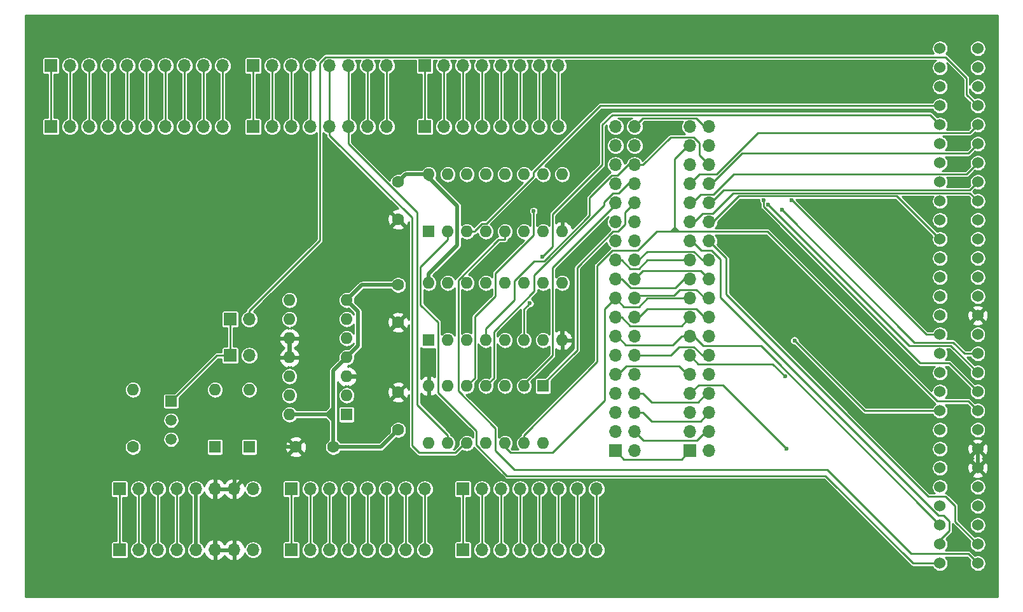
<source format=gbr>
G04 #@! TF.GenerationSoftware,KiCad,Pcbnew,(5.1.4)-1*
G04 #@! TF.CreationDate,2020-02-14T01:18:51+01:00*
G04 #@! TF.ProjectId,ZXShield,5a585368-6965-46c6-942e-6b696361645f,rev?*
G04 #@! TF.SameCoordinates,Original*
G04 #@! TF.FileFunction,Copper,L2,Bot*
G04 #@! TF.FilePolarity,Positive*
%FSLAX46Y46*%
G04 Gerber Fmt 4.6, Leading zero omitted, Abs format (unit mm)*
G04 Created by KiCad (PCBNEW (5.1.4)-1) date 2020-02-14 01:18:51*
%MOMM*%
%LPD*%
G04 APERTURE LIST*
%ADD10C,1.500000*%
%ADD11R,1.500000X1.500000*%
%ADD12O,1.600000X1.600000*%
%ADD13C,1.600000*%
%ADD14C,1.524000*%
%ADD15O,1.700000X1.700000*%
%ADD16R,1.700000X1.700000*%
%ADD17R,1.600000X1.600000*%
%ADD18C,0.600000*%
%ADD19C,0.250000*%
%ADD20C,0.500000*%
%ADD21C,0.254000*%
G04 APERTURE END LIST*
D10*
X130810000Y-107442000D03*
X130810000Y-109982000D03*
D11*
X130810000Y-104902000D03*
D12*
X125730000Y-103378000D03*
D13*
X125730000Y-110998000D03*
D14*
X233192000Y-93472000D03*
X233192000Y-90932000D03*
X233192000Y-88392000D03*
X233192000Y-85852000D03*
X233192000Y-83312000D03*
X233192000Y-80772000D03*
X233192000Y-78232000D03*
X233192000Y-75692000D03*
X233192000Y-73152000D03*
X233192000Y-70612000D03*
X233192000Y-68072000D03*
X233192000Y-65532000D03*
X233192000Y-62992000D03*
X233192000Y-60452000D03*
X233192000Y-57912000D03*
X233192000Y-96012000D03*
X233192000Y-98552000D03*
X233192000Y-101092000D03*
X233192000Y-103632000D03*
X233192000Y-106172000D03*
X233192000Y-108712000D03*
X233192000Y-111252000D03*
X233192000Y-113792000D03*
X233192000Y-116332000D03*
X233192000Y-118872000D03*
X233192000Y-121412000D03*
X233192000Y-123952000D03*
X233192000Y-126492000D03*
X238232000Y-126492000D03*
X238232000Y-123952000D03*
X238232000Y-121412000D03*
X238232000Y-118872000D03*
X238232000Y-116332000D03*
X238232000Y-113792000D03*
X238232000Y-111252000D03*
X238232000Y-108712000D03*
X238232000Y-106172000D03*
X238232000Y-103632000D03*
X238232000Y-101092000D03*
X238232000Y-98552000D03*
X238232000Y-96012000D03*
X238232000Y-57912000D03*
X238232000Y-60452000D03*
X238232000Y-62992000D03*
X238232000Y-65532000D03*
X238232000Y-68072000D03*
X238232000Y-70612000D03*
X238232000Y-73152000D03*
X238232000Y-75692000D03*
X238232000Y-78232000D03*
X238232000Y-80772000D03*
X238232000Y-83312000D03*
X238232000Y-85852000D03*
X238232000Y-88392000D03*
X238232000Y-90932000D03*
X238232000Y-93472000D03*
D15*
X202438000Y-68326000D03*
X199898000Y-68326000D03*
X202438000Y-70866000D03*
X199898000Y-70866000D03*
X202438000Y-73406000D03*
X199898000Y-73406000D03*
X202438000Y-75946000D03*
X199898000Y-75946000D03*
X202438000Y-78486000D03*
X199898000Y-78486000D03*
X202438000Y-81026000D03*
X199898000Y-81026000D03*
X202438000Y-83566000D03*
X199898000Y-83566000D03*
X202438000Y-86106000D03*
X199898000Y-86106000D03*
X202438000Y-88646000D03*
X199898000Y-88646000D03*
X202438000Y-91186000D03*
X199898000Y-91186000D03*
X202438000Y-93726000D03*
X199898000Y-93726000D03*
X202438000Y-96266000D03*
X199898000Y-96266000D03*
X202438000Y-98806000D03*
X199898000Y-98806000D03*
X202438000Y-101346000D03*
X199898000Y-101346000D03*
X202438000Y-103886000D03*
X199898000Y-103886000D03*
X202438000Y-106426000D03*
X199898000Y-106426000D03*
X202438000Y-108966000D03*
X199898000Y-108966000D03*
X202438000Y-111506000D03*
D16*
X199898000Y-111506000D03*
D13*
X161036000Y-80692000D03*
X161036000Y-75692000D03*
D17*
X165100000Y-82296000D03*
D12*
X182880000Y-74676000D03*
X167640000Y-82296000D03*
X180340000Y-74676000D03*
X170180000Y-82296000D03*
X177800000Y-74676000D03*
X172720000Y-82296000D03*
X175260000Y-74676000D03*
X175260000Y-82296000D03*
X172720000Y-74676000D03*
X177800000Y-82296000D03*
X170180000Y-74676000D03*
X180340000Y-82296000D03*
X167640000Y-74676000D03*
X182880000Y-82296000D03*
X165100000Y-74676000D03*
D15*
X141224000Y-93980000D03*
D16*
X138684000Y-93980000D03*
D15*
X141224000Y-98806000D03*
D16*
X138684000Y-98806000D03*
D12*
X141218000Y-103378000D03*
D17*
X141218000Y-110998000D03*
D12*
X136652000Y-103378000D03*
D17*
X136652000Y-110998000D03*
D15*
X182372000Y-60198000D03*
X179832000Y-60198000D03*
X177292000Y-60198000D03*
X174752000Y-60198000D03*
X172212000Y-60198000D03*
X169672000Y-60198000D03*
X167132000Y-60198000D03*
D16*
X164592000Y-60198000D03*
D15*
X159512000Y-60198000D03*
X156972000Y-60198000D03*
X154432000Y-60198000D03*
X151892000Y-60198000D03*
X149352000Y-60198000D03*
X146812000Y-60198000D03*
X144272000Y-60198000D03*
D16*
X141732000Y-60198000D03*
D15*
X137668000Y-60198000D03*
X135128000Y-60198000D03*
X132588000Y-60198000D03*
X130048000Y-60198000D03*
X127508000Y-60198000D03*
X124968000Y-60198000D03*
X122428000Y-60198000D03*
X119888000Y-60198000D03*
X117348000Y-60198000D03*
D16*
X114808000Y-60198000D03*
D15*
X187452000Y-124714000D03*
X184912000Y-124714000D03*
X182372000Y-124714000D03*
X179832000Y-124714000D03*
X177292000Y-124714000D03*
X174752000Y-124714000D03*
X172212000Y-124714000D03*
D16*
X169672000Y-124714000D03*
D15*
X164592000Y-124714000D03*
X162052000Y-124714000D03*
X159512000Y-124714000D03*
X156972000Y-124714000D03*
X154432000Y-124714000D03*
X151892000Y-124714000D03*
X149352000Y-124714000D03*
D16*
X146812000Y-124714000D03*
D15*
X141732000Y-124714000D03*
X139192000Y-124714000D03*
X136652000Y-124714000D03*
X134112000Y-124714000D03*
X131572000Y-124714000D03*
X129032000Y-124714000D03*
X126492000Y-124714000D03*
D16*
X123952000Y-124714000D03*
D15*
X182372000Y-68326000D03*
X179832000Y-68326000D03*
X177292000Y-68326000D03*
X174752000Y-68326000D03*
X172212000Y-68326000D03*
X169672000Y-68326000D03*
X167132000Y-68326000D03*
D16*
X164592000Y-68326000D03*
D15*
X159512000Y-68326000D03*
X156972000Y-68326000D03*
X154432000Y-68326000D03*
X151892000Y-68326000D03*
X149352000Y-68326000D03*
X146812000Y-68326000D03*
X144272000Y-68326000D03*
D16*
X141732000Y-68326000D03*
D15*
X137668000Y-68326000D03*
X135128000Y-68326000D03*
X132588000Y-68326000D03*
X130048000Y-68326000D03*
X127508000Y-68326000D03*
X124968000Y-68326000D03*
X122428000Y-68326000D03*
X119888000Y-68326000D03*
X117348000Y-68326000D03*
D16*
X114808000Y-68326000D03*
D15*
X187452000Y-116586000D03*
X184912000Y-116586000D03*
X182372000Y-116586000D03*
X179832000Y-116586000D03*
X177292000Y-116586000D03*
X174752000Y-116586000D03*
X172212000Y-116586000D03*
D16*
X169672000Y-116586000D03*
D15*
X164592000Y-116586000D03*
X162052000Y-116586000D03*
X159512000Y-116586000D03*
X156972000Y-116586000D03*
X154432000Y-116586000D03*
X151892000Y-116586000D03*
X149352000Y-116586000D03*
D16*
X146812000Y-116586000D03*
D15*
X141732000Y-116586000D03*
X139192000Y-116586000D03*
X136652000Y-116586000D03*
X134112000Y-116586000D03*
X131572000Y-116586000D03*
X129032000Y-116586000D03*
X126492000Y-116586000D03*
D16*
X123952000Y-116586000D03*
D15*
X192532000Y-68326000D03*
X189992000Y-68326000D03*
X192532000Y-70866000D03*
X189992000Y-70866000D03*
X192532000Y-73406000D03*
X189992000Y-73406000D03*
X192532000Y-75946000D03*
X189992000Y-75946000D03*
X192532000Y-78486000D03*
X189992000Y-78486000D03*
X192532000Y-81026000D03*
X189992000Y-81026000D03*
X192532000Y-83566000D03*
X189992000Y-83566000D03*
X192532000Y-86106000D03*
X189992000Y-86106000D03*
X192532000Y-88646000D03*
X189992000Y-88646000D03*
X192532000Y-91186000D03*
X189992000Y-91186000D03*
X192532000Y-93726000D03*
X189992000Y-93726000D03*
X192532000Y-96266000D03*
X189992000Y-96266000D03*
X192532000Y-98806000D03*
X189992000Y-98806000D03*
X192532000Y-101346000D03*
X189992000Y-101346000D03*
X192532000Y-103886000D03*
X189992000Y-103886000D03*
X192532000Y-106426000D03*
X189992000Y-106426000D03*
X192532000Y-108966000D03*
X189992000Y-108966000D03*
X192532000Y-111506000D03*
D16*
X189992000Y-111506000D03*
D17*
X154178000Y-106680000D03*
D12*
X146558000Y-91440000D03*
X154178000Y-104140000D03*
X146558000Y-93980000D03*
X154178000Y-101600000D03*
X146558000Y-96520000D03*
X154178000Y-99060000D03*
X146558000Y-99060000D03*
X154178000Y-96520000D03*
X146558000Y-101600000D03*
X154178000Y-93980000D03*
X146558000Y-104140000D03*
X154178000Y-91440000D03*
X146558000Y-106680000D03*
D13*
X161036000Y-94408000D03*
X161036000Y-89408000D03*
X161036000Y-103712000D03*
X161036000Y-108712000D03*
X147400000Y-110998000D03*
X152400000Y-110998000D03*
D17*
X165100000Y-96774000D03*
D12*
X182880000Y-89154000D03*
X167640000Y-96774000D03*
X180340000Y-89154000D03*
X170180000Y-96774000D03*
X177800000Y-89154000D03*
X172720000Y-96774000D03*
X175260000Y-89154000D03*
X175260000Y-96774000D03*
X172720000Y-89154000D03*
X177800000Y-96774000D03*
X170180000Y-89154000D03*
X180340000Y-96774000D03*
X167640000Y-89154000D03*
X182880000Y-96774000D03*
X165100000Y-89154000D03*
X180340000Y-110490000D03*
X165100000Y-102870000D03*
X177800000Y-110490000D03*
X167640000Y-102870000D03*
X175260000Y-110490000D03*
X170180000Y-102870000D03*
X172720000Y-110490000D03*
X172720000Y-102870000D03*
X170180000Y-110490000D03*
X175260000Y-102870000D03*
X167640000Y-110490000D03*
X177800000Y-102870000D03*
X165100000Y-110490000D03*
D17*
X180340000Y-102870000D03*
D18*
X179070000Y-79566500D03*
X180233400Y-85641700D03*
X178578300Y-91859989D03*
X184347500Y-85936500D03*
X213822200Y-96824500D03*
X212600400Y-101598800D03*
X212802100Y-111252000D03*
X209727200Y-78133400D03*
X210326200Y-78708700D03*
X212168800Y-79426600D03*
X213444200Y-78158700D03*
D19*
X198772700Y-112631300D02*
X199898000Y-111506000D01*
X189992000Y-111506000D02*
X191117300Y-112631300D01*
X191117300Y-112631300D02*
X198772700Y-112631300D01*
X201991900Y-108966000D02*
X202438000Y-108966000D01*
X200845000Y-110112900D02*
X201991900Y-108966000D01*
X192532000Y-108966000D02*
X193678900Y-110112900D01*
X193678900Y-110112900D02*
X200845000Y-110112900D01*
X201307200Y-107556800D02*
X202438000Y-106426000D01*
X194788100Y-107556800D02*
X201307200Y-107556800D01*
X192532000Y-106426000D02*
X193657300Y-106426000D01*
X193657300Y-106426000D02*
X194788100Y-107556800D01*
X201864900Y-93726000D02*
X202438000Y-93726000D01*
X200734100Y-92595200D02*
X201864900Y-93726000D01*
X194225450Y-92595200D02*
X200734100Y-92595200D01*
X192532000Y-93726000D02*
X193094650Y-93726000D01*
X193094650Y-93726000D02*
X194225450Y-92595200D01*
X201864900Y-68326000D02*
X202438000Y-68326000D01*
X200738800Y-67199900D02*
X201864900Y-68326000D01*
X192532000Y-68326000D02*
X193658100Y-67199900D01*
X193658100Y-67199900D02*
X200738800Y-67199900D01*
X123952000Y-116586000D02*
X123952000Y-124714000D01*
X126492000Y-116586000D02*
X126492000Y-124714000D01*
X129032000Y-116586000D02*
X129032000Y-124714000D01*
X131572000Y-116586000D02*
X131572000Y-124714000D01*
X146812000Y-116586000D02*
X146812000Y-124714000D01*
X149352000Y-116586000D02*
X149352000Y-124714000D01*
X151892000Y-116586000D02*
X151892000Y-124714000D01*
X154432000Y-116586000D02*
X154432000Y-124714000D01*
X156972000Y-116586000D02*
X156972000Y-124714000D01*
X159512000Y-116586000D02*
X159512000Y-124714000D01*
X162052000Y-116586000D02*
X162052000Y-124714000D01*
X164592000Y-116586000D02*
X164592000Y-124714000D01*
X169672000Y-116586000D02*
X169672000Y-124714000D01*
X172212000Y-116586000D02*
X172212000Y-124714000D01*
X174752000Y-116586000D02*
X174752000Y-124714000D01*
X177292000Y-116586000D02*
X177292000Y-124714000D01*
X179832000Y-116586000D02*
X179832000Y-124714000D01*
X182372000Y-116586000D02*
X182372000Y-124714000D01*
X184912000Y-116586000D02*
X184912000Y-124714000D01*
X187452000Y-116586000D02*
X187452000Y-124714000D01*
X114808000Y-68326000D02*
X114808000Y-60198000D01*
X117348000Y-68326000D02*
X117348000Y-60198000D01*
X119888000Y-68326000D02*
X119888000Y-60198000D01*
X122428000Y-68326000D02*
X122428000Y-60198000D01*
X124968000Y-68326000D02*
X124968000Y-60198000D01*
X127508000Y-68326000D02*
X127508000Y-60198000D01*
X130048000Y-68326000D02*
X130048000Y-60198000D01*
X132588000Y-68326000D02*
X132588000Y-60198000D01*
X135128000Y-61400081D02*
X135128000Y-68326000D01*
X135128000Y-60198000D02*
X135128000Y-61400081D01*
X137668000Y-68326000D02*
X137668000Y-60198000D01*
X141732000Y-68326000D02*
X141732000Y-60198000D01*
X144272000Y-68326000D02*
X144272000Y-60198000D01*
X149352000Y-68326000D02*
X149352000Y-60198000D01*
X156972000Y-68326000D02*
X156972000Y-60198000D01*
X159512000Y-68326000D02*
X159512000Y-60198000D01*
X164592000Y-68326000D02*
X164592000Y-60198000D01*
X167132000Y-68326000D02*
X167132000Y-60198000D01*
X169672000Y-68326000D02*
X169672000Y-60198000D01*
X172212000Y-68326000D02*
X172212000Y-60198000D01*
X174752000Y-68326000D02*
X174752000Y-60198000D01*
X177292000Y-68326000D02*
X177292000Y-60198000D01*
X179832000Y-68326000D02*
X179832000Y-60198000D01*
X182372000Y-68326000D02*
X182372000Y-60198000D01*
X179070000Y-82776200D02*
X179070000Y-79990764D01*
X171255300Y-93634000D02*
X173990000Y-90899300D01*
X171255300Y-101794700D02*
X171255300Y-93634000D01*
X170180000Y-102870000D02*
X171255300Y-101794700D01*
X173990000Y-90899300D02*
X173990000Y-87856200D01*
X173990000Y-87856200D02*
X179070000Y-82776200D01*
X179070000Y-79990764D02*
X179070000Y-79566500D01*
X208985050Y-69141900D02*
X237162100Y-69141900D01*
X237470001Y-68833999D02*
X238232000Y-68072000D01*
X201168000Y-74676000D02*
X203450950Y-74676000D01*
X199898000Y-75946000D02*
X201168000Y-74676000D01*
X203450950Y-74676000D02*
X208985050Y-69141900D01*
X237162100Y-69141900D02*
X237470001Y-68833999D01*
X236962000Y-71882000D02*
X238232000Y-70612000D01*
X206810650Y-71882000D02*
X236962000Y-71882000D01*
X202746650Y-75946000D02*
X206810650Y-71882000D01*
X202438000Y-75946000D02*
X202746650Y-75946000D01*
X190369800Y-77216000D02*
X191639800Y-75946000D01*
X188466200Y-78405100D02*
X189655300Y-77216000D01*
X173795300Y-101794700D02*
X173795300Y-95632900D01*
X191639800Y-75946000D02*
X192532000Y-75946000D01*
X173795300Y-95632900D02*
X179189200Y-90239000D01*
X189655300Y-77216000D02*
X190369800Y-77216000D01*
X172720000Y-102870000D02*
X173795300Y-101794700D01*
X179189200Y-90239000D02*
X179189200Y-88078600D01*
X179189200Y-88078600D02*
X188466200Y-78801600D01*
X188466200Y-78801600D02*
X188466200Y-78405100D01*
X189992000Y-78740000D02*
X189992000Y-78486000D01*
X181610000Y-87122000D02*
X189992000Y-78740000D01*
X181610000Y-98806000D02*
X181610000Y-87122000D01*
X177800000Y-102870000D02*
X177800000Y-102616000D01*
X177800000Y-102616000D02*
X181610000Y-98806000D01*
X236729400Y-74654600D02*
X238232000Y-73152000D01*
X205761400Y-74654600D02*
X236729400Y-74654600D01*
X203055300Y-77360700D02*
X205761400Y-74654600D01*
X201318250Y-77360700D02*
X203055300Y-77360700D01*
X199898000Y-78486000D02*
X200192950Y-78486000D01*
X200192950Y-78486000D02*
X201318250Y-77360700D01*
X180340000Y-102616000D02*
X180340000Y-102870000D01*
X191262000Y-79756000D02*
X191262000Y-81351400D01*
X192532000Y-78486000D02*
X191262000Y-79756000D01*
X184890800Y-98065200D02*
X180340000Y-102616000D01*
X191262000Y-81351400D02*
X190317400Y-82296000D01*
X190317400Y-82296000D02*
X189670400Y-82296000D01*
X189670400Y-82296000D02*
X184890800Y-87075600D01*
X184890800Y-87075600D02*
X184890800Y-98065200D01*
X237166700Y-76757300D02*
X238232000Y-75692000D01*
X204420700Y-76757300D02*
X237166700Y-76757300D01*
X202438000Y-78486000D02*
X202692000Y-78486000D01*
X202692000Y-78486000D02*
X204420700Y-76757300D01*
X177800000Y-92638289D02*
X178278301Y-92159988D01*
X178278301Y-92159988D02*
X178578300Y-91859989D01*
X177800000Y-96774000D02*
X177800000Y-92638289D01*
X189540200Y-66745800D02*
X188214000Y-68072000D01*
X233192000Y-68072000D02*
X231865800Y-66745800D01*
X231865800Y-66745800D02*
X189540200Y-66745800D01*
X181606000Y-84269100D02*
X180233400Y-85641700D01*
X181606000Y-80014000D02*
X181606000Y-84269100D01*
X188214000Y-68072000D02*
X188214000Y-73406000D01*
X188214000Y-73406000D02*
X181606000Y-80014000D01*
X198742400Y-82296000D02*
X210216600Y-82296000D01*
X210216600Y-82296000D02*
X232822600Y-104902000D01*
X232822600Y-104902000D02*
X236962000Y-104902000D01*
X236962000Y-104902000D02*
X238232000Y-106172000D01*
X177800000Y-109414700D02*
X187552800Y-99661900D01*
X187552800Y-99661900D02*
X187552800Y-86852900D01*
X187552800Y-86852900D02*
X189569700Y-84836000D01*
X189569700Y-84836000D02*
X192907900Y-84836000D01*
X192907900Y-84836000D02*
X195447900Y-82296000D01*
X177800000Y-110490000D02*
X177800000Y-109414700D01*
X199644000Y-70866000D02*
X199898000Y-70866000D01*
X197866000Y-72644000D02*
X199644000Y-70866000D01*
X197866000Y-81788000D02*
X197358000Y-82296000D01*
X195447900Y-82296000D02*
X197358000Y-82296000D01*
X197866000Y-81534000D02*
X197866000Y-81788000D01*
X197866000Y-81534000D02*
X197866000Y-72644000D01*
X197866000Y-81788000D02*
X198374000Y-82296000D01*
X198742400Y-82296000D02*
X198374000Y-82296000D01*
X198120000Y-82296000D02*
X197866000Y-82042000D01*
X198374000Y-82296000D02*
X198120000Y-82296000D01*
X197866000Y-82042000D02*
X197866000Y-81534000D01*
X197612000Y-82296000D02*
X197866000Y-82042000D01*
X197358000Y-82296000D02*
X197612000Y-82296000D01*
X197612000Y-82296000D02*
X198742400Y-82296000D01*
D20*
X182880000Y-96774000D02*
X182880000Y-95523700D01*
X184347500Y-85936500D02*
X184315400Y-85968600D01*
X184315400Y-85968600D02*
X184315400Y-94088300D01*
X184315400Y-94088300D02*
X182880000Y-95523700D01*
X161036000Y-80692000D02*
X162287700Y-81943700D01*
X162287700Y-81943700D02*
X162287700Y-93156300D01*
X162287700Y-93156300D02*
X161036000Y-94408000D01*
X158924000Y-101600000D02*
X161036000Y-103712000D01*
X139192000Y-116586000D02*
X144780000Y-110998000D01*
X144780000Y-110998000D02*
X147400000Y-110998000D01*
X238232000Y-111252000D02*
X239450500Y-110033500D01*
X239450500Y-110033500D02*
X239450500Y-94690500D01*
X239450500Y-94690500D02*
X238232000Y-93472000D01*
X238232000Y-111252000D02*
X238232000Y-113792000D01*
X146558000Y-96520000D02*
X146558000Y-99060000D01*
X158924000Y-96520000D02*
X161036000Y-94408000D01*
X136652000Y-116586000D02*
X136652000Y-124714000D01*
X158830000Y-100758000D02*
X157988000Y-101600000D01*
X158924000Y-100758000D02*
X158830000Y-100758000D01*
X157988000Y-101600000D02*
X158924000Y-101600000D01*
X154178000Y-101600000D02*
X157988000Y-101600000D01*
X158924000Y-100758000D02*
X158924000Y-96520000D01*
X157988000Y-101600000D02*
X158496000Y-101600000D01*
X158496000Y-101600000D02*
X158924000Y-101172000D01*
X158924000Y-101600000D02*
X158924000Y-101172000D01*
X158924000Y-101172000D02*
X158924000Y-100758000D01*
X165100000Y-74676000D02*
X165100000Y-75301100D01*
X146558000Y-106680000D02*
X147808300Y-106680000D01*
X134112000Y-124714000D02*
X134112000Y-116586000D01*
X152400000Y-100838000D02*
X154178000Y-99060000D01*
X156210000Y-89408000D02*
X154178000Y-91440000D01*
X161036000Y-89408000D02*
X156210000Y-89408000D01*
X155702000Y-92964000D02*
X154178000Y-91440000D01*
X154178000Y-99060000D02*
X155702000Y-97536000D01*
X155702000Y-97536000D02*
X155702000Y-92964000D01*
X158750000Y-110998000D02*
X152400000Y-110998000D01*
X161036000Y-108712000D02*
X158750000Y-110998000D01*
X151638000Y-106680000D02*
X152400000Y-105918000D01*
X152400000Y-105918000D02*
X152400000Y-100838000D01*
X152400000Y-106680000D02*
X152400000Y-105918000D01*
X147808300Y-106680000D02*
X151638000Y-106680000D01*
X151638000Y-106680000D02*
X152400000Y-106680000D01*
X152400000Y-106680000D02*
X152400000Y-107442000D01*
X151638000Y-106680000D02*
X152400000Y-107442000D01*
X152400000Y-107442000D02*
X152400000Y-110998000D01*
X165344100Y-75301100D02*
X165100000Y-75301100D01*
X168910000Y-78867000D02*
X165344100Y-75301100D01*
X168910000Y-84093700D02*
X168910000Y-78867000D01*
X165100000Y-89154000D02*
X165100000Y-87903700D01*
X165100000Y-87903700D02*
X168910000Y-84093700D01*
X162052000Y-74676000D02*
X161036000Y-75692000D01*
X165100000Y-75301100D02*
X164474900Y-74676000D01*
X164474900Y-74676000D02*
X162052000Y-74676000D01*
D19*
X233192000Y-106172000D02*
X223169700Y-106172000D01*
X223169700Y-106172000D02*
X213822200Y-96824500D01*
X198772700Y-96266000D02*
X199898000Y-96266000D01*
X197647300Y-97391400D02*
X198772700Y-96266000D01*
X191371400Y-97391400D02*
X197647300Y-97391400D01*
X189992000Y-96266000D02*
X190246000Y-96266000D01*
X190246000Y-96266000D02*
X191371400Y-97391400D01*
X200406000Y-96266000D02*
X199898000Y-96266000D01*
X201676000Y-97536000D02*
X200406000Y-96266000D01*
X209351300Y-97536000D02*
X201676000Y-97536000D01*
X233192000Y-121412000D02*
X233192000Y-121376700D01*
X233192000Y-121376700D02*
X209351300Y-97536000D01*
X201545800Y-98806000D02*
X202438000Y-98806000D01*
X200405100Y-97665300D02*
X201545800Y-98806000D01*
X198493100Y-97665300D02*
X200405100Y-97665300D01*
X192532000Y-98806000D02*
X197352400Y-98806000D01*
X197352400Y-98806000D02*
X198493100Y-97665300D01*
X199898000Y-98806000D02*
X201026300Y-99934300D01*
X201026300Y-99934300D02*
X210935900Y-99934300D01*
X210935900Y-99934300D02*
X212600400Y-101598800D01*
X202118900Y-103886000D02*
X202438000Y-103886000D01*
X200988100Y-105016800D02*
X202118900Y-103886000D01*
X194788100Y-105016800D02*
X200988100Y-105016800D01*
X192532000Y-103886000D02*
X193657300Y-103886000D01*
X193657300Y-103886000D02*
X194788100Y-105016800D01*
X199898000Y-103886000D02*
X201035000Y-102749000D01*
X201035000Y-102749000D02*
X204299100Y-102749000D01*
X204299100Y-102749000D02*
X212802100Y-111252000D01*
X209727200Y-78133400D02*
X209727200Y-78969000D01*
X209727200Y-78969000D02*
X230580200Y-99822000D01*
X230580200Y-99822000D02*
X234422000Y-99822000D01*
X234422000Y-99822000D02*
X238232000Y-103632000D01*
X238232000Y-101092000D02*
X234618700Y-97478700D01*
X234618700Y-97478700D02*
X229096200Y-97478700D01*
X229096200Y-97478700D02*
X210326200Y-78708700D01*
X236729400Y-64029400D02*
X238232000Y-65532000D01*
X236729400Y-61847000D02*
X236729400Y-64029400D01*
X141224000Y-92854700D02*
X150622000Y-83456700D01*
X141224000Y-93980000D02*
X141224000Y-92854700D01*
X150622000Y-83456700D02*
X150622000Y-59809200D01*
X150622000Y-59809200D02*
X151388000Y-59043200D01*
X151388000Y-59043200D02*
X233925600Y-59043200D01*
X233925600Y-59043200D02*
X236729400Y-61847000D01*
X201168000Y-72136000D02*
X202438000Y-73406000D01*
X201168000Y-70540600D02*
X201168000Y-72136000D01*
X200368000Y-69740600D02*
X201168000Y-70540600D01*
X197322700Y-69740600D02*
X200368000Y-69740600D01*
X192532000Y-73406000D02*
X193657300Y-73406000D01*
X193657300Y-73406000D02*
X197322700Y-69740600D01*
X190228200Y-74817600D02*
X191639800Y-73406000D01*
X189494600Y-74817600D02*
X190228200Y-74817600D01*
X186553700Y-77758500D02*
X189494600Y-74817600D01*
X186553700Y-80147800D02*
X186553700Y-77758500D01*
X172720000Y-95206600D02*
X176530000Y-91396600D01*
X191639800Y-73406000D02*
X192532000Y-73406000D01*
X172720000Y-96774000D02*
X172720000Y-95206600D01*
X176530000Y-91396600D02*
X176530000Y-88878900D01*
X176530000Y-88878900D02*
X179190500Y-86218400D01*
X179190500Y-86218400D02*
X180483100Y-86218400D01*
X180483100Y-86218400D02*
X186553700Y-80147800D01*
X236474000Y-98552000D02*
X238232000Y-98552000D01*
X234971400Y-97049400D02*
X236474000Y-98552000D01*
X212168800Y-79426600D02*
X229791600Y-97049400D01*
X229791600Y-97049400D02*
X234971400Y-97049400D01*
X227438000Y-77558000D02*
X233192000Y-83312000D01*
X206414000Y-77558000D02*
X227438000Y-77558000D01*
X202438000Y-81026000D02*
X202946000Y-81026000D01*
X202946000Y-81026000D02*
X206414000Y-77558000D01*
X237157700Y-77157700D02*
X238232000Y-78232000D01*
X205671300Y-77157700D02*
X237157700Y-77157700D01*
X202928300Y-79900700D02*
X205671300Y-77157700D01*
X201572250Y-79900700D02*
X202928300Y-79900700D01*
X199898000Y-81026000D02*
X200446950Y-81026000D01*
X200446950Y-81026000D02*
X201572250Y-79900700D01*
X204739500Y-85867500D02*
X202438000Y-83566000D01*
X235204000Y-120924000D02*
X235204000Y-118872000D01*
X238232000Y-123952000D02*
X235204000Y-120924000D01*
X235204000Y-118872000D02*
X233934000Y-117602000D01*
X233934000Y-117602000D02*
X231648000Y-117602000D01*
X231648000Y-117602000D02*
X204739500Y-90693500D01*
X204739500Y-90693500D02*
X204739500Y-85867500D01*
X233192000Y-123424000D02*
X233192000Y-123952000D01*
X234442000Y-122174000D02*
X233192000Y-123424000D01*
X233680000Y-120142000D02*
X234442000Y-120904000D01*
X232994900Y-120142000D02*
X233680000Y-120142000D01*
X200152000Y-83566000D02*
X201422000Y-84836000D01*
X199898000Y-83566000D02*
X200152000Y-83566000D01*
X234442000Y-120904000D02*
X234442000Y-122174000D01*
X201422000Y-84836000D02*
X202771600Y-84836000D01*
X202771600Y-84836000D02*
X203962000Y-86026400D01*
X203962000Y-86026400D02*
X203962000Y-91109100D01*
X203962000Y-91109100D02*
X232994900Y-120142000D01*
X201545800Y-86106000D02*
X202438000Y-86106000D01*
X200403600Y-84963800D02*
X201545800Y-86106000D01*
X194182200Y-84963800D02*
X200403600Y-84963800D01*
X192532000Y-86106000D02*
X193040000Y-86106000D01*
X193040000Y-86106000D02*
X194182200Y-84963800D01*
X194223600Y-86106000D02*
X199898000Y-86106000D01*
X193086500Y-87243100D02*
X194223600Y-86106000D01*
X191973100Y-87243100D02*
X193086500Y-87243100D01*
X189992000Y-86106000D02*
X190836000Y-86106000D01*
X190836000Y-86106000D02*
X191973100Y-87243100D01*
X201307200Y-87515200D02*
X202438000Y-88646000D01*
X192532000Y-88646000D02*
X193662800Y-87515200D01*
X193662800Y-87515200D02*
X201307200Y-87515200D01*
X199136000Y-88646000D02*
X199898000Y-88646000D01*
X197986600Y-89795400D02*
X199136000Y-88646000D01*
X191985400Y-89795400D02*
X197986600Y-89795400D01*
X189992000Y-88646000D02*
X190836000Y-88646000D01*
X190836000Y-88646000D02*
X191985400Y-89795400D01*
X201930000Y-91186000D02*
X202438000Y-91186000D01*
X200768700Y-90024700D02*
X201930000Y-91186000D01*
X198513700Y-90024700D02*
X200768700Y-90024700D01*
X197752800Y-90785600D02*
X198513700Y-90024700D01*
X192532000Y-91186000D02*
X192932400Y-90785600D01*
X192932400Y-90785600D02*
X197752800Y-90785600D01*
X198769300Y-94854700D02*
X199898000Y-93726000D01*
X191964700Y-94854700D02*
X198769300Y-94854700D01*
X189992000Y-93726000D02*
X190836000Y-93726000D01*
X190836000Y-93726000D02*
X191964700Y-94854700D01*
X154432000Y-68326000D02*
X154432000Y-70608800D01*
X154432000Y-70608800D02*
X163585100Y-79761900D01*
X163585100Y-79761900D02*
X163585100Y-105359800D01*
X163585100Y-105359800D02*
X167640000Y-109414700D01*
X167640000Y-110490000D02*
X167640000Y-109414700D01*
X154432000Y-60198000D02*
X154432000Y-68326000D01*
X151892000Y-68326000D02*
X151892000Y-60198000D01*
X169926000Y-110490000D02*
X170180000Y-110490000D01*
X151892000Y-69451300D02*
X162884600Y-80443900D01*
X151892000Y-68326000D02*
X151892000Y-69451300D01*
X162884600Y-80443900D02*
X162884600Y-110814600D01*
X162884600Y-110814600D02*
X163830000Y-111760000D01*
X163830000Y-111760000D02*
X168656000Y-111760000D01*
X168656000Y-111760000D02*
X169926000Y-110490000D01*
X236962000Y-125222000D02*
X238232000Y-126492000D01*
X229362000Y-125222000D02*
X236962000Y-125222000D01*
X176530000Y-114046000D02*
X218186000Y-114046000D01*
X173990000Y-111506000D02*
X176530000Y-114046000D01*
X175260000Y-83371300D02*
X174436700Y-83371300D01*
X175260000Y-82296000D02*
X175260000Y-83371300D01*
X174436700Y-83371300D02*
X169043000Y-88765000D01*
X218186000Y-114046000D02*
X229362000Y-125222000D01*
X169043000Y-88765000D02*
X169043000Y-103551200D01*
X169043000Y-103551200D02*
X173990000Y-108498200D01*
X173990000Y-108498200D02*
X173990000Y-111506000D01*
X233192000Y-65532000D02*
X187943200Y-65532000D01*
X187943200Y-65532000D02*
X179070000Y-74405200D01*
X179070000Y-74405200D02*
X179070000Y-74946900D01*
X179070000Y-74946900D02*
X172796200Y-81220700D01*
X172796200Y-81220700D02*
X172196100Y-81220700D01*
X172196100Y-81220700D02*
X171255300Y-82161500D01*
X171255300Y-82161500D02*
X171255300Y-82296000D01*
X170180000Y-82296000D02*
X171255300Y-82296000D01*
X167640000Y-83371300D02*
X164024600Y-86986700D01*
X164024600Y-86986700D02*
X164024600Y-92052300D01*
X164024600Y-92052300D02*
X166370000Y-94397700D01*
X166370000Y-94397700D02*
X166370000Y-103748300D01*
X166370000Y-103748300D02*
X171450000Y-108828300D01*
X171450000Y-108828300D02*
X171450000Y-110749600D01*
X171450000Y-110749600D02*
X175547000Y-114846600D01*
X175547000Y-114846600D02*
X217951500Y-114846600D01*
X217951500Y-114846600D02*
X229596900Y-126492000D01*
X229596900Y-126492000D02*
X233192000Y-126492000D01*
X167640000Y-82296000D02*
X167640000Y-83371300D01*
X175260000Y-110490000D02*
X175260000Y-110998000D01*
X176022000Y-111760000D02*
X181610000Y-111760000D01*
X181610000Y-111760000D02*
X188577400Y-104792600D01*
X188577400Y-104792600D02*
X188577400Y-92600600D01*
X175260000Y-110998000D02*
X176022000Y-111760000D01*
X188577400Y-92600600D02*
X189992000Y-91186000D01*
X194223600Y-91186000D02*
X199898000Y-91186000D01*
X193098300Y-92311300D02*
X194223600Y-91186000D01*
X189992000Y-91186000D02*
X191117300Y-92311300D01*
X191117300Y-92311300D02*
X193098300Y-92311300D01*
X138684000Y-98806000D02*
X138684000Y-93980000D01*
X136906000Y-98806000D02*
X130810000Y-104902000D01*
X138684000Y-98806000D02*
X136906000Y-98806000D01*
X146812000Y-60198000D02*
X146812000Y-68326000D01*
X213540700Y-78158700D02*
X213444200Y-78158700D01*
X233192000Y-96012000D02*
X231394000Y-96012000D01*
X231394000Y-96012000D02*
X213540700Y-78158700D01*
X199589350Y-101346000D02*
X199898000Y-101346000D01*
X198455550Y-100212200D02*
X199589350Y-101346000D01*
X191420800Y-100212200D02*
X198455550Y-100212200D01*
X189992000Y-101346000D02*
X190287000Y-101346000D01*
X190287000Y-101346000D02*
X191420800Y-100212200D01*
D21*
G36*
X240898001Y-130916000D02*
G01*
X111400000Y-130916000D01*
X111400000Y-115736000D01*
X122773418Y-115736000D01*
X122773418Y-117436000D01*
X122779732Y-117500103D01*
X122798430Y-117561743D01*
X122828794Y-117618550D01*
X122869657Y-117668343D01*
X122919450Y-117709206D01*
X122976257Y-117739570D01*
X123037897Y-117758268D01*
X123102000Y-117764582D01*
X123500000Y-117764582D01*
X123500001Y-123535418D01*
X123102000Y-123535418D01*
X123037897Y-123541732D01*
X122976257Y-123560430D01*
X122919450Y-123590794D01*
X122869657Y-123631657D01*
X122828794Y-123681450D01*
X122798430Y-123738257D01*
X122779732Y-123799897D01*
X122773418Y-123864000D01*
X122773418Y-125564000D01*
X122779732Y-125628103D01*
X122798430Y-125689743D01*
X122828794Y-125746550D01*
X122869657Y-125796343D01*
X122919450Y-125837206D01*
X122976257Y-125867570D01*
X123037897Y-125886268D01*
X123102000Y-125892582D01*
X124802000Y-125892582D01*
X124866103Y-125886268D01*
X124927743Y-125867570D01*
X124984550Y-125837206D01*
X125034343Y-125796343D01*
X125075206Y-125746550D01*
X125105570Y-125689743D01*
X125124268Y-125628103D01*
X125130582Y-125564000D01*
X125130582Y-123864000D01*
X125124268Y-123799897D01*
X125105570Y-123738257D01*
X125075206Y-123681450D01*
X125034343Y-123631657D01*
X124984550Y-123590794D01*
X124927743Y-123560430D01*
X124866103Y-123541732D01*
X124802000Y-123535418D01*
X124404000Y-123535418D01*
X124404000Y-117764582D01*
X124802000Y-117764582D01*
X124866103Y-117758268D01*
X124927743Y-117739570D01*
X124984550Y-117709206D01*
X125034343Y-117668343D01*
X125075206Y-117618550D01*
X125105570Y-117561743D01*
X125124268Y-117500103D01*
X125130582Y-117436000D01*
X125130582Y-116586000D01*
X125309306Y-116586000D01*
X125332031Y-116816732D01*
X125399333Y-117038597D01*
X125508626Y-117243070D01*
X125655709Y-117422291D01*
X125834930Y-117569374D01*
X126039403Y-117678667D01*
X126040000Y-117678848D01*
X126040001Y-123621152D01*
X126039403Y-123621333D01*
X125834930Y-123730626D01*
X125655709Y-123877709D01*
X125508626Y-124056930D01*
X125399333Y-124261403D01*
X125332031Y-124483268D01*
X125309306Y-124714000D01*
X125332031Y-124944732D01*
X125399333Y-125166597D01*
X125508626Y-125371070D01*
X125655709Y-125550291D01*
X125834930Y-125697374D01*
X126039403Y-125806667D01*
X126261268Y-125873969D01*
X126434188Y-125891000D01*
X126549812Y-125891000D01*
X126722732Y-125873969D01*
X126944597Y-125806667D01*
X127149070Y-125697374D01*
X127328291Y-125550291D01*
X127475374Y-125371070D01*
X127584667Y-125166597D01*
X127651969Y-124944732D01*
X127674694Y-124714000D01*
X127651969Y-124483268D01*
X127584667Y-124261403D01*
X127475374Y-124056930D01*
X127328291Y-123877709D01*
X127149070Y-123730626D01*
X126944597Y-123621333D01*
X126944000Y-123621152D01*
X126944000Y-117678848D01*
X126944597Y-117678667D01*
X127149070Y-117569374D01*
X127328291Y-117422291D01*
X127475374Y-117243070D01*
X127584667Y-117038597D01*
X127651969Y-116816732D01*
X127674694Y-116586000D01*
X127849306Y-116586000D01*
X127872031Y-116816732D01*
X127939333Y-117038597D01*
X128048626Y-117243070D01*
X128195709Y-117422291D01*
X128374930Y-117569374D01*
X128579403Y-117678667D01*
X128580000Y-117678848D01*
X128580001Y-123621152D01*
X128579403Y-123621333D01*
X128374930Y-123730626D01*
X128195709Y-123877709D01*
X128048626Y-124056930D01*
X127939333Y-124261403D01*
X127872031Y-124483268D01*
X127849306Y-124714000D01*
X127872031Y-124944732D01*
X127939333Y-125166597D01*
X128048626Y-125371070D01*
X128195709Y-125550291D01*
X128374930Y-125697374D01*
X128579403Y-125806667D01*
X128801268Y-125873969D01*
X128974188Y-125891000D01*
X129089812Y-125891000D01*
X129262732Y-125873969D01*
X129484597Y-125806667D01*
X129689070Y-125697374D01*
X129868291Y-125550291D01*
X130015374Y-125371070D01*
X130124667Y-125166597D01*
X130191969Y-124944732D01*
X130214694Y-124714000D01*
X130191969Y-124483268D01*
X130124667Y-124261403D01*
X130015374Y-124056930D01*
X129868291Y-123877709D01*
X129689070Y-123730626D01*
X129484597Y-123621333D01*
X129484000Y-123621152D01*
X129484000Y-117678848D01*
X129484597Y-117678667D01*
X129689070Y-117569374D01*
X129868291Y-117422291D01*
X130015374Y-117243070D01*
X130124667Y-117038597D01*
X130191969Y-116816732D01*
X130214694Y-116586000D01*
X130389306Y-116586000D01*
X130412031Y-116816732D01*
X130479333Y-117038597D01*
X130588626Y-117243070D01*
X130735709Y-117422291D01*
X130914930Y-117569374D01*
X131119403Y-117678667D01*
X131120000Y-117678848D01*
X131120001Y-123621152D01*
X131119403Y-123621333D01*
X130914930Y-123730626D01*
X130735709Y-123877709D01*
X130588626Y-124056930D01*
X130479333Y-124261403D01*
X130412031Y-124483268D01*
X130389306Y-124714000D01*
X130412031Y-124944732D01*
X130479333Y-125166597D01*
X130588626Y-125371070D01*
X130735709Y-125550291D01*
X130914930Y-125697374D01*
X131119403Y-125806667D01*
X131341268Y-125873969D01*
X131514188Y-125891000D01*
X131629812Y-125891000D01*
X131802732Y-125873969D01*
X132024597Y-125806667D01*
X132229070Y-125697374D01*
X132408291Y-125550291D01*
X132555374Y-125371070D01*
X132664667Y-125166597D01*
X132731969Y-124944732D01*
X132754694Y-124714000D01*
X132731969Y-124483268D01*
X132664667Y-124261403D01*
X132555374Y-124056930D01*
X132408291Y-123877709D01*
X132229070Y-123730626D01*
X132024597Y-123621333D01*
X132024000Y-123621152D01*
X132024000Y-117678848D01*
X132024597Y-117678667D01*
X132229070Y-117569374D01*
X132408291Y-117422291D01*
X132555374Y-117243070D01*
X132664667Y-117038597D01*
X132731969Y-116816732D01*
X132754694Y-116586000D01*
X132929306Y-116586000D01*
X132952031Y-116816732D01*
X133019333Y-117038597D01*
X133128626Y-117243070D01*
X133275709Y-117422291D01*
X133454930Y-117569374D01*
X133535001Y-117612173D01*
X133535000Y-123687828D01*
X133454930Y-123730626D01*
X133275709Y-123877709D01*
X133128626Y-124056930D01*
X133019333Y-124261403D01*
X132952031Y-124483268D01*
X132929306Y-124714000D01*
X132952031Y-124944732D01*
X133019333Y-125166597D01*
X133128626Y-125371070D01*
X133275709Y-125550291D01*
X133454930Y-125697374D01*
X133659403Y-125806667D01*
X133881268Y-125873969D01*
X134054188Y-125891000D01*
X134169812Y-125891000D01*
X134342732Y-125873969D01*
X134564597Y-125806667D01*
X134769070Y-125697374D01*
X134948291Y-125550291D01*
X135095374Y-125371070D01*
X135204667Y-125166597D01*
X135223014Y-125106115D01*
X135307843Y-125345252D01*
X135456822Y-125595355D01*
X135651731Y-125811588D01*
X135885080Y-125985641D01*
X136147901Y-126110825D01*
X136295110Y-126155476D01*
X136525000Y-126034155D01*
X136525000Y-124841000D01*
X136779000Y-124841000D01*
X136779000Y-126034155D01*
X137008890Y-126155476D01*
X137156099Y-126110825D01*
X137418920Y-125985641D01*
X137652269Y-125811588D01*
X137847178Y-125595355D01*
X137922000Y-125469745D01*
X137996822Y-125595355D01*
X138191731Y-125811588D01*
X138425080Y-125985641D01*
X138687901Y-126110825D01*
X138835110Y-126155476D01*
X139065000Y-126034155D01*
X139065000Y-124841000D01*
X136779000Y-124841000D01*
X136525000Y-124841000D01*
X136505000Y-124841000D01*
X136505000Y-124587000D01*
X136525000Y-124587000D01*
X136525000Y-123393845D01*
X136779000Y-123393845D01*
X136779000Y-124587000D01*
X139065000Y-124587000D01*
X139065000Y-123393845D01*
X139319000Y-123393845D01*
X139319000Y-124587000D01*
X139339000Y-124587000D01*
X139339000Y-124841000D01*
X139319000Y-124841000D01*
X139319000Y-126034155D01*
X139548890Y-126155476D01*
X139696099Y-126110825D01*
X139958920Y-125985641D01*
X140192269Y-125811588D01*
X140387178Y-125595355D01*
X140536157Y-125345252D01*
X140620986Y-125106115D01*
X140639333Y-125166597D01*
X140748626Y-125371070D01*
X140895709Y-125550291D01*
X141074930Y-125697374D01*
X141279403Y-125806667D01*
X141501268Y-125873969D01*
X141674188Y-125891000D01*
X141789812Y-125891000D01*
X141962732Y-125873969D01*
X142184597Y-125806667D01*
X142389070Y-125697374D01*
X142568291Y-125550291D01*
X142715374Y-125371070D01*
X142824667Y-125166597D01*
X142891969Y-124944732D01*
X142914694Y-124714000D01*
X142891969Y-124483268D01*
X142824667Y-124261403D01*
X142715374Y-124056930D01*
X142568291Y-123877709D01*
X142389070Y-123730626D01*
X142184597Y-123621333D01*
X141962732Y-123554031D01*
X141789812Y-123537000D01*
X141674188Y-123537000D01*
X141501268Y-123554031D01*
X141279403Y-123621333D01*
X141074930Y-123730626D01*
X140895709Y-123877709D01*
X140748626Y-124056930D01*
X140639333Y-124261403D01*
X140620986Y-124321885D01*
X140536157Y-124082748D01*
X140387178Y-123832645D01*
X140192269Y-123616412D01*
X139958920Y-123442359D01*
X139696099Y-123317175D01*
X139548890Y-123272524D01*
X139319000Y-123393845D01*
X139065000Y-123393845D01*
X138835110Y-123272524D01*
X138687901Y-123317175D01*
X138425080Y-123442359D01*
X138191731Y-123616412D01*
X137996822Y-123832645D01*
X137922000Y-123958255D01*
X137847178Y-123832645D01*
X137652269Y-123616412D01*
X137418920Y-123442359D01*
X137156099Y-123317175D01*
X137008890Y-123272524D01*
X136779000Y-123393845D01*
X136525000Y-123393845D01*
X136295110Y-123272524D01*
X136147901Y-123317175D01*
X135885080Y-123442359D01*
X135651731Y-123616412D01*
X135456822Y-123832645D01*
X135307843Y-124082748D01*
X135223014Y-124321885D01*
X135204667Y-124261403D01*
X135095374Y-124056930D01*
X134948291Y-123877709D01*
X134769070Y-123730626D01*
X134689000Y-123687828D01*
X134689000Y-117612172D01*
X134769070Y-117569374D01*
X134948291Y-117422291D01*
X135095374Y-117243070D01*
X135204667Y-117038597D01*
X135223014Y-116978115D01*
X135307843Y-117217252D01*
X135456822Y-117467355D01*
X135651731Y-117683588D01*
X135885080Y-117857641D01*
X136147901Y-117982825D01*
X136295110Y-118027476D01*
X136525000Y-117906155D01*
X136525000Y-116713000D01*
X136779000Y-116713000D01*
X136779000Y-117906155D01*
X137008890Y-118027476D01*
X137156099Y-117982825D01*
X137418920Y-117857641D01*
X137652269Y-117683588D01*
X137847178Y-117467355D01*
X137922000Y-117341745D01*
X137996822Y-117467355D01*
X138191731Y-117683588D01*
X138425080Y-117857641D01*
X138687901Y-117982825D01*
X138835110Y-118027476D01*
X139065000Y-117906155D01*
X139065000Y-116713000D01*
X136779000Y-116713000D01*
X136525000Y-116713000D01*
X136505000Y-116713000D01*
X136505000Y-116459000D01*
X136525000Y-116459000D01*
X136525000Y-115265845D01*
X136779000Y-115265845D01*
X136779000Y-116459000D01*
X139065000Y-116459000D01*
X139065000Y-115265845D01*
X139319000Y-115265845D01*
X139319000Y-116459000D01*
X139339000Y-116459000D01*
X139339000Y-116713000D01*
X139319000Y-116713000D01*
X139319000Y-117906155D01*
X139548890Y-118027476D01*
X139696099Y-117982825D01*
X139958920Y-117857641D01*
X140192269Y-117683588D01*
X140387178Y-117467355D01*
X140536157Y-117217252D01*
X140620986Y-116978115D01*
X140639333Y-117038597D01*
X140748626Y-117243070D01*
X140895709Y-117422291D01*
X141074930Y-117569374D01*
X141279403Y-117678667D01*
X141501268Y-117745969D01*
X141674188Y-117763000D01*
X141789812Y-117763000D01*
X141962732Y-117745969D01*
X142184597Y-117678667D01*
X142389070Y-117569374D01*
X142568291Y-117422291D01*
X142715374Y-117243070D01*
X142824667Y-117038597D01*
X142891969Y-116816732D01*
X142914694Y-116586000D01*
X142891969Y-116355268D01*
X142824667Y-116133403D01*
X142715374Y-115928930D01*
X142568291Y-115749709D01*
X142551587Y-115736000D01*
X145633418Y-115736000D01*
X145633418Y-117436000D01*
X145639732Y-117500103D01*
X145658430Y-117561743D01*
X145688794Y-117618550D01*
X145729657Y-117668343D01*
X145779450Y-117709206D01*
X145836257Y-117739570D01*
X145897897Y-117758268D01*
X145962000Y-117764582D01*
X146360000Y-117764582D01*
X146360001Y-123535418D01*
X145962000Y-123535418D01*
X145897897Y-123541732D01*
X145836257Y-123560430D01*
X145779450Y-123590794D01*
X145729657Y-123631657D01*
X145688794Y-123681450D01*
X145658430Y-123738257D01*
X145639732Y-123799897D01*
X145633418Y-123864000D01*
X145633418Y-125564000D01*
X145639732Y-125628103D01*
X145658430Y-125689743D01*
X145688794Y-125746550D01*
X145729657Y-125796343D01*
X145779450Y-125837206D01*
X145836257Y-125867570D01*
X145897897Y-125886268D01*
X145962000Y-125892582D01*
X147662000Y-125892582D01*
X147726103Y-125886268D01*
X147787743Y-125867570D01*
X147844550Y-125837206D01*
X147894343Y-125796343D01*
X147935206Y-125746550D01*
X147965570Y-125689743D01*
X147984268Y-125628103D01*
X147990582Y-125564000D01*
X147990582Y-123864000D01*
X147984268Y-123799897D01*
X147965570Y-123738257D01*
X147935206Y-123681450D01*
X147894343Y-123631657D01*
X147844550Y-123590794D01*
X147787743Y-123560430D01*
X147726103Y-123541732D01*
X147662000Y-123535418D01*
X147264000Y-123535418D01*
X147264000Y-117764582D01*
X147662000Y-117764582D01*
X147726103Y-117758268D01*
X147787743Y-117739570D01*
X147844550Y-117709206D01*
X147894343Y-117668343D01*
X147935206Y-117618550D01*
X147965570Y-117561743D01*
X147984268Y-117500103D01*
X147990582Y-117436000D01*
X147990582Y-116586000D01*
X148169306Y-116586000D01*
X148192031Y-116816732D01*
X148259333Y-117038597D01*
X148368626Y-117243070D01*
X148515709Y-117422291D01*
X148694930Y-117569374D01*
X148899403Y-117678667D01*
X148900000Y-117678848D01*
X148900001Y-123621152D01*
X148899403Y-123621333D01*
X148694930Y-123730626D01*
X148515709Y-123877709D01*
X148368626Y-124056930D01*
X148259333Y-124261403D01*
X148192031Y-124483268D01*
X148169306Y-124714000D01*
X148192031Y-124944732D01*
X148259333Y-125166597D01*
X148368626Y-125371070D01*
X148515709Y-125550291D01*
X148694930Y-125697374D01*
X148899403Y-125806667D01*
X149121268Y-125873969D01*
X149294188Y-125891000D01*
X149409812Y-125891000D01*
X149582732Y-125873969D01*
X149804597Y-125806667D01*
X150009070Y-125697374D01*
X150188291Y-125550291D01*
X150335374Y-125371070D01*
X150444667Y-125166597D01*
X150511969Y-124944732D01*
X150534694Y-124714000D01*
X150511969Y-124483268D01*
X150444667Y-124261403D01*
X150335374Y-124056930D01*
X150188291Y-123877709D01*
X150009070Y-123730626D01*
X149804597Y-123621333D01*
X149804000Y-123621152D01*
X149804000Y-117678848D01*
X149804597Y-117678667D01*
X150009070Y-117569374D01*
X150188291Y-117422291D01*
X150335374Y-117243070D01*
X150444667Y-117038597D01*
X150511969Y-116816732D01*
X150534694Y-116586000D01*
X150709306Y-116586000D01*
X150732031Y-116816732D01*
X150799333Y-117038597D01*
X150908626Y-117243070D01*
X151055709Y-117422291D01*
X151234930Y-117569374D01*
X151439403Y-117678667D01*
X151440000Y-117678848D01*
X151440001Y-123621152D01*
X151439403Y-123621333D01*
X151234930Y-123730626D01*
X151055709Y-123877709D01*
X150908626Y-124056930D01*
X150799333Y-124261403D01*
X150732031Y-124483268D01*
X150709306Y-124714000D01*
X150732031Y-124944732D01*
X150799333Y-125166597D01*
X150908626Y-125371070D01*
X151055709Y-125550291D01*
X151234930Y-125697374D01*
X151439403Y-125806667D01*
X151661268Y-125873969D01*
X151834188Y-125891000D01*
X151949812Y-125891000D01*
X152122732Y-125873969D01*
X152344597Y-125806667D01*
X152549070Y-125697374D01*
X152728291Y-125550291D01*
X152875374Y-125371070D01*
X152984667Y-125166597D01*
X153051969Y-124944732D01*
X153074694Y-124714000D01*
X153051969Y-124483268D01*
X152984667Y-124261403D01*
X152875374Y-124056930D01*
X152728291Y-123877709D01*
X152549070Y-123730626D01*
X152344597Y-123621333D01*
X152344000Y-123621152D01*
X152344000Y-117678848D01*
X152344597Y-117678667D01*
X152549070Y-117569374D01*
X152728291Y-117422291D01*
X152875374Y-117243070D01*
X152984667Y-117038597D01*
X153051969Y-116816732D01*
X153074694Y-116586000D01*
X153249306Y-116586000D01*
X153272031Y-116816732D01*
X153339333Y-117038597D01*
X153448626Y-117243070D01*
X153595709Y-117422291D01*
X153774930Y-117569374D01*
X153979403Y-117678667D01*
X153980000Y-117678848D01*
X153980001Y-123621152D01*
X153979403Y-123621333D01*
X153774930Y-123730626D01*
X153595709Y-123877709D01*
X153448626Y-124056930D01*
X153339333Y-124261403D01*
X153272031Y-124483268D01*
X153249306Y-124714000D01*
X153272031Y-124944732D01*
X153339333Y-125166597D01*
X153448626Y-125371070D01*
X153595709Y-125550291D01*
X153774930Y-125697374D01*
X153979403Y-125806667D01*
X154201268Y-125873969D01*
X154374188Y-125891000D01*
X154489812Y-125891000D01*
X154662732Y-125873969D01*
X154884597Y-125806667D01*
X155089070Y-125697374D01*
X155268291Y-125550291D01*
X155415374Y-125371070D01*
X155524667Y-125166597D01*
X155591969Y-124944732D01*
X155614694Y-124714000D01*
X155591969Y-124483268D01*
X155524667Y-124261403D01*
X155415374Y-124056930D01*
X155268291Y-123877709D01*
X155089070Y-123730626D01*
X154884597Y-123621333D01*
X154884000Y-123621152D01*
X154884000Y-117678848D01*
X154884597Y-117678667D01*
X155089070Y-117569374D01*
X155268291Y-117422291D01*
X155415374Y-117243070D01*
X155524667Y-117038597D01*
X155591969Y-116816732D01*
X155614694Y-116586000D01*
X155789306Y-116586000D01*
X155812031Y-116816732D01*
X155879333Y-117038597D01*
X155988626Y-117243070D01*
X156135709Y-117422291D01*
X156314930Y-117569374D01*
X156519403Y-117678667D01*
X156520000Y-117678848D01*
X156520001Y-123621152D01*
X156519403Y-123621333D01*
X156314930Y-123730626D01*
X156135709Y-123877709D01*
X155988626Y-124056930D01*
X155879333Y-124261403D01*
X155812031Y-124483268D01*
X155789306Y-124714000D01*
X155812031Y-124944732D01*
X155879333Y-125166597D01*
X155988626Y-125371070D01*
X156135709Y-125550291D01*
X156314930Y-125697374D01*
X156519403Y-125806667D01*
X156741268Y-125873969D01*
X156914188Y-125891000D01*
X157029812Y-125891000D01*
X157202732Y-125873969D01*
X157424597Y-125806667D01*
X157629070Y-125697374D01*
X157808291Y-125550291D01*
X157955374Y-125371070D01*
X158064667Y-125166597D01*
X158131969Y-124944732D01*
X158154694Y-124714000D01*
X158131969Y-124483268D01*
X158064667Y-124261403D01*
X157955374Y-124056930D01*
X157808291Y-123877709D01*
X157629070Y-123730626D01*
X157424597Y-123621333D01*
X157424000Y-123621152D01*
X157424000Y-117678848D01*
X157424597Y-117678667D01*
X157629070Y-117569374D01*
X157808291Y-117422291D01*
X157955374Y-117243070D01*
X158064667Y-117038597D01*
X158131969Y-116816732D01*
X158154694Y-116586000D01*
X158329306Y-116586000D01*
X158352031Y-116816732D01*
X158419333Y-117038597D01*
X158528626Y-117243070D01*
X158675709Y-117422291D01*
X158854930Y-117569374D01*
X159059403Y-117678667D01*
X159060000Y-117678848D01*
X159060001Y-123621152D01*
X159059403Y-123621333D01*
X158854930Y-123730626D01*
X158675709Y-123877709D01*
X158528626Y-124056930D01*
X158419333Y-124261403D01*
X158352031Y-124483268D01*
X158329306Y-124714000D01*
X158352031Y-124944732D01*
X158419333Y-125166597D01*
X158528626Y-125371070D01*
X158675709Y-125550291D01*
X158854930Y-125697374D01*
X159059403Y-125806667D01*
X159281268Y-125873969D01*
X159454188Y-125891000D01*
X159569812Y-125891000D01*
X159742732Y-125873969D01*
X159964597Y-125806667D01*
X160169070Y-125697374D01*
X160348291Y-125550291D01*
X160495374Y-125371070D01*
X160604667Y-125166597D01*
X160671969Y-124944732D01*
X160694694Y-124714000D01*
X160671969Y-124483268D01*
X160604667Y-124261403D01*
X160495374Y-124056930D01*
X160348291Y-123877709D01*
X160169070Y-123730626D01*
X159964597Y-123621333D01*
X159964000Y-123621152D01*
X159964000Y-117678848D01*
X159964597Y-117678667D01*
X160169070Y-117569374D01*
X160348291Y-117422291D01*
X160495374Y-117243070D01*
X160604667Y-117038597D01*
X160671969Y-116816732D01*
X160694694Y-116586000D01*
X160869306Y-116586000D01*
X160892031Y-116816732D01*
X160959333Y-117038597D01*
X161068626Y-117243070D01*
X161215709Y-117422291D01*
X161394930Y-117569374D01*
X161599403Y-117678667D01*
X161600000Y-117678848D01*
X161600001Y-123621152D01*
X161599403Y-123621333D01*
X161394930Y-123730626D01*
X161215709Y-123877709D01*
X161068626Y-124056930D01*
X160959333Y-124261403D01*
X160892031Y-124483268D01*
X160869306Y-124714000D01*
X160892031Y-124944732D01*
X160959333Y-125166597D01*
X161068626Y-125371070D01*
X161215709Y-125550291D01*
X161394930Y-125697374D01*
X161599403Y-125806667D01*
X161821268Y-125873969D01*
X161994188Y-125891000D01*
X162109812Y-125891000D01*
X162282732Y-125873969D01*
X162504597Y-125806667D01*
X162709070Y-125697374D01*
X162888291Y-125550291D01*
X163035374Y-125371070D01*
X163144667Y-125166597D01*
X163211969Y-124944732D01*
X163234694Y-124714000D01*
X163211969Y-124483268D01*
X163144667Y-124261403D01*
X163035374Y-124056930D01*
X162888291Y-123877709D01*
X162709070Y-123730626D01*
X162504597Y-123621333D01*
X162504000Y-123621152D01*
X162504000Y-117678848D01*
X162504597Y-117678667D01*
X162709070Y-117569374D01*
X162888291Y-117422291D01*
X163035374Y-117243070D01*
X163144667Y-117038597D01*
X163211969Y-116816732D01*
X163234694Y-116586000D01*
X163409306Y-116586000D01*
X163432031Y-116816732D01*
X163499333Y-117038597D01*
X163608626Y-117243070D01*
X163755709Y-117422291D01*
X163934930Y-117569374D01*
X164139403Y-117678667D01*
X164140000Y-117678848D01*
X164140001Y-123621152D01*
X164139403Y-123621333D01*
X163934930Y-123730626D01*
X163755709Y-123877709D01*
X163608626Y-124056930D01*
X163499333Y-124261403D01*
X163432031Y-124483268D01*
X163409306Y-124714000D01*
X163432031Y-124944732D01*
X163499333Y-125166597D01*
X163608626Y-125371070D01*
X163755709Y-125550291D01*
X163934930Y-125697374D01*
X164139403Y-125806667D01*
X164361268Y-125873969D01*
X164534188Y-125891000D01*
X164649812Y-125891000D01*
X164822732Y-125873969D01*
X165044597Y-125806667D01*
X165249070Y-125697374D01*
X165428291Y-125550291D01*
X165575374Y-125371070D01*
X165684667Y-125166597D01*
X165751969Y-124944732D01*
X165774694Y-124714000D01*
X165751969Y-124483268D01*
X165684667Y-124261403D01*
X165575374Y-124056930D01*
X165428291Y-123877709D01*
X165249070Y-123730626D01*
X165044597Y-123621333D01*
X165044000Y-123621152D01*
X165044000Y-117678848D01*
X165044597Y-117678667D01*
X165249070Y-117569374D01*
X165428291Y-117422291D01*
X165575374Y-117243070D01*
X165684667Y-117038597D01*
X165751969Y-116816732D01*
X165774694Y-116586000D01*
X165751969Y-116355268D01*
X165684667Y-116133403D01*
X165575374Y-115928930D01*
X165428291Y-115749709D01*
X165411587Y-115736000D01*
X168493418Y-115736000D01*
X168493418Y-117436000D01*
X168499732Y-117500103D01*
X168518430Y-117561743D01*
X168548794Y-117618550D01*
X168589657Y-117668343D01*
X168639450Y-117709206D01*
X168696257Y-117739570D01*
X168757897Y-117758268D01*
X168822000Y-117764582D01*
X169220000Y-117764582D01*
X169220001Y-123535418D01*
X168822000Y-123535418D01*
X168757897Y-123541732D01*
X168696257Y-123560430D01*
X168639450Y-123590794D01*
X168589657Y-123631657D01*
X168548794Y-123681450D01*
X168518430Y-123738257D01*
X168499732Y-123799897D01*
X168493418Y-123864000D01*
X168493418Y-125564000D01*
X168499732Y-125628103D01*
X168518430Y-125689743D01*
X168548794Y-125746550D01*
X168589657Y-125796343D01*
X168639450Y-125837206D01*
X168696257Y-125867570D01*
X168757897Y-125886268D01*
X168822000Y-125892582D01*
X170522000Y-125892582D01*
X170586103Y-125886268D01*
X170647743Y-125867570D01*
X170704550Y-125837206D01*
X170754343Y-125796343D01*
X170795206Y-125746550D01*
X170825570Y-125689743D01*
X170844268Y-125628103D01*
X170850582Y-125564000D01*
X170850582Y-123864000D01*
X170844268Y-123799897D01*
X170825570Y-123738257D01*
X170795206Y-123681450D01*
X170754343Y-123631657D01*
X170704550Y-123590794D01*
X170647743Y-123560430D01*
X170586103Y-123541732D01*
X170522000Y-123535418D01*
X170124000Y-123535418D01*
X170124000Y-117764582D01*
X170522000Y-117764582D01*
X170586103Y-117758268D01*
X170647743Y-117739570D01*
X170704550Y-117709206D01*
X170754343Y-117668343D01*
X170795206Y-117618550D01*
X170825570Y-117561743D01*
X170844268Y-117500103D01*
X170850582Y-117436000D01*
X170850582Y-116586000D01*
X171029306Y-116586000D01*
X171052031Y-116816732D01*
X171119333Y-117038597D01*
X171228626Y-117243070D01*
X171375709Y-117422291D01*
X171554930Y-117569374D01*
X171759403Y-117678667D01*
X171760000Y-117678848D01*
X171760001Y-123621152D01*
X171759403Y-123621333D01*
X171554930Y-123730626D01*
X171375709Y-123877709D01*
X171228626Y-124056930D01*
X171119333Y-124261403D01*
X171052031Y-124483268D01*
X171029306Y-124714000D01*
X171052031Y-124944732D01*
X171119333Y-125166597D01*
X171228626Y-125371070D01*
X171375709Y-125550291D01*
X171554930Y-125697374D01*
X171759403Y-125806667D01*
X171981268Y-125873969D01*
X172154188Y-125891000D01*
X172269812Y-125891000D01*
X172442732Y-125873969D01*
X172664597Y-125806667D01*
X172869070Y-125697374D01*
X173048291Y-125550291D01*
X173195374Y-125371070D01*
X173304667Y-125166597D01*
X173371969Y-124944732D01*
X173394694Y-124714000D01*
X173371969Y-124483268D01*
X173304667Y-124261403D01*
X173195374Y-124056930D01*
X173048291Y-123877709D01*
X172869070Y-123730626D01*
X172664597Y-123621333D01*
X172664000Y-123621152D01*
X172664000Y-117678848D01*
X172664597Y-117678667D01*
X172869070Y-117569374D01*
X173048291Y-117422291D01*
X173195374Y-117243070D01*
X173304667Y-117038597D01*
X173371969Y-116816732D01*
X173394694Y-116586000D01*
X173569306Y-116586000D01*
X173592031Y-116816732D01*
X173659333Y-117038597D01*
X173768626Y-117243070D01*
X173915709Y-117422291D01*
X174094930Y-117569374D01*
X174299403Y-117678667D01*
X174300000Y-117678848D01*
X174300001Y-123621152D01*
X174299403Y-123621333D01*
X174094930Y-123730626D01*
X173915709Y-123877709D01*
X173768626Y-124056930D01*
X173659333Y-124261403D01*
X173592031Y-124483268D01*
X173569306Y-124714000D01*
X173592031Y-124944732D01*
X173659333Y-125166597D01*
X173768626Y-125371070D01*
X173915709Y-125550291D01*
X174094930Y-125697374D01*
X174299403Y-125806667D01*
X174521268Y-125873969D01*
X174694188Y-125891000D01*
X174809812Y-125891000D01*
X174982732Y-125873969D01*
X175204597Y-125806667D01*
X175409070Y-125697374D01*
X175588291Y-125550291D01*
X175735374Y-125371070D01*
X175844667Y-125166597D01*
X175911969Y-124944732D01*
X175934694Y-124714000D01*
X175911969Y-124483268D01*
X175844667Y-124261403D01*
X175735374Y-124056930D01*
X175588291Y-123877709D01*
X175409070Y-123730626D01*
X175204597Y-123621333D01*
X175204000Y-123621152D01*
X175204000Y-117678848D01*
X175204597Y-117678667D01*
X175409070Y-117569374D01*
X175588291Y-117422291D01*
X175735374Y-117243070D01*
X175844667Y-117038597D01*
X175911969Y-116816732D01*
X175934694Y-116586000D01*
X176109306Y-116586000D01*
X176132031Y-116816732D01*
X176199333Y-117038597D01*
X176308626Y-117243070D01*
X176455709Y-117422291D01*
X176634930Y-117569374D01*
X176839403Y-117678667D01*
X176840000Y-117678848D01*
X176840001Y-123621152D01*
X176839403Y-123621333D01*
X176634930Y-123730626D01*
X176455709Y-123877709D01*
X176308626Y-124056930D01*
X176199333Y-124261403D01*
X176132031Y-124483268D01*
X176109306Y-124714000D01*
X176132031Y-124944732D01*
X176199333Y-125166597D01*
X176308626Y-125371070D01*
X176455709Y-125550291D01*
X176634930Y-125697374D01*
X176839403Y-125806667D01*
X177061268Y-125873969D01*
X177234188Y-125891000D01*
X177349812Y-125891000D01*
X177522732Y-125873969D01*
X177744597Y-125806667D01*
X177949070Y-125697374D01*
X178128291Y-125550291D01*
X178275374Y-125371070D01*
X178384667Y-125166597D01*
X178451969Y-124944732D01*
X178474694Y-124714000D01*
X178451969Y-124483268D01*
X178384667Y-124261403D01*
X178275374Y-124056930D01*
X178128291Y-123877709D01*
X177949070Y-123730626D01*
X177744597Y-123621333D01*
X177744000Y-123621152D01*
X177744000Y-117678848D01*
X177744597Y-117678667D01*
X177949070Y-117569374D01*
X178128291Y-117422291D01*
X178275374Y-117243070D01*
X178384667Y-117038597D01*
X178451969Y-116816732D01*
X178474694Y-116586000D01*
X178649306Y-116586000D01*
X178672031Y-116816732D01*
X178739333Y-117038597D01*
X178848626Y-117243070D01*
X178995709Y-117422291D01*
X179174930Y-117569374D01*
X179379403Y-117678667D01*
X179380000Y-117678848D01*
X179380001Y-123621152D01*
X179379403Y-123621333D01*
X179174930Y-123730626D01*
X178995709Y-123877709D01*
X178848626Y-124056930D01*
X178739333Y-124261403D01*
X178672031Y-124483268D01*
X178649306Y-124714000D01*
X178672031Y-124944732D01*
X178739333Y-125166597D01*
X178848626Y-125371070D01*
X178995709Y-125550291D01*
X179174930Y-125697374D01*
X179379403Y-125806667D01*
X179601268Y-125873969D01*
X179774188Y-125891000D01*
X179889812Y-125891000D01*
X180062732Y-125873969D01*
X180284597Y-125806667D01*
X180489070Y-125697374D01*
X180668291Y-125550291D01*
X180815374Y-125371070D01*
X180924667Y-125166597D01*
X180991969Y-124944732D01*
X181014694Y-124714000D01*
X180991969Y-124483268D01*
X180924667Y-124261403D01*
X180815374Y-124056930D01*
X180668291Y-123877709D01*
X180489070Y-123730626D01*
X180284597Y-123621333D01*
X180284000Y-123621152D01*
X180284000Y-117678848D01*
X180284597Y-117678667D01*
X180489070Y-117569374D01*
X180668291Y-117422291D01*
X180815374Y-117243070D01*
X180924667Y-117038597D01*
X180991969Y-116816732D01*
X181014694Y-116586000D01*
X181189306Y-116586000D01*
X181212031Y-116816732D01*
X181279333Y-117038597D01*
X181388626Y-117243070D01*
X181535709Y-117422291D01*
X181714930Y-117569374D01*
X181919403Y-117678667D01*
X181920000Y-117678848D01*
X181920001Y-123621152D01*
X181919403Y-123621333D01*
X181714930Y-123730626D01*
X181535709Y-123877709D01*
X181388626Y-124056930D01*
X181279333Y-124261403D01*
X181212031Y-124483268D01*
X181189306Y-124714000D01*
X181212031Y-124944732D01*
X181279333Y-125166597D01*
X181388626Y-125371070D01*
X181535709Y-125550291D01*
X181714930Y-125697374D01*
X181919403Y-125806667D01*
X182141268Y-125873969D01*
X182314188Y-125891000D01*
X182429812Y-125891000D01*
X182602732Y-125873969D01*
X182824597Y-125806667D01*
X183029070Y-125697374D01*
X183208291Y-125550291D01*
X183355374Y-125371070D01*
X183464667Y-125166597D01*
X183531969Y-124944732D01*
X183554694Y-124714000D01*
X183531969Y-124483268D01*
X183464667Y-124261403D01*
X183355374Y-124056930D01*
X183208291Y-123877709D01*
X183029070Y-123730626D01*
X182824597Y-123621333D01*
X182824000Y-123621152D01*
X182824000Y-117678848D01*
X182824597Y-117678667D01*
X183029070Y-117569374D01*
X183208291Y-117422291D01*
X183355374Y-117243070D01*
X183464667Y-117038597D01*
X183531969Y-116816732D01*
X183554694Y-116586000D01*
X183729306Y-116586000D01*
X183752031Y-116816732D01*
X183819333Y-117038597D01*
X183928626Y-117243070D01*
X184075709Y-117422291D01*
X184254930Y-117569374D01*
X184459403Y-117678667D01*
X184460000Y-117678848D01*
X184460001Y-123621152D01*
X184459403Y-123621333D01*
X184254930Y-123730626D01*
X184075709Y-123877709D01*
X183928626Y-124056930D01*
X183819333Y-124261403D01*
X183752031Y-124483268D01*
X183729306Y-124714000D01*
X183752031Y-124944732D01*
X183819333Y-125166597D01*
X183928626Y-125371070D01*
X184075709Y-125550291D01*
X184254930Y-125697374D01*
X184459403Y-125806667D01*
X184681268Y-125873969D01*
X184854188Y-125891000D01*
X184969812Y-125891000D01*
X185142732Y-125873969D01*
X185364597Y-125806667D01*
X185569070Y-125697374D01*
X185748291Y-125550291D01*
X185895374Y-125371070D01*
X186004667Y-125166597D01*
X186071969Y-124944732D01*
X186094694Y-124714000D01*
X186071969Y-124483268D01*
X186004667Y-124261403D01*
X185895374Y-124056930D01*
X185748291Y-123877709D01*
X185569070Y-123730626D01*
X185364597Y-123621333D01*
X185364000Y-123621152D01*
X185364000Y-117678848D01*
X185364597Y-117678667D01*
X185569070Y-117569374D01*
X185748291Y-117422291D01*
X185895374Y-117243070D01*
X186004667Y-117038597D01*
X186071969Y-116816732D01*
X186094694Y-116586000D01*
X186269306Y-116586000D01*
X186292031Y-116816732D01*
X186359333Y-117038597D01*
X186468626Y-117243070D01*
X186615709Y-117422291D01*
X186794930Y-117569374D01*
X186999403Y-117678667D01*
X187000000Y-117678848D01*
X187000001Y-123621152D01*
X186999403Y-123621333D01*
X186794930Y-123730626D01*
X186615709Y-123877709D01*
X186468626Y-124056930D01*
X186359333Y-124261403D01*
X186292031Y-124483268D01*
X186269306Y-124714000D01*
X186292031Y-124944732D01*
X186359333Y-125166597D01*
X186468626Y-125371070D01*
X186615709Y-125550291D01*
X186794930Y-125697374D01*
X186999403Y-125806667D01*
X187221268Y-125873969D01*
X187394188Y-125891000D01*
X187509812Y-125891000D01*
X187682732Y-125873969D01*
X187904597Y-125806667D01*
X188109070Y-125697374D01*
X188288291Y-125550291D01*
X188435374Y-125371070D01*
X188544667Y-125166597D01*
X188611969Y-124944732D01*
X188634694Y-124714000D01*
X188611969Y-124483268D01*
X188544667Y-124261403D01*
X188435374Y-124056930D01*
X188288291Y-123877709D01*
X188109070Y-123730626D01*
X187904597Y-123621333D01*
X187904000Y-123621152D01*
X187904000Y-117678848D01*
X187904597Y-117678667D01*
X188109070Y-117569374D01*
X188288291Y-117422291D01*
X188435374Y-117243070D01*
X188544667Y-117038597D01*
X188611969Y-116816732D01*
X188634694Y-116586000D01*
X188611969Y-116355268D01*
X188544667Y-116133403D01*
X188435374Y-115928930D01*
X188288291Y-115749709D01*
X188109070Y-115602626D01*
X187904597Y-115493333D01*
X187682732Y-115426031D01*
X187509812Y-115409000D01*
X187394188Y-115409000D01*
X187221268Y-115426031D01*
X186999403Y-115493333D01*
X186794930Y-115602626D01*
X186615709Y-115749709D01*
X186468626Y-115928930D01*
X186359333Y-116133403D01*
X186292031Y-116355268D01*
X186269306Y-116586000D01*
X186094694Y-116586000D01*
X186071969Y-116355268D01*
X186004667Y-116133403D01*
X185895374Y-115928930D01*
X185748291Y-115749709D01*
X185569070Y-115602626D01*
X185364597Y-115493333D01*
X185142732Y-115426031D01*
X184969812Y-115409000D01*
X184854188Y-115409000D01*
X184681268Y-115426031D01*
X184459403Y-115493333D01*
X184254930Y-115602626D01*
X184075709Y-115749709D01*
X183928626Y-115928930D01*
X183819333Y-116133403D01*
X183752031Y-116355268D01*
X183729306Y-116586000D01*
X183554694Y-116586000D01*
X183531969Y-116355268D01*
X183464667Y-116133403D01*
X183355374Y-115928930D01*
X183208291Y-115749709D01*
X183029070Y-115602626D01*
X182824597Y-115493333D01*
X182602732Y-115426031D01*
X182429812Y-115409000D01*
X182314188Y-115409000D01*
X182141268Y-115426031D01*
X181919403Y-115493333D01*
X181714930Y-115602626D01*
X181535709Y-115749709D01*
X181388626Y-115928930D01*
X181279333Y-116133403D01*
X181212031Y-116355268D01*
X181189306Y-116586000D01*
X181014694Y-116586000D01*
X180991969Y-116355268D01*
X180924667Y-116133403D01*
X180815374Y-115928930D01*
X180668291Y-115749709D01*
X180489070Y-115602626D01*
X180284597Y-115493333D01*
X180062732Y-115426031D01*
X179889812Y-115409000D01*
X179774188Y-115409000D01*
X179601268Y-115426031D01*
X179379403Y-115493333D01*
X179174930Y-115602626D01*
X178995709Y-115749709D01*
X178848626Y-115928930D01*
X178739333Y-116133403D01*
X178672031Y-116355268D01*
X178649306Y-116586000D01*
X178474694Y-116586000D01*
X178451969Y-116355268D01*
X178384667Y-116133403D01*
X178275374Y-115928930D01*
X178128291Y-115749709D01*
X177949070Y-115602626D01*
X177744597Y-115493333D01*
X177522732Y-115426031D01*
X177349812Y-115409000D01*
X177234188Y-115409000D01*
X177061268Y-115426031D01*
X176839403Y-115493333D01*
X176634930Y-115602626D01*
X176455709Y-115749709D01*
X176308626Y-115928930D01*
X176199333Y-116133403D01*
X176132031Y-116355268D01*
X176109306Y-116586000D01*
X175934694Y-116586000D01*
X175911969Y-116355268D01*
X175844667Y-116133403D01*
X175735374Y-115928930D01*
X175588291Y-115749709D01*
X175409070Y-115602626D01*
X175204597Y-115493333D01*
X174982732Y-115426031D01*
X174809812Y-115409000D01*
X174694188Y-115409000D01*
X174521268Y-115426031D01*
X174299403Y-115493333D01*
X174094930Y-115602626D01*
X173915709Y-115749709D01*
X173768626Y-115928930D01*
X173659333Y-116133403D01*
X173592031Y-116355268D01*
X173569306Y-116586000D01*
X173394694Y-116586000D01*
X173371969Y-116355268D01*
X173304667Y-116133403D01*
X173195374Y-115928930D01*
X173048291Y-115749709D01*
X172869070Y-115602626D01*
X172664597Y-115493333D01*
X172442732Y-115426031D01*
X172269812Y-115409000D01*
X172154188Y-115409000D01*
X171981268Y-115426031D01*
X171759403Y-115493333D01*
X171554930Y-115602626D01*
X171375709Y-115749709D01*
X171228626Y-115928930D01*
X171119333Y-116133403D01*
X171052031Y-116355268D01*
X171029306Y-116586000D01*
X170850582Y-116586000D01*
X170850582Y-115736000D01*
X170844268Y-115671897D01*
X170825570Y-115610257D01*
X170795206Y-115553450D01*
X170754343Y-115503657D01*
X170704550Y-115462794D01*
X170647743Y-115432430D01*
X170586103Y-115413732D01*
X170522000Y-115407418D01*
X168822000Y-115407418D01*
X168757897Y-115413732D01*
X168696257Y-115432430D01*
X168639450Y-115462794D01*
X168589657Y-115503657D01*
X168548794Y-115553450D01*
X168518430Y-115610257D01*
X168499732Y-115671897D01*
X168493418Y-115736000D01*
X165411587Y-115736000D01*
X165249070Y-115602626D01*
X165044597Y-115493333D01*
X164822732Y-115426031D01*
X164649812Y-115409000D01*
X164534188Y-115409000D01*
X164361268Y-115426031D01*
X164139403Y-115493333D01*
X163934930Y-115602626D01*
X163755709Y-115749709D01*
X163608626Y-115928930D01*
X163499333Y-116133403D01*
X163432031Y-116355268D01*
X163409306Y-116586000D01*
X163234694Y-116586000D01*
X163211969Y-116355268D01*
X163144667Y-116133403D01*
X163035374Y-115928930D01*
X162888291Y-115749709D01*
X162709070Y-115602626D01*
X162504597Y-115493333D01*
X162282732Y-115426031D01*
X162109812Y-115409000D01*
X161994188Y-115409000D01*
X161821268Y-115426031D01*
X161599403Y-115493333D01*
X161394930Y-115602626D01*
X161215709Y-115749709D01*
X161068626Y-115928930D01*
X160959333Y-116133403D01*
X160892031Y-116355268D01*
X160869306Y-116586000D01*
X160694694Y-116586000D01*
X160671969Y-116355268D01*
X160604667Y-116133403D01*
X160495374Y-115928930D01*
X160348291Y-115749709D01*
X160169070Y-115602626D01*
X159964597Y-115493333D01*
X159742732Y-115426031D01*
X159569812Y-115409000D01*
X159454188Y-115409000D01*
X159281268Y-115426031D01*
X159059403Y-115493333D01*
X158854930Y-115602626D01*
X158675709Y-115749709D01*
X158528626Y-115928930D01*
X158419333Y-116133403D01*
X158352031Y-116355268D01*
X158329306Y-116586000D01*
X158154694Y-116586000D01*
X158131969Y-116355268D01*
X158064667Y-116133403D01*
X157955374Y-115928930D01*
X157808291Y-115749709D01*
X157629070Y-115602626D01*
X157424597Y-115493333D01*
X157202732Y-115426031D01*
X157029812Y-115409000D01*
X156914188Y-115409000D01*
X156741268Y-115426031D01*
X156519403Y-115493333D01*
X156314930Y-115602626D01*
X156135709Y-115749709D01*
X155988626Y-115928930D01*
X155879333Y-116133403D01*
X155812031Y-116355268D01*
X155789306Y-116586000D01*
X155614694Y-116586000D01*
X155591969Y-116355268D01*
X155524667Y-116133403D01*
X155415374Y-115928930D01*
X155268291Y-115749709D01*
X155089070Y-115602626D01*
X154884597Y-115493333D01*
X154662732Y-115426031D01*
X154489812Y-115409000D01*
X154374188Y-115409000D01*
X154201268Y-115426031D01*
X153979403Y-115493333D01*
X153774930Y-115602626D01*
X153595709Y-115749709D01*
X153448626Y-115928930D01*
X153339333Y-116133403D01*
X153272031Y-116355268D01*
X153249306Y-116586000D01*
X153074694Y-116586000D01*
X153051969Y-116355268D01*
X152984667Y-116133403D01*
X152875374Y-115928930D01*
X152728291Y-115749709D01*
X152549070Y-115602626D01*
X152344597Y-115493333D01*
X152122732Y-115426031D01*
X151949812Y-115409000D01*
X151834188Y-115409000D01*
X151661268Y-115426031D01*
X151439403Y-115493333D01*
X151234930Y-115602626D01*
X151055709Y-115749709D01*
X150908626Y-115928930D01*
X150799333Y-116133403D01*
X150732031Y-116355268D01*
X150709306Y-116586000D01*
X150534694Y-116586000D01*
X150511969Y-116355268D01*
X150444667Y-116133403D01*
X150335374Y-115928930D01*
X150188291Y-115749709D01*
X150009070Y-115602626D01*
X149804597Y-115493333D01*
X149582732Y-115426031D01*
X149409812Y-115409000D01*
X149294188Y-115409000D01*
X149121268Y-115426031D01*
X148899403Y-115493333D01*
X148694930Y-115602626D01*
X148515709Y-115749709D01*
X148368626Y-115928930D01*
X148259333Y-116133403D01*
X148192031Y-116355268D01*
X148169306Y-116586000D01*
X147990582Y-116586000D01*
X147990582Y-115736000D01*
X147984268Y-115671897D01*
X147965570Y-115610257D01*
X147935206Y-115553450D01*
X147894343Y-115503657D01*
X147844550Y-115462794D01*
X147787743Y-115432430D01*
X147726103Y-115413732D01*
X147662000Y-115407418D01*
X145962000Y-115407418D01*
X145897897Y-115413732D01*
X145836257Y-115432430D01*
X145779450Y-115462794D01*
X145729657Y-115503657D01*
X145688794Y-115553450D01*
X145658430Y-115610257D01*
X145639732Y-115671897D01*
X145633418Y-115736000D01*
X142551587Y-115736000D01*
X142389070Y-115602626D01*
X142184597Y-115493333D01*
X141962732Y-115426031D01*
X141789812Y-115409000D01*
X141674188Y-115409000D01*
X141501268Y-115426031D01*
X141279403Y-115493333D01*
X141074930Y-115602626D01*
X140895709Y-115749709D01*
X140748626Y-115928930D01*
X140639333Y-116133403D01*
X140620986Y-116193885D01*
X140536157Y-115954748D01*
X140387178Y-115704645D01*
X140192269Y-115488412D01*
X139958920Y-115314359D01*
X139696099Y-115189175D01*
X139548890Y-115144524D01*
X139319000Y-115265845D01*
X139065000Y-115265845D01*
X138835110Y-115144524D01*
X138687901Y-115189175D01*
X138425080Y-115314359D01*
X138191731Y-115488412D01*
X137996822Y-115704645D01*
X137922000Y-115830255D01*
X137847178Y-115704645D01*
X137652269Y-115488412D01*
X137418920Y-115314359D01*
X137156099Y-115189175D01*
X137008890Y-115144524D01*
X136779000Y-115265845D01*
X136525000Y-115265845D01*
X136295110Y-115144524D01*
X136147901Y-115189175D01*
X135885080Y-115314359D01*
X135651731Y-115488412D01*
X135456822Y-115704645D01*
X135307843Y-115954748D01*
X135223014Y-116193885D01*
X135204667Y-116133403D01*
X135095374Y-115928930D01*
X134948291Y-115749709D01*
X134769070Y-115602626D01*
X134564597Y-115493333D01*
X134342732Y-115426031D01*
X134169812Y-115409000D01*
X134054188Y-115409000D01*
X133881268Y-115426031D01*
X133659403Y-115493333D01*
X133454930Y-115602626D01*
X133275709Y-115749709D01*
X133128626Y-115928930D01*
X133019333Y-116133403D01*
X132952031Y-116355268D01*
X132929306Y-116586000D01*
X132754694Y-116586000D01*
X132731969Y-116355268D01*
X132664667Y-116133403D01*
X132555374Y-115928930D01*
X132408291Y-115749709D01*
X132229070Y-115602626D01*
X132024597Y-115493333D01*
X131802732Y-115426031D01*
X131629812Y-115409000D01*
X131514188Y-115409000D01*
X131341268Y-115426031D01*
X131119403Y-115493333D01*
X130914930Y-115602626D01*
X130735709Y-115749709D01*
X130588626Y-115928930D01*
X130479333Y-116133403D01*
X130412031Y-116355268D01*
X130389306Y-116586000D01*
X130214694Y-116586000D01*
X130191969Y-116355268D01*
X130124667Y-116133403D01*
X130015374Y-115928930D01*
X129868291Y-115749709D01*
X129689070Y-115602626D01*
X129484597Y-115493333D01*
X129262732Y-115426031D01*
X129089812Y-115409000D01*
X128974188Y-115409000D01*
X128801268Y-115426031D01*
X128579403Y-115493333D01*
X128374930Y-115602626D01*
X128195709Y-115749709D01*
X128048626Y-115928930D01*
X127939333Y-116133403D01*
X127872031Y-116355268D01*
X127849306Y-116586000D01*
X127674694Y-116586000D01*
X127651969Y-116355268D01*
X127584667Y-116133403D01*
X127475374Y-115928930D01*
X127328291Y-115749709D01*
X127149070Y-115602626D01*
X126944597Y-115493333D01*
X126722732Y-115426031D01*
X126549812Y-115409000D01*
X126434188Y-115409000D01*
X126261268Y-115426031D01*
X126039403Y-115493333D01*
X125834930Y-115602626D01*
X125655709Y-115749709D01*
X125508626Y-115928930D01*
X125399333Y-116133403D01*
X125332031Y-116355268D01*
X125309306Y-116586000D01*
X125130582Y-116586000D01*
X125130582Y-115736000D01*
X125124268Y-115671897D01*
X125105570Y-115610257D01*
X125075206Y-115553450D01*
X125034343Y-115503657D01*
X124984550Y-115462794D01*
X124927743Y-115432430D01*
X124866103Y-115413732D01*
X124802000Y-115407418D01*
X123102000Y-115407418D01*
X123037897Y-115413732D01*
X122976257Y-115432430D01*
X122919450Y-115462794D01*
X122869657Y-115503657D01*
X122828794Y-115553450D01*
X122798430Y-115610257D01*
X122779732Y-115671897D01*
X122773418Y-115736000D01*
X111400000Y-115736000D01*
X111400000Y-110887000D01*
X124603000Y-110887000D01*
X124603000Y-111109000D01*
X124646310Y-111326734D01*
X124731266Y-111531835D01*
X124854602Y-111716421D01*
X125011579Y-111873398D01*
X125196165Y-111996734D01*
X125401266Y-112081690D01*
X125619000Y-112125000D01*
X125841000Y-112125000D01*
X126058734Y-112081690D01*
X126263835Y-111996734D01*
X126448421Y-111873398D01*
X126605398Y-111716421D01*
X126728734Y-111531835D01*
X126813690Y-111326734D01*
X126857000Y-111109000D01*
X126857000Y-110887000D01*
X126813690Y-110669266D01*
X126728734Y-110464165D01*
X126605398Y-110279579D01*
X126448421Y-110122602D01*
X126263835Y-109999266D01*
X126058734Y-109914310D01*
X125865760Y-109875925D01*
X129733000Y-109875925D01*
X129733000Y-110088075D01*
X129774389Y-110296149D01*
X129855575Y-110492151D01*
X129973440Y-110668547D01*
X130123453Y-110818560D01*
X130299849Y-110936425D01*
X130495851Y-111017611D01*
X130703925Y-111059000D01*
X130916075Y-111059000D01*
X131124149Y-111017611D01*
X131320151Y-110936425D01*
X131496547Y-110818560D01*
X131646560Y-110668547D01*
X131764425Y-110492151D01*
X131845611Y-110296149D01*
X131865134Y-110198000D01*
X135523418Y-110198000D01*
X135523418Y-111798000D01*
X135529732Y-111862103D01*
X135548430Y-111923743D01*
X135578794Y-111980550D01*
X135619657Y-112030343D01*
X135669450Y-112071206D01*
X135726257Y-112101570D01*
X135787897Y-112120268D01*
X135852000Y-112126582D01*
X137452000Y-112126582D01*
X137516103Y-112120268D01*
X137577743Y-112101570D01*
X137634550Y-112071206D01*
X137684343Y-112030343D01*
X137725206Y-111980550D01*
X137755570Y-111923743D01*
X137774268Y-111862103D01*
X137780582Y-111798000D01*
X137780582Y-110198000D01*
X140089418Y-110198000D01*
X140089418Y-111798000D01*
X140095732Y-111862103D01*
X140114430Y-111923743D01*
X140144794Y-111980550D01*
X140185657Y-112030343D01*
X140235450Y-112071206D01*
X140292257Y-112101570D01*
X140353897Y-112120268D01*
X140418000Y-112126582D01*
X142018000Y-112126582D01*
X142082103Y-112120268D01*
X142143743Y-112101570D01*
X142200550Y-112071206D01*
X142250343Y-112030343D01*
X142282874Y-111990702D01*
X146586903Y-111990702D01*
X146658486Y-112234671D01*
X146913996Y-112355571D01*
X147188184Y-112424300D01*
X147470512Y-112438217D01*
X147750130Y-112396787D01*
X148016292Y-112301603D01*
X148141514Y-112234671D01*
X148213097Y-111990702D01*
X147400000Y-111177605D01*
X146586903Y-111990702D01*
X142282874Y-111990702D01*
X142291206Y-111980550D01*
X142321570Y-111923743D01*
X142340268Y-111862103D01*
X142346582Y-111798000D01*
X142346582Y-111068512D01*
X145959783Y-111068512D01*
X146001213Y-111348130D01*
X146096397Y-111614292D01*
X146163329Y-111739514D01*
X146407298Y-111811097D01*
X147220395Y-110998000D01*
X147579605Y-110998000D01*
X148392702Y-111811097D01*
X148636671Y-111739514D01*
X148757571Y-111484004D01*
X148826300Y-111209816D01*
X148840217Y-110927488D01*
X148798787Y-110647870D01*
X148703603Y-110381708D01*
X148636671Y-110256486D01*
X148392702Y-110184903D01*
X147579605Y-110998000D01*
X147220395Y-110998000D01*
X146407298Y-110184903D01*
X146163329Y-110256486D01*
X146042429Y-110511996D01*
X145973700Y-110786184D01*
X145959783Y-111068512D01*
X142346582Y-111068512D01*
X142346582Y-110198000D01*
X142340268Y-110133897D01*
X142321570Y-110072257D01*
X142291206Y-110015450D01*
X142282875Y-110005298D01*
X146586903Y-110005298D01*
X147400000Y-110818395D01*
X148213097Y-110005298D01*
X148141514Y-109761329D01*
X147886004Y-109640429D01*
X147611816Y-109571700D01*
X147329488Y-109557783D01*
X147049870Y-109599213D01*
X146783708Y-109694397D01*
X146658486Y-109761329D01*
X146586903Y-110005298D01*
X142282875Y-110005298D01*
X142250343Y-109965657D01*
X142200550Y-109924794D01*
X142143743Y-109894430D01*
X142082103Y-109875732D01*
X142018000Y-109869418D01*
X140418000Y-109869418D01*
X140353897Y-109875732D01*
X140292257Y-109894430D01*
X140235450Y-109924794D01*
X140185657Y-109965657D01*
X140144794Y-110015450D01*
X140114430Y-110072257D01*
X140095732Y-110133897D01*
X140089418Y-110198000D01*
X137780582Y-110198000D01*
X137774268Y-110133897D01*
X137755570Y-110072257D01*
X137725206Y-110015450D01*
X137684343Y-109965657D01*
X137634550Y-109924794D01*
X137577743Y-109894430D01*
X137516103Y-109875732D01*
X137452000Y-109869418D01*
X135852000Y-109869418D01*
X135787897Y-109875732D01*
X135726257Y-109894430D01*
X135669450Y-109924794D01*
X135619657Y-109965657D01*
X135578794Y-110015450D01*
X135548430Y-110072257D01*
X135529732Y-110133897D01*
X135523418Y-110198000D01*
X131865134Y-110198000D01*
X131887000Y-110088075D01*
X131887000Y-109875925D01*
X131845611Y-109667851D01*
X131764425Y-109471849D01*
X131646560Y-109295453D01*
X131496547Y-109145440D01*
X131320151Y-109027575D01*
X131124149Y-108946389D01*
X130916075Y-108905000D01*
X130703925Y-108905000D01*
X130495851Y-108946389D01*
X130299849Y-109027575D01*
X130123453Y-109145440D01*
X129973440Y-109295453D01*
X129855575Y-109471849D01*
X129774389Y-109667851D01*
X129733000Y-109875925D01*
X125865760Y-109875925D01*
X125841000Y-109871000D01*
X125619000Y-109871000D01*
X125401266Y-109914310D01*
X125196165Y-109999266D01*
X125011579Y-110122602D01*
X124854602Y-110279579D01*
X124731266Y-110464165D01*
X124646310Y-110669266D01*
X124603000Y-110887000D01*
X111400000Y-110887000D01*
X111400000Y-107335925D01*
X129733000Y-107335925D01*
X129733000Y-107548075D01*
X129774389Y-107756149D01*
X129855575Y-107952151D01*
X129973440Y-108128547D01*
X130123453Y-108278560D01*
X130299849Y-108396425D01*
X130495851Y-108477611D01*
X130703925Y-108519000D01*
X130916075Y-108519000D01*
X131124149Y-108477611D01*
X131320151Y-108396425D01*
X131496547Y-108278560D01*
X131646560Y-108128547D01*
X131764425Y-107952151D01*
X131845611Y-107756149D01*
X131887000Y-107548075D01*
X131887000Y-107335925D01*
X131845611Y-107127851D01*
X131764425Y-106931849D01*
X131646560Y-106755453D01*
X131571107Y-106680000D01*
X145425547Y-106680000D01*
X145447307Y-106900931D01*
X145511750Y-107113371D01*
X145616400Y-107309157D01*
X145757235Y-107480765D01*
X145928843Y-107621600D01*
X146124629Y-107726250D01*
X146337069Y-107790693D01*
X146502635Y-107807000D01*
X146613365Y-107807000D01*
X146778931Y-107790693D01*
X146991371Y-107726250D01*
X147187157Y-107621600D01*
X147358765Y-107480765D01*
X147499600Y-107309157D01*
X147527479Y-107257000D01*
X151398999Y-107257000D01*
X151823000Y-107681001D01*
X151823001Y-110028107D01*
X151681579Y-110122602D01*
X151524602Y-110279579D01*
X151401266Y-110464165D01*
X151316310Y-110669266D01*
X151273000Y-110887000D01*
X151273000Y-111109000D01*
X151316310Y-111326734D01*
X151401266Y-111531835D01*
X151524602Y-111716421D01*
X151681579Y-111873398D01*
X151866165Y-111996734D01*
X152071266Y-112081690D01*
X152289000Y-112125000D01*
X152511000Y-112125000D01*
X152728734Y-112081690D01*
X152933835Y-111996734D01*
X153118421Y-111873398D01*
X153275398Y-111716421D01*
X153369892Y-111575000D01*
X158721669Y-111575000D01*
X158750000Y-111577790D01*
X158778331Y-111575000D01*
X158778336Y-111575000D01*
X158808045Y-111572074D01*
X158863111Y-111566651D01*
X158907770Y-111553103D01*
X158971876Y-111533657D01*
X159072115Y-111480079D01*
X159159974Y-111407974D01*
X159178039Y-111385962D01*
X160758184Y-109805818D01*
X160925000Y-109839000D01*
X161147000Y-109839000D01*
X161364734Y-109795690D01*
X161569835Y-109710734D01*
X161754421Y-109587398D01*
X161911398Y-109430421D01*
X162034734Y-109245835D01*
X162119690Y-109040734D01*
X162163000Y-108823000D01*
X162163000Y-108601000D01*
X162119690Y-108383266D01*
X162034734Y-108178165D01*
X161911398Y-107993579D01*
X161754421Y-107836602D01*
X161569835Y-107713266D01*
X161364734Y-107628310D01*
X161147000Y-107585000D01*
X160925000Y-107585000D01*
X160707266Y-107628310D01*
X160502165Y-107713266D01*
X160317579Y-107836602D01*
X160160602Y-107993579D01*
X160037266Y-108178165D01*
X159952310Y-108383266D01*
X159909000Y-108601000D01*
X159909000Y-108823000D01*
X159942182Y-108989816D01*
X158510999Y-110421000D01*
X153369892Y-110421000D01*
X153275398Y-110279579D01*
X153118421Y-110122602D01*
X152977000Y-110028108D01*
X152977000Y-107470331D01*
X152979790Y-107442000D01*
X152977000Y-107413664D01*
X152977000Y-106708335D01*
X152979791Y-106680000D01*
X152977000Y-106651664D01*
X152977000Y-105946331D01*
X152979790Y-105918000D01*
X152977000Y-105889664D01*
X152977000Y-105880000D01*
X153049418Y-105880000D01*
X153049418Y-107480000D01*
X153055732Y-107544103D01*
X153074430Y-107605743D01*
X153104794Y-107662550D01*
X153145657Y-107712343D01*
X153195450Y-107753206D01*
X153252257Y-107783570D01*
X153313897Y-107802268D01*
X153378000Y-107808582D01*
X154978000Y-107808582D01*
X155042103Y-107802268D01*
X155103743Y-107783570D01*
X155160550Y-107753206D01*
X155210343Y-107712343D01*
X155251206Y-107662550D01*
X155281570Y-107605743D01*
X155300268Y-107544103D01*
X155306582Y-107480000D01*
X155306582Y-105880000D01*
X155300268Y-105815897D01*
X155281570Y-105754257D01*
X155251206Y-105697450D01*
X155210343Y-105647657D01*
X155160550Y-105606794D01*
X155103743Y-105576430D01*
X155042103Y-105557732D01*
X154978000Y-105551418D01*
X153378000Y-105551418D01*
X153313897Y-105557732D01*
X153252257Y-105576430D01*
X153195450Y-105606794D01*
X153145657Y-105647657D01*
X153104794Y-105697450D01*
X153074430Y-105754257D01*
X153055732Y-105815897D01*
X153049418Y-105880000D01*
X152977000Y-105880000D01*
X152977000Y-102377942D01*
X153114481Y-102563414D01*
X153322869Y-102752385D01*
X153564119Y-102897070D01*
X153828960Y-102991909D01*
X154050998Y-102870625D01*
X154050998Y-103020056D01*
X153957069Y-103029307D01*
X153744629Y-103093750D01*
X153548843Y-103198400D01*
X153377235Y-103339235D01*
X153236400Y-103510843D01*
X153131750Y-103706629D01*
X153067307Y-103919069D01*
X153045547Y-104140000D01*
X153067307Y-104360931D01*
X153131750Y-104573371D01*
X153236400Y-104769157D01*
X153377235Y-104940765D01*
X153548843Y-105081600D01*
X153744629Y-105186250D01*
X153957069Y-105250693D01*
X154122635Y-105267000D01*
X154233365Y-105267000D01*
X154398931Y-105250693D01*
X154611371Y-105186250D01*
X154807157Y-105081600D01*
X154978765Y-104940765D01*
X155119600Y-104769157D01*
X155154051Y-104704702D01*
X160222903Y-104704702D01*
X160294486Y-104948671D01*
X160549996Y-105069571D01*
X160824184Y-105138300D01*
X161106512Y-105152217D01*
X161386130Y-105110787D01*
X161652292Y-105015603D01*
X161777514Y-104948671D01*
X161849097Y-104704702D01*
X161036000Y-103891605D01*
X160222903Y-104704702D01*
X155154051Y-104704702D01*
X155224250Y-104573371D01*
X155288693Y-104360931D01*
X155310453Y-104140000D01*
X155288693Y-103919069D01*
X155247269Y-103782512D01*
X159595783Y-103782512D01*
X159637213Y-104062130D01*
X159732397Y-104328292D01*
X159799329Y-104453514D01*
X160043298Y-104525097D01*
X160856395Y-103712000D01*
X160043298Y-102898903D01*
X159799329Y-102970486D01*
X159678429Y-103225996D01*
X159609700Y-103500184D01*
X159595783Y-103782512D01*
X155247269Y-103782512D01*
X155224250Y-103706629D01*
X155119600Y-103510843D01*
X154978765Y-103339235D01*
X154807157Y-103198400D01*
X154611371Y-103093750D01*
X154398931Y-103029307D01*
X154305002Y-103020056D01*
X154305002Y-102870625D01*
X154527040Y-102991909D01*
X154791881Y-102897070D01*
X155033131Y-102752385D01*
X155069617Y-102719298D01*
X160222903Y-102719298D01*
X161036000Y-103532395D01*
X161849097Y-102719298D01*
X161777514Y-102475329D01*
X161522004Y-102354429D01*
X161247816Y-102285700D01*
X160965488Y-102271783D01*
X160685870Y-102313213D01*
X160419708Y-102408397D01*
X160294486Y-102475329D01*
X160222903Y-102719298D01*
X155069617Y-102719298D01*
X155241519Y-102563414D01*
X155409037Y-102337420D01*
X155529246Y-102083087D01*
X155569904Y-101949039D01*
X155447915Y-101727000D01*
X154305000Y-101727000D01*
X154305000Y-101747000D01*
X154051000Y-101747000D01*
X154051000Y-101727000D01*
X154031000Y-101727000D01*
X154031000Y-101473000D01*
X154051000Y-101473000D01*
X154051000Y-101453000D01*
X154305000Y-101453000D01*
X154305000Y-101473000D01*
X155447915Y-101473000D01*
X155569904Y-101250961D01*
X155529246Y-101116913D01*
X155409037Y-100862580D01*
X155241519Y-100636586D01*
X155033131Y-100447615D01*
X154791881Y-100302930D01*
X154527040Y-100208091D01*
X154305002Y-100329375D01*
X154305002Y-100179944D01*
X154398931Y-100170693D01*
X154611371Y-100106250D01*
X154807157Y-100001600D01*
X154978765Y-99860765D01*
X155119600Y-99689157D01*
X155224250Y-99493371D01*
X155288693Y-99280931D01*
X155310453Y-99060000D01*
X155288693Y-98839069D01*
X155271526Y-98782475D01*
X156089963Y-97964038D01*
X156111974Y-97945974D01*
X156184079Y-97858115D01*
X156237657Y-97757876D01*
X156270650Y-97649112D01*
X156279000Y-97564336D01*
X156279000Y-97564330D01*
X156281790Y-97536001D01*
X156279000Y-97507672D01*
X156279000Y-95400702D01*
X160222903Y-95400702D01*
X160294486Y-95644671D01*
X160549996Y-95765571D01*
X160824184Y-95834300D01*
X161106512Y-95848217D01*
X161386130Y-95806787D01*
X161652292Y-95711603D01*
X161777514Y-95644671D01*
X161849097Y-95400702D01*
X161036000Y-94587605D01*
X160222903Y-95400702D01*
X156279000Y-95400702D01*
X156279000Y-94478512D01*
X159595783Y-94478512D01*
X159637213Y-94758130D01*
X159732397Y-95024292D01*
X159799329Y-95149514D01*
X160043298Y-95221097D01*
X160856395Y-94408000D01*
X160043298Y-93594903D01*
X159799329Y-93666486D01*
X159678429Y-93921996D01*
X159609700Y-94196184D01*
X159595783Y-94478512D01*
X156279000Y-94478512D01*
X156279000Y-93415298D01*
X160222903Y-93415298D01*
X161036000Y-94228395D01*
X161849097Y-93415298D01*
X161777514Y-93171329D01*
X161522004Y-93050429D01*
X161247816Y-92981700D01*
X160965488Y-92967783D01*
X160685870Y-93009213D01*
X160419708Y-93104397D01*
X160294486Y-93171329D01*
X160222903Y-93415298D01*
X156279000Y-93415298D01*
X156279000Y-92992328D01*
X156281790Y-92963999D01*
X156279000Y-92935670D01*
X156279000Y-92935664D01*
X156270650Y-92850888D01*
X156237657Y-92742124D01*
X156184079Y-92641885D01*
X156111974Y-92554026D01*
X156089962Y-92535961D01*
X155271526Y-91717525D01*
X155288693Y-91660931D01*
X155310453Y-91440000D01*
X155288693Y-91219069D01*
X155271526Y-91162476D01*
X156449002Y-89985000D01*
X160066108Y-89985000D01*
X160160602Y-90126421D01*
X160317579Y-90283398D01*
X160502165Y-90406734D01*
X160707266Y-90491690D01*
X160925000Y-90535000D01*
X161147000Y-90535000D01*
X161364734Y-90491690D01*
X161569835Y-90406734D01*
X161754421Y-90283398D01*
X161911398Y-90126421D01*
X162034734Y-89941835D01*
X162119690Y-89736734D01*
X162163000Y-89519000D01*
X162163000Y-89297000D01*
X162119690Y-89079266D01*
X162034734Y-88874165D01*
X161911398Y-88689579D01*
X161754421Y-88532602D01*
X161569835Y-88409266D01*
X161364734Y-88324310D01*
X161147000Y-88281000D01*
X160925000Y-88281000D01*
X160707266Y-88324310D01*
X160502165Y-88409266D01*
X160317579Y-88532602D01*
X160160602Y-88689579D01*
X160066108Y-88831000D01*
X156238331Y-88831000D01*
X156210000Y-88828210D01*
X156181669Y-88831000D01*
X156181664Y-88831000D01*
X156154886Y-88833637D01*
X156096888Y-88839349D01*
X156032782Y-88858796D01*
X155988124Y-88872343D01*
X155887885Y-88925921D01*
X155837638Y-88967158D01*
X155822035Y-88979963D01*
X155822033Y-88979965D01*
X155800026Y-88998026D01*
X155781965Y-89020033D01*
X154455524Y-90346474D01*
X154398931Y-90329307D01*
X154233365Y-90313000D01*
X154122635Y-90313000D01*
X153957069Y-90329307D01*
X153744629Y-90393750D01*
X153548843Y-90498400D01*
X153377235Y-90639235D01*
X153236400Y-90810843D01*
X153131750Y-91006629D01*
X153067307Y-91219069D01*
X153045547Y-91440000D01*
X153067307Y-91660931D01*
X153131750Y-91873371D01*
X153236400Y-92069157D01*
X153377235Y-92240765D01*
X153548843Y-92381600D01*
X153744629Y-92486250D01*
X153957069Y-92550693D01*
X154122635Y-92567000D01*
X154233365Y-92567000D01*
X154398931Y-92550693D01*
X154455525Y-92533526D01*
X155125001Y-93203002D01*
X155125001Y-93360947D01*
X155119600Y-93350843D01*
X154978765Y-93179235D01*
X154807157Y-93038400D01*
X154611371Y-92933750D01*
X154398931Y-92869307D01*
X154233365Y-92853000D01*
X154122635Y-92853000D01*
X153957069Y-92869307D01*
X153744629Y-92933750D01*
X153548843Y-93038400D01*
X153377235Y-93179235D01*
X153236400Y-93350843D01*
X153131750Y-93546629D01*
X153067307Y-93759069D01*
X153045547Y-93980000D01*
X153067307Y-94200931D01*
X153131750Y-94413371D01*
X153236400Y-94609157D01*
X153377235Y-94780765D01*
X153548843Y-94921600D01*
X153744629Y-95026250D01*
X153957069Y-95090693D01*
X154122635Y-95107000D01*
X154233365Y-95107000D01*
X154398931Y-95090693D01*
X154611371Y-95026250D01*
X154807157Y-94921600D01*
X154978765Y-94780765D01*
X155119600Y-94609157D01*
X155125001Y-94599053D01*
X155125000Y-95900946D01*
X155119600Y-95890843D01*
X154978765Y-95719235D01*
X154807157Y-95578400D01*
X154611371Y-95473750D01*
X154398931Y-95409307D01*
X154233365Y-95393000D01*
X154122635Y-95393000D01*
X153957069Y-95409307D01*
X153744629Y-95473750D01*
X153548843Y-95578400D01*
X153377235Y-95719235D01*
X153236400Y-95890843D01*
X153131750Y-96086629D01*
X153067307Y-96299069D01*
X153045547Y-96520000D01*
X153067307Y-96740931D01*
X153131750Y-96953371D01*
X153236400Y-97149157D01*
X153377235Y-97320765D01*
X153548843Y-97461600D01*
X153744629Y-97566250D01*
X153957069Y-97630693D01*
X154122635Y-97647000D01*
X154233365Y-97647000D01*
X154398931Y-97630693D01*
X154611371Y-97566250D01*
X154807157Y-97461600D01*
X154978765Y-97320765D01*
X155119600Y-97149157D01*
X155125000Y-97139054D01*
X155125000Y-97296999D01*
X154455525Y-97966474D01*
X154398931Y-97949307D01*
X154233365Y-97933000D01*
X154122635Y-97933000D01*
X153957069Y-97949307D01*
X153744629Y-98013750D01*
X153548843Y-98118400D01*
X153377235Y-98259235D01*
X153236400Y-98430843D01*
X153131750Y-98626629D01*
X153067307Y-98839069D01*
X153045547Y-99060000D01*
X153067307Y-99280931D01*
X153084474Y-99337525D01*
X152012034Y-100409965D01*
X151990027Y-100428026D01*
X151971966Y-100450033D01*
X151971963Y-100450036D01*
X151970426Y-100451909D01*
X151917922Y-100515885D01*
X151897683Y-100553750D01*
X151864344Y-100616124D01*
X151831349Y-100724889D01*
X151820210Y-100838000D01*
X151823001Y-100866341D01*
X151823000Y-105678999D01*
X151398999Y-106103000D01*
X147527479Y-106103000D01*
X147499600Y-106050843D01*
X147358765Y-105879235D01*
X147187157Y-105738400D01*
X146991371Y-105633750D01*
X146778931Y-105569307D01*
X146613365Y-105553000D01*
X146502635Y-105553000D01*
X146337069Y-105569307D01*
X146124629Y-105633750D01*
X145928843Y-105738400D01*
X145757235Y-105879235D01*
X145616400Y-106050843D01*
X145511750Y-106246629D01*
X145447307Y-106459069D01*
X145425547Y-106680000D01*
X131571107Y-106680000D01*
X131496547Y-106605440D01*
X131320151Y-106487575D01*
X131124149Y-106406389D01*
X130916075Y-106365000D01*
X130703925Y-106365000D01*
X130495851Y-106406389D01*
X130299849Y-106487575D01*
X130123453Y-106605440D01*
X129973440Y-106755453D01*
X129855575Y-106931849D01*
X129774389Y-107127851D01*
X129733000Y-107335925D01*
X111400000Y-107335925D01*
X111400000Y-103378000D01*
X124597547Y-103378000D01*
X124619307Y-103598931D01*
X124683750Y-103811371D01*
X124788400Y-104007157D01*
X124929235Y-104178765D01*
X125100843Y-104319600D01*
X125296629Y-104424250D01*
X125509069Y-104488693D01*
X125674635Y-104505000D01*
X125785365Y-104505000D01*
X125950931Y-104488693D01*
X126163371Y-104424250D01*
X126359157Y-104319600D01*
X126530765Y-104178765D01*
X126552730Y-104152000D01*
X129731418Y-104152000D01*
X129731418Y-105652000D01*
X129737732Y-105716103D01*
X129756430Y-105777743D01*
X129786794Y-105834550D01*
X129827657Y-105884343D01*
X129877450Y-105925206D01*
X129934257Y-105955570D01*
X129995897Y-105974268D01*
X130060000Y-105980582D01*
X131560000Y-105980582D01*
X131624103Y-105974268D01*
X131685743Y-105955570D01*
X131742550Y-105925206D01*
X131792343Y-105884343D01*
X131833206Y-105834550D01*
X131863570Y-105777743D01*
X131882268Y-105716103D01*
X131888582Y-105652000D01*
X131888582Y-104462641D01*
X132973223Y-103378000D01*
X135519547Y-103378000D01*
X135541307Y-103598931D01*
X135605750Y-103811371D01*
X135710400Y-104007157D01*
X135851235Y-104178765D01*
X136022843Y-104319600D01*
X136218629Y-104424250D01*
X136431069Y-104488693D01*
X136596635Y-104505000D01*
X136707365Y-104505000D01*
X136872931Y-104488693D01*
X137085371Y-104424250D01*
X137281157Y-104319600D01*
X137452765Y-104178765D01*
X137593600Y-104007157D01*
X137698250Y-103811371D01*
X137762693Y-103598931D01*
X137784453Y-103378000D01*
X140085547Y-103378000D01*
X140107307Y-103598931D01*
X140171750Y-103811371D01*
X140276400Y-104007157D01*
X140417235Y-104178765D01*
X140588843Y-104319600D01*
X140784629Y-104424250D01*
X140997069Y-104488693D01*
X141162635Y-104505000D01*
X141273365Y-104505000D01*
X141438931Y-104488693D01*
X141651371Y-104424250D01*
X141847157Y-104319600D01*
X142018765Y-104178765D01*
X142050578Y-104140000D01*
X145425547Y-104140000D01*
X145447307Y-104360931D01*
X145511750Y-104573371D01*
X145616400Y-104769157D01*
X145757235Y-104940765D01*
X145928843Y-105081600D01*
X146124629Y-105186250D01*
X146337069Y-105250693D01*
X146502635Y-105267000D01*
X146613365Y-105267000D01*
X146778931Y-105250693D01*
X146991371Y-105186250D01*
X147187157Y-105081600D01*
X147358765Y-104940765D01*
X147499600Y-104769157D01*
X147604250Y-104573371D01*
X147668693Y-104360931D01*
X147690453Y-104140000D01*
X147668693Y-103919069D01*
X147604250Y-103706629D01*
X147499600Y-103510843D01*
X147358765Y-103339235D01*
X147187157Y-103198400D01*
X146991371Y-103093750D01*
X146778931Y-103029307D01*
X146613365Y-103013000D01*
X146502635Y-103013000D01*
X146337069Y-103029307D01*
X146124629Y-103093750D01*
X145928843Y-103198400D01*
X145757235Y-103339235D01*
X145616400Y-103510843D01*
X145511750Y-103706629D01*
X145447307Y-103919069D01*
X145425547Y-104140000D01*
X142050578Y-104140000D01*
X142159600Y-104007157D01*
X142264250Y-103811371D01*
X142328693Y-103598931D01*
X142350453Y-103378000D01*
X142328693Y-103157069D01*
X142264250Y-102944629D01*
X142159600Y-102748843D01*
X142018765Y-102577235D01*
X141847157Y-102436400D01*
X141651371Y-102331750D01*
X141438931Y-102267307D01*
X141273365Y-102251000D01*
X141162635Y-102251000D01*
X140997069Y-102267307D01*
X140784629Y-102331750D01*
X140588843Y-102436400D01*
X140417235Y-102577235D01*
X140276400Y-102748843D01*
X140171750Y-102944629D01*
X140107307Y-103157069D01*
X140085547Y-103378000D01*
X137784453Y-103378000D01*
X137762693Y-103157069D01*
X137698250Y-102944629D01*
X137593600Y-102748843D01*
X137452765Y-102577235D01*
X137281157Y-102436400D01*
X137085371Y-102331750D01*
X136872931Y-102267307D01*
X136707365Y-102251000D01*
X136596635Y-102251000D01*
X136431069Y-102267307D01*
X136218629Y-102331750D01*
X136022843Y-102436400D01*
X135851235Y-102577235D01*
X135710400Y-102748843D01*
X135605750Y-102944629D01*
X135541307Y-103157069D01*
X135519547Y-103378000D01*
X132973223Y-103378000D01*
X137093224Y-99258000D01*
X137505418Y-99258000D01*
X137505418Y-99656000D01*
X137511732Y-99720103D01*
X137530430Y-99781743D01*
X137560794Y-99838550D01*
X137601657Y-99888343D01*
X137651450Y-99929206D01*
X137708257Y-99959570D01*
X137769897Y-99978268D01*
X137834000Y-99984582D01*
X139534000Y-99984582D01*
X139598103Y-99978268D01*
X139659743Y-99959570D01*
X139716550Y-99929206D01*
X139766343Y-99888343D01*
X139807206Y-99838550D01*
X139837570Y-99781743D01*
X139856268Y-99720103D01*
X139862582Y-99656000D01*
X139862582Y-98806000D01*
X140041306Y-98806000D01*
X140064031Y-99036732D01*
X140131333Y-99258597D01*
X140240626Y-99463070D01*
X140387709Y-99642291D01*
X140566930Y-99789374D01*
X140771403Y-99898667D01*
X140993268Y-99965969D01*
X141166188Y-99983000D01*
X141281812Y-99983000D01*
X141454732Y-99965969D01*
X141676597Y-99898667D01*
X141881070Y-99789374D01*
X142060291Y-99642291D01*
X142207374Y-99463070D01*
X142236254Y-99409039D01*
X145166096Y-99409039D01*
X145206754Y-99543087D01*
X145326963Y-99797420D01*
X145494481Y-100023414D01*
X145702869Y-100212385D01*
X145944119Y-100357070D01*
X146208960Y-100451909D01*
X146430998Y-100330625D01*
X146430998Y-100480056D01*
X146337069Y-100489307D01*
X146124629Y-100553750D01*
X145928843Y-100658400D01*
X145757235Y-100799235D01*
X145616400Y-100970843D01*
X145511750Y-101166629D01*
X145447307Y-101379069D01*
X145425547Y-101600000D01*
X145447307Y-101820931D01*
X145511750Y-102033371D01*
X145616400Y-102229157D01*
X145757235Y-102400765D01*
X145928843Y-102541600D01*
X146124629Y-102646250D01*
X146337069Y-102710693D01*
X146502635Y-102727000D01*
X146613365Y-102727000D01*
X146778931Y-102710693D01*
X146991371Y-102646250D01*
X147187157Y-102541600D01*
X147358765Y-102400765D01*
X147499600Y-102229157D01*
X147604250Y-102033371D01*
X147668693Y-101820931D01*
X147690453Y-101600000D01*
X147668693Y-101379069D01*
X147604250Y-101166629D01*
X147499600Y-100970843D01*
X147358765Y-100799235D01*
X147187157Y-100658400D01*
X146991371Y-100553750D01*
X146778931Y-100489307D01*
X146685002Y-100480056D01*
X146685002Y-100330625D01*
X146907040Y-100451909D01*
X147171881Y-100357070D01*
X147413131Y-100212385D01*
X147621519Y-100023414D01*
X147789037Y-99797420D01*
X147909246Y-99543087D01*
X147949904Y-99409039D01*
X147827915Y-99187000D01*
X146685000Y-99187000D01*
X146685000Y-99207000D01*
X146431000Y-99207000D01*
X146431000Y-99187000D01*
X145288085Y-99187000D01*
X145166096Y-99409039D01*
X142236254Y-99409039D01*
X142316667Y-99258597D01*
X142383969Y-99036732D01*
X142406694Y-98806000D01*
X142383969Y-98575268D01*
X142316667Y-98353403D01*
X142207374Y-98148930D01*
X142060291Y-97969709D01*
X141881070Y-97822626D01*
X141676597Y-97713333D01*
X141454732Y-97646031D01*
X141281812Y-97629000D01*
X141166188Y-97629000D01*
X140993268Y-97646031D01*
X140771403Y-97713333D01*
X140566930Y-97822626D01*
X140387709Y-97969709D01*
X140240626Y-98148930D01*
X140131333Y-98353403D01*
X140064031Y-98575268D01*
X140041306Y-98806000D01*
X139862582Y-98806000D01*
X139862582Y-97956000D01*
X139856268Y-97891897D01*
X139837570Y-97830257D01*
X139807206Y-97773450D01*
X139766343Y-97723657D01*
X139716550Y-97682794D01*
X139659743Y-97652430D01*
X139598103Y-97633732D01*
X139534000Y-97627418D01*
X139136000Y-97627418D01*
X139136000Y-96869039D01*
X145166096Y-96869039D01*
X145206754Y-97003087D01*
X145326963Y-97257420D01*
X145494481Y-97483414D01*
X145702869Y-97672385D01*
X145898982Y-97790000D01*
X145702869Y-97907615D01*
X145494481Y-98096586D01*
X145326963Y-98322580D01*
X145206754Y-98576913D01*
X145166096Y-98710961D01*
X145288085Y-98933000D01*
X146431000Y-98933000D01*
X146431000Y-96647000D01*
X146685000Y-96647000D01*
X146685000Y-98933000D01*
X147827915Y-98933000D01*
X147949904Y-98710961D01*
X147909246Y-98576913D01*
X147789037Y-98322580D01*
X147621519Y-98096586D01*
X147413131Y-97907615D01*
X147217018Y-97790000D01*
X147413131Y-97672385D01*
X147621519Y-97483414D01*
X147789037Y-97257420D01*
X147909246Y-97003087D01*
X147949904Y-96869039D01*
X147827915Y-96647000D01*
X146685000Y-96647000D01*
X146431000Y-96647000D01*
X145288085Y-96647000D01*
X145166096Y-96869039D01*
X139136000Y-96869039D01*
X139136000Y-96170961D01*
X145166096Y-96170961D01*
X145288085Y-96393000D01*
X146431000Y-96393000D01*
X146431000Y-96373000D01*
X146685000Y-96373000D01*
X146685000Y-96393000D01*
X147827915Y-96393000D01*
X147949904Y-96170961D01*
X147909246Y-96036913D01*
X147789037Y-95782580D01*
X147621519Y-95556586D01*
X147413131Y-95367615D01*
X147171881Y-95222930D01*
X146907040Y-95128091D01*
X146685002Y-95249375D01*
X146685002Y-95099944D01*
X146778931Y-95090693D01*
X146991371Y-95026250D01*
X147187157Y-94921600D01*
X147358765Y-94780765D01*
X147499600Y-94609157D01*
X147604250Y-94413371D01*
X147668693Y-94200931D01*
X147690453Y-93980000D01*
X147668693Y-93759069D01*
X147604250Y-93546629D01*
X147499600Y-93350843D01*
X147358765Y-93179235D01*
X147187157Y-93038400D01*
X146991371Y-92933750D01*
X146778931Y-92869307D01*
X146613365Y-92853000D01*
X146502635Y-92853000D01*
X146337069Y-92869307D01*
X146124629Y-92933750D01*
X145928843Y-93038400D01*
X145757235Y-93179235D01*
X145616400Y-93350843D01*
X145511750Y-93546629D01*
X145447307Y-93759069D01*
X145425547Y-93980000D01*
X145447307Y-94200931D01*
X145511750Y-94413371D01*
X145616400Y-94609157D01*
X145757235Y-94780765D01*
X145928843Y-94921600D01*
X146124629Y-95026250D01*
X146337069Y-95090693D01*
X146430998Y-95099944D01*
X146430998Y-95249375D01*
X146208960Y-95128091D01*
X145944119Y-95222930D01*
X145702869Y-95367615D01*
X145494481Y-95556586D01*
X145326963Y-95782580D01*
X145206754Y-96036913D01*
X145166096Y-96170961D01*
X139136000Y-96170961D01*
X139136000Y-95158582D01*
X139534000Y-95158582D01*
X139598103Y-95152268D01*
X139659743Y-95133570D01*
X139716550Y-95103206D01*
X139766343Y-95062343D01*
X139807206Y-95012550D01*
X139837570Y-94955743D01*
X139856268Y-94894103D01*
X139862582Y-94830000D01*
X139862582Y-93980000D01*
X140041306Y-93980000D01*
X140064031Y-94210732D01*
X140131333Y-94432597D01*
X140240626Y-94637070D01*
X140387709Y-94816291D01*
X140566930Y-94963374D01*
X140771403Y-95072667D01*
X140993268Y-95139969D01*
X141166188Y-95157000D01*
X141281812Y-95157000D01*
X141454732Y-95139969D01*
X141676597Y-95072667D01*
X141881070Y-94963374D01*
X142060291Y-94816291D01*
X142207374Y-94637070D01*
X142316667Y-94432597D01*
X142383969Y-94210732D01*
X142406694Y-93980000D01*
X142383969Y-93749268D01*
X142316667Y-93527403D01*
X142207374Y-93322930D01*
X142060291Y-93143709D01*
X141881070Y-92996626D01*
X141776950Y-92940973D01*
X143277923Y-91440000D01*
X145425547Y-91440000D01*
X145447307Y-91660931D01*
X145511750Y-91873371D01*
X145616400Y-92069157D01*
X145757235Y-92240765D01*
X145928843Y-92381600D01*
X146124629Y-92486250D01*
X146337069Y-92550693D01*
X146502635Y-92567000D01*
X146613365Y-92567000D01*
X146778931Y-92550693D01*
X146991371Y-92486250D01*
X147187157Y-92381600D01*
X147358765Y-92240765D01*
X147499600Y-92069157D01*
X147604250Y-91873371D01*
X147668693Y-91660931D01*
X147690453Y-91440000D01*
X147668693Y-91219069D01*
X147604250Y-91006629D01*
X147499600Y-90810843D01*
X147358765Y-90639235D01*
X147187157Y-90498400D01*
X146991371Y-90393750D01*
X146778931Y-90329307D01*
X146613365Y-90313000D01*
X146502635Y-90313000D01*
X146337069Y-90329307D01*
X146124629Y-90393750D01*
X145928843Y-90498400D01*
X145757235Y-90639235D01*
X145616400Y-90810843D01*
X145511750Y-91006629D01*
X145447307Y-91219069D01*
X145425547Y-91440000D01*
X143277923Y-91440000D01*
X150925912Y-83792013D01*
X150943159Y-83777859D01*
X150999643Y-83709033D01*
X151041614Y-83630510D01*
X151061689Y-83564333D01*
X151067460Y-83545308D01*
X151076187Y-83456701D01*
X151074000Y-83434496D01*
X151074000Y-81684702D01*
X160222903Y-81684702D01*
X160294486Y-81928671D01*
X160549996Y-82049571D01*
X160824184Y-82118300D01*
X161106512Y-82132217D01*
X161386130Y-82090787D01*
X161652292Y-81995603D01*
X161777514Y-81928671D01*
X161849097Y-81684702D01*
X161036000Y-80871605D01*
X160222903Y-81684702D01*
X151074000Y-81684702D01*
X151074000Y-80762512D01*
X159595783Y-80762512D01*
X159637213Y-81042130D01*
X159732397Y-81308292D01*
X159799329Y-81433514D01*
X160043298Y-81505097D01*
X160856395Y-80692000D01*
X160043298Y-79878903D01*
X159799329Y-79950486D01*
X159678429Y-80205996D01*
X159609700Y-80480184D01*
X159595783Y-80762512D01*
X151074000Y-80762512D01*
X151074000Y-69177302D01*
X151234930Y-69309374D01*
X151439403Y-69418667D01*
X151440001Y-69418848D01*
X151440001Y-69429085D01*
X151437813Y-69451300D01*
X151446540Y-69539907D01*
X151472386Y-69625109D01*
X151514358Y-69703633D01*
X151570842Y-69772459D01*
X151588096Y-69786619D01*
X161057810Y-79256334D01*
X160965488Y-79251783D01*
X160685870Y-79293213D01*
X160419708Y-79388397D01*
X160294486Y-79455329D01*
X160222903Y-79699298D01*
X161036000Y-80512395D01*
X161050143Y-80498253D01*
X161229748Y-80677858D01*
X161215605Y-80692000D01*
X162028702Y-81505097D01*
X162272671Y-81433514D01*
X162393571Y-81178004D01*
X162432600Y-81022301D01*
X162432600Y-94051756D01*
X162339603Y-93791708D01*
X162272671Y-93666486D01*
X162028702Y-93594903D01*
X161215605Y-94408000D01*
X162028702Y-95221097D01*
X162272671Y-95149514D01*
X162393571Y-94894004D01*
X162432600Y-94738300D01*
X162432601Y-103355757D01*
X162339603Y-103095708D01*
X162272671Y-102970486D01*
X162028702Y-102898903D01*
X161215605Y-103712000D01*
X162028702Y-104525097D01*
X162272671Y-104453514D01*
X162393571Y-104198004D01*
X162432601Y-104042298D01*
X162432601Y-110792385D01*
X162430413Y-110814600D01*
X162439140Y-110903207D01*
X162464986Y-110988409D01*
X162497445Y-111049135D01*
X162506958Y-111066933D01*
X162563442Y-111135759D01*
X162580696Y-111149919D01*
X163494681Y-112063905D01*
X163508841Y-112081159D01*
X163577667Y-112137643D01*
X163655603Y-112179300D01*
X163656190Y-112179614D01*
X163741392Y-112205460D01*
X163830000Y-112214187D01*
X163852205Y-112212000D01*
X168633795Y-112212000D01*
X168656000Y-112214187D01*
X168678205Y-112212000D01*
X168744607Y-112205460D01*
X168829810Y-112179614D01*
X168908333Y-112137643D01*
X168977159Y-112081159D01*
X168991323Y-112063900D01*
X169598272Y-111456952D01*
X169746629Y-111536250D01*
X169959069Y-111600693D01*
X170124635Y-111617000D01*
X170235365Y-111617000D01*
X170400931Y-111600693D01*
X170613371Y-111536250D01*
X170809157Y-111431600D01*
X170980765Y-111290765D01*
X171121600Y-111119157D01*
X171141790Y-111081385D01*
X171146096Y-111084919D01*
X175211681Y-115150505D01*
X175225841Y-115167759D01*
X175294667Y-115224243D01*
X175372500Y-115265845D01*
X175373190Y-115266214D01*
X175458392Y-115292060D01*
X175547000Y-115300787D01*
X175569205Y-115298600D01*
X217764277Y-115298600D01*
X229261581Y-126795905D01*
X229275741Y-126813159D01*
X229344567Y-126869643D01*
X229423088Y-126911613D01*
X229423090Y-126911614D01*
X229508292Y-126937460D01*
X229596900Y-126946187D01*
X229619105Y-126944000D01*
X232200500Y-126944000D01*
X232226941Y-127007835D01*
X232346119Y-127186197D01*
X232497803Y-127337881D01*
X232676165Y-127457059D01*
X232874350Y-127539150D01*
X233084743Y-127581000D01*
X233299257Y-127581000D01*
X233509650Y-127539150D01*
X233707835Y-127457059D01*
X233886197Y-127337881D01*
X234037881Y-127186197D01*
X234157059Y-127007835D01*
X234239150Y-126809650D01*
X234281000Y-126599257D01*
X234281000Y-126384743D01*
X234239150Y-126174350D01*
X234157059Y-125976165D01*
X234037881Y-125797803D01*
X233914078Y-125674000D01*
X236774777Y-125674000D01*
X237211291Y-126110515D01*
X237184850Y-126174350D01*
X237143000Y-126384743D01*
X237143000Y-126599257D01*
X237184850Y-126809650D01*
X237266941Y-127007835D01*
X237386119Y-127186197D01*
X237537803Y-127337881D01*
X237716165Y-127457059D01*
X237914350Y-127539150D01*
X238124743Y-127581000D01*
X238339257Y-127581000D01*
X238549650Y-127539150D01*
X238747835Y-127457059D01*
X238926197Y-127337881D01*
X239077881Y-127186197D01*
X239197059Y-127007835D01*
X239279150Y-126809650D01*
X239321000Y-126599257D01*
X239321000Y-126384743D01*
X239279150Y-126174350D01*
X239197059Y-125976165D01*
X239077881Y-125797803D01*
X238926197Y-125646119D01*
X238747835Y-125526941D01*
X238549650Y-125444850D01*
X238339257Y-125403000D01*
X238124743Y-125403000D01*
X237914350Y-125444850D01*
X237850515Y-125471291D01*
X237297323Y-124918100D01*
X237283159Y-124900841D01*
X237214333Y-124844357D01*
X237135810Y-124802386D01*
X237050607Y-124776540D01*
X236984205Y-124770000D01*
X236962000Y-124767813D01*
X236939795Y-124770000D01*
X233914078Y-124770000D01*
X234037881Y-124646197D01*
X234157059Y-124467835D01*
X234239150Y-124269650D01*
X234281000Y-124059257D01*
X234281000Y-123844743D01*
X234239150Y-123634350D01*
X234157059Y-123436165D01*
X234037881Y-123257803D01*
X234017651Y-123237573D01*
X234745905Y-122509319D01*
X234763159Y-122495159D01*
X234819643Y-122426333D01*
X234861614Y-122347810D01*
X234887460Y-122262607D01*
X234887926Y-122257881D01*
X234896187Y-122174000D01*
X234894000Y-122151795D01*
X234894000Y-121254317D01*
X234900100Y-121259323D01*
X237211291Y-123570515D01*
X237184850Y-123634350D01*
X237143000Y-123844743D01*
X237143000Y-124059257D01*
X237184850Y-124269650D01*
X237266941Y-124467835D01*
X237386119Y-124646197D01*
X237537803Y-124797881D01*
X237716165Y-124917059D01*
X237914350Y-124999150D01*
X238124743Y-125041000D01*
X238339257Y-125041000D01*
X238549650Y-124999150D01*
X238747835Y-124917059D01*
X238926197Y-124797881D01*
X239077881Y-124646197D01*
X239197059Y-124467835D01*
X239279150Y-124269650D01*
X239321000Y-124059257D01*
X239321000Y-123844743D01*
X239279150Y-123634350D01*
X239197059Y-123436165D01*
X239077881Y-123257803D01*
X238926197Y-123106119D01*
X238747835Y-122986941D01*
X238549650Y-122904850D01*
X238339257Y-122863000D01*
X238124743Y-122863000D01*
X237914350Y-122904850D01*
X237850515Y-122931291D01*
X236223967Y-121304743D01*
X237143000Y-121304743D01*
X237143000Y-121519257D01*
X237184850Y-121729650D01*
X237266941Y-121927835D01*
X237386119Y-122106197D01*
X237537803Y-122257881D01*
X237716165Y-122377059D01*
X237914350Y-122459150D01*
X238124743Y-122501000D01*
X238339257Y-122501000D01*
X238549650Y-122459150D01*
X238747835Y-122377059D01*
X238926197Y-122257881D01*
X239077881Y-122106197D01*
X239197059Y-121927835D01*
X239279150Y-121729650D01*
X239321000Y-121519257D01*
X239321000Y-121304743D01*
X239279150Y-121094350D01*
X239197059Y-120896165D01*
X239077881Y-120717803D01*
X238926197Y-120566119D01*
X238747835Y-120446941D01*
X238549650Y-120364850D01*
X238339257Y-120323000D01*
X238124743Y-120323000D01*
X237914350Y-120364850D01*
X237716165Y-120446941D01*
X237537803Y-120566119D01*
X237386119Y-120717803D01*
X237266941Y-120896165D01*
X237184850Y-121094350D01*
X237143000Y-121304743D01*
X236223967Y-121304743D01*
X235656000Y-120736777D01*
X235656000Y-118894204D01*
X235658187Y-118871999D01*
X235649460Y-118783392D01*
X235643803Y-118764743D01*
X237143000Y-118764743D01*
X237143000Y-118979257D01*
X237184850Y-119189650D01*
X237266941Y-119387835D01*
X237386119Y-119566197D01*
X237537803Y-119717881D01*
X237716165Y-119837059D01*
X237914350Y-119919150D01*
X238124743Y-119961000D01*
X238339257Y-119961000D01*
X238549650Y-119919150D01*
X238747835Y-119837059D01*
X238926197Y-119717881D01*
X239077881Y-119566197D01*
X239197059Y-119387835D01*
X239279150Y-119189650D01*
X239321000Y-118979257D01*
X239321000Y-118764743D01*
X239279150Y-118554350D01*
X239197059Y-118356165D01*
X239077881Y-118177803D01*
X238926197Y-118026119D01*
X238747835Y-117906941D01*
X238549650Y-117824850D01*
X238339257Y-117783000D01*
X238124743Y-117783000D01*
X237914350Y-117824850D01*
X237716165Y-117906941D01*
X237537803Y-118026119D01*
X237386119Y-118177803D01*
X237266941Y-118356165D01*
X237184850Y-118554350D01*
X237143000Y-118764743D01*
X235643803Y-118764743D01*
X235643444Y-118763562D01*
X235623614Y-118698190D01*
X235581643Y-118619667D01*
X235525159Y-118550841D01*
X235507910Y-118536685D01*
X234269323Y-117298100D01*
X234255159Y-117280841D01*
X234186333Y-117224357D01*
X234107810Y-117182386D01*
X234022607Y-117156540D01*
X233956205Y-117150000D01*
X233934000Y-117147813D01*
X233914327Y-117149751D01*
X234037881Y-117026197D01*
X234157059Y-116847835D01*
X234239150Y-116649650D01*
X234281000Y-116439257D01*
X234281000Y-116224743D01*
X237143000Y-116224743D01*
X237143000Y-116439257D01*
X237184850Y-116649650D01*
X237266941Y-116847835D01*
X237386119Y-117026197D01*
X237537803Y-117177881D01*
X237716165Y-117297059D01*
X237914350Y-117379150D01*
X238124743Y-117421000D01*
X238339257Y-117421000D01*
X238549650Y-117379150D01*
X238747835Y-117297059D01*
X238926197Y-117177881D01*
X239077881Y-117026197D01*
X239197059Y-116847835D01*
X239279150Y-116649650D01*
X239321000Y-116439257D01*
X239321000Y-116224743D01*
X239279150Y-116014350D01*
X239197059Y-115816165D01*
X239077881Y-115637803D01*
X238926197Y-115486119D01*
X238747835Y-115366941D01*
X238549650Y-115284850D01*
X238339257Y-115243000D01*
X238124743Y-115243000D01*
X237914350Y-115284850D01*
X237716165Y-115366941D01*
X237537803Y-115486119D01*
X237386119Y-115637803D01*
X237266941Y-115816165D01*
X237184850Y-116014350D01*
X237143000Y-116224743D01*
X234281000Y-116224743D01*
X234239150Y-116014350D01*
X234157059Y-115816165D01*
X234037881Y-115637803D01*
X233886197Y-115486119D01*
X233707835Y-115366941D01*
X233509650Y-115284850D01*
X233299257Y-115243000D01*
X233084743Y-115243000D01*
X232874350Y-115284850D01*
X232676165Y-115366941D01*
X232497803Y-115486119D01*
X232346119Y-115637803D01*
X232226941Y-115816165D01*
X232144850Y-116014350D01*
X232103000Y-116224743D01*
X232103000Y-116439257D01*
X232144850Y-116649650D01*
X232226941Y-116847835D01*
X232346119Y-117026197D01*
X232469922Y-117150000D01*
X231835224Y-117150000D01*
X228369967Y-113684743D01*
X232103000Y-113684743D01*
X232103000Y-113899257D01*
X232144850Y-114109650D01*
X232226941Y-114307835D01*
X232346119Y-114486197D01*
X232497803Y-114637881D01*
X232676165Y-114757059D01*
X232874350Y-114839150D01*
X233084743Y-114881000D01*
X233299257Y-114881000D01*
X233509650Y-114839150D01*
X233706613Y-114757565D01*
X237446040Y-114757565D01*
X237513020Y-114997656D01*
X237762048Y-115114756D01*
X238029135Y-115181023D01*
X238304017Y-115193910D01*
X238576133Y-115152922D01*
X238835023Y-115059636D01*
X238950980Y-114997656D01*
X239017960Y-114757565D01*
X238232000Y-113971605D01*
X237446040Y-114757565D01*
X233706613Y-114757565D01*
X233707835Y-114757059D01*
X233886197Y-114637881D01*
X234037881Y-114486197D01*
X234157059Y-114307835D01*
X234239150Y-114109650D01*
X234281000Y-113899257D01*
X234281000Y-113864017D01*
X236830090Y-113864017D01*
X236871078Y-114136133D01*
X236964364Y-114395023D01*
X237026344Y-114510980D01*
X237266435Y-114577960D01*
X238052395Y-113792000D01*
X238411605Y-113792000D01*
X239197565Y-114577960D01*
X239437656Y-114510980D01*
X239554756Y-114261952D01*
X239621023Y-113994865D01*
X239633910Y-113719983D01*
X239592922Y-113447867D01*
X239499636Y-113188977D01*
X239437656Y-113073020D01*
X239197565Y-113006040D01*
X238411605Y-113792000D01*
X238052395Y-113792000D01*
X237266435Y-113006040D01*
X237026344Y-113073020D01*
X236909244Y-113322048D01*
X236842977Y-113589135D01*
X236830090Y-113864017D01*
X234281000Y-113864017D01*
X234281000Y-113684743D01*
X234239150Y-113474350D01*
X234157059Y-113276165D01*
X234037881Y-113097803D01*
X233886197Y-112946119D01*
X233707835Y-112826941D01*
X233509650Y-112744850D01*
X233299257Y-112703000D01*
X233084743Y-112703000D01*
X232874350Y-112744850D01*
X232676165Y-112826941D01*
X232497803Y-112946119D01*
X232346119Y-113097803D01*
X232226941Y-113276165D01*
X232144850Y-113474350D01*
X232103000Y-113684743D01*
X228369967Y-113684743D01*
X225829967Y-111144743D01*
X232103000Y-111144743D01*
X232103000Y-111359257D01*
X232144850Y-111569650D01*
X232226941Y-111767835D01*
X232346119Y-111946197D01*
X232497803Y-112097881D01*
X232676165Y-112217059D01*
X232874350Y-112299150D01*
X233084743Y-112341000D01*
X233299257Y-112341000D01*
X233509650Y-112299150D01*
X233706613Y-112217565D01*
X237446040Y-112217565D01*
X237513020Y-112457656D01*
X237643644Y-112519079D01*
X237628977Y-112524364D01*
X237513020Y-112586344D01*
X237446040Y-112826435D01*
X238232000Y-113612395D01*
X239017960Y-112826435D01*
X238950980Y-112586344D01*
X238820356Y-112524921D01*
X238835023Y-112519636D01*
X238950980Y-112457656D01*
X239017960Y-112217565D01*
X238232000Y-111431605D01*
X237446040Y-112217565D01*
X233706613Y-112217565D01*
X233707835Y-112217059D01*
X233886197Y-112097881D01*
X234037881Y-111946197D01*
X234157059Y-111767835D01*
X234239150Y-111569650D01*
X234281000Y-111359257D01*
X234281000Y-111324017D01*
X236830090Y-111324017D01*
X236871078Y-111596133D01*
X236964364Y-111855023D01*
X237026344Y-111970980D01*
X237266435Y-112037960D01*
X238052395Y-111252000D01*
X238411605Y-111252000D01*
X239197565Y-112037960D01*
X239437656Y-111970980D01*
X239554756Y-111721952D01*
X239621023Y-111454865D01*
X239633910Y-111179983D01*
X239592922Y-110907867D01*
X239499636Y-110648977D01*
X239437656Y-110533020D01*
X239197565Y-110466040D01*
X238411605Y-111252000D01*
X238052395Y-111252000D01*
X237266435Y-110466040D01*
X237026344Y-110533020D01*
X236909244Y-110782048D01*
X236842977Y-111049135D01*
X236830090Y-111324017D01*
X234281000Y-111324017D01*
X234281000Y-111144743D01*
X234239150Y-110934350D01*
X234157059Y-110736165D01*
X234037881Y-110557803D01*
X233886197Y-110406119D01*
X233707835Y-110286941D01*
X233706614Y-110286435D01*
X237446040Y-110286435D01*
X238232000Y-111072395D01*
X239017960Y-110286435D01*
X238950980Y-110046344D01*
X238701952Y-109929244D01*
X238434865Y-109862977D01*
X238159983Y-109850090D01*
X237887867Y-109891078D01*
X237628977Y-109984364D01*
X237513020Y-110046344D01*
X237446040Y-110286435D01*
X233706614Y-110286435D01*
X233509650Y-110204850D01*
X233299257Y-110163000D01*
X233084743Y-110163000D01*
X232874350Y-110204850D01*
X232676165Y-110286941D01*
X232497803Y-110406119D01*
X232346119Y-110557803D01*
X232226941Y-110736165D01*
X232144850Y-110934350D01*
X232103000Y-111144743D01*
X225829967Y-111144743D01*
X223289967Y-108604743D01*
X232103000Y-108604743D01*
X232103000Y-108819257D01*
X232144850Y-109029650D01*
X232226941Y-109227835D01*
X232346119Y-109406197D01*
X232497803Y-109557881D01*
X232676165Y-109677059D01*
X232874350Y-109759150D01*
X233084743Y-109801000D01*
X233299257Y-109801000D01*
X233509650Y-109759150D01*
X233707835Y-109677059D01*
X233886197Y-109557881D01*
X234037881Y-109406197D01*
X234157059Y-109227835D01*
X234239150Y-109029650D01*
X234281000Y-108819257D01*
X234281000Y-108604743D01*
X237143000Y-108604743D01*
X237143000Y-108819257D01*
X237184850Y-109029650D01*
X237266941Y-109227835D01*
X237386119Y-109406197D01*
X237537803Y-109557881D01*
X237716165Y-109677059D01*
X237914350Y-109759150D01*
X238124743Y-109801000D01*
X238339257Y-109801000D01*
X238549650Y-109759150D01*
X238747835Y-109677059D01*
X238926197Y-109557881D01*
X239077881Y-109406197D01*
X239197059Y-109227835D01*
X239279150Y-109029650D01*
X239321000Y-108819257D01*
X239321000Y-108604743D01*
X239279150Y-108394350D01*
X239197059Y-108196165D01*
X239077881Y-108017803D01*
X238926197Y-107866119D01*
X238747835Y-107746941D01*
X238549650Y-107664850D01*
X238339257Y-107623000D01*
X238124743Y-107623000D01*
X237914350Y-107664850D01*
X237716165Y-107746941D01*
X237537803Y-107866119D01*
X237386119Y-108017803D01*
X237266941Y-108196165D01*
X237184850Y-108394350D01*
X237143000Y-108604743D01*
X234281000Y-108604743D01*
X234239150Y-108394350D01*
X234157059Y-108196165D01*
X234037881Y-108017803D01*
X233886197Y-107866119D01*
X233707835Y-107746941D01*
X233509650Y-107664850D01*
X233299257Y-107623000D01*
X233084743Y-107623000D01*
X232874350Y-107664850D01*
X232676165Y-107746941D01*
X232497803Y-107866119D01*
X232346119Y-108017803D01*
X232226941Y-108196165D01*
X232144850Y-108394350D01*
X232103000Y-108604743D01*
X223289967Y-108604743D01*
X205191500Y-90506277D01*
X205191500Y-85889705D01*
X205193687Y-85867500D01*
X205184960Y-85778892D01*
X205159114Y-85693690D01*
X205117143Y-85615167D01*
X205060659Y-85546341D01*
X205043405Y-85532181D01*
X203530372Y-84019149D01*
X203530667Y-84018597D01*
X203597969Y-83796732D01*
X203620694Y-83566000D01*
X203597969Y-83335268D01*
X203530667Y-83113403D01*
X203421374Y-82908930D01*
X203289302Y-82748000D01*
X210029377Y-82748000D01*
X232487281Y-105205905D01*
X232501441Y-105223159D01*
X232568962Y-105278572D01*
X232497803Y-105326119D01*
X232346119Y-105477803D01*
X232226941Y-105656165D01*
X232200500Y-105720000D01*
X223356925Y-105720000D01*
X214449200Y-96812277D01*
X214449200Y-96762746D01*
X214425105Y-96641611D01*
X214377840Y-96527504D01*
X214309223Y-96424811D01*
X214221889Y-96337477D01*
X214119196Y-96268860D01*
X214005089Y-96221595D01*
X213883954Y-96197500D01*
X213760446Y-96197500D01*
X213639311Y-96221595D01*
X213525204Y-96268860D01*
X213422511Y-96337477D01*
X213335177Y-96424811D01*
X213266560Y-96527504D01*
X213219295Y-96641611D01*
X213195200Y-96762746D01*
X213195200Y-96886254D01*
X213219295Y-97007389D01*
X213266560Y-97121496D01*
X213335177Y-97224189D01*
X213422511Y-97311523D01*
X213525204Y-97380140D01*
X213639311Y-97427405D01*
X213760446Y-97451500D01*
X213809977Y-97451500D01*
X222834386Y-106475911D01*
X222848541Y-106493159D01*
X222917367Y-106549643D01*
X222995890Y-106591614D01*
X223061262Y-106611444D01*
X223081092Y-106617460D01*
X223169699Y-106626187D01*
X223191904Y-106624000D01*
X232200500Y-106624000D01*
X232226941Y-106687835D01*
X232346119Y-106866197D01*
X232497803Y-107017881D01*
X232676165Y-107137059D01*
X232874350Y-107219150D01*
X233084743Y-107261000D01*
X233299257Y-107261000D01*
X233509650Y-107219150D01*
X233707835Y-107137059D01*
X233886197Y-107017881D01*
X234037881Y-106866197D01*
X234157059Y-106687835D01*
X234239150Y-106489650D01*
X234281000Y-106279257D01*
X234281000Y-106064743D01*
X234239150Y-105854350D01*
X234157059Y-105656165D01*
X234037881Y-105477803D01*
X233914078Y-105354000D01*
X236774777Y-105354000D01*
X237211291Y-105790515D01*
X237184850Y-105854350D01*
X237143000Y-106064743D01*
X237143000Y-106279257D01*
X237184850Y-106489650D01*
X237266941Y-106687835D01*
X237386119Y-106866197D01*
X237537803Y-107017881D01*
X237716165Y-107137059D01*
X237914350Y-107219150D01*
X238124743Y-107261000D01*
X238339257Y-107261000D01*
X238549650Y-107219150D01*
X238747835Y-107137059D01*
X238926197Y-107017881D01*
X239077881Y-106866197D01*
X239197059Y-106687835D01*
X239279150Y-106489650D01*
X239321000Y-106279257D01*
X239321000Y-106064743D01*
X239279150Y-105854350D01*
X239197059Y-105656165D01*
X239077881Y-105477803D01*
X238926197Y-105326119D01*
X238747835Y-105206941D01*
X238549650Y-105124850D01*
X238339257Y-105083000D01*
X238124743Y-105083000D01*
X237914350Y-105124850D01*
X237850515Y-105151291D01*
X237297323Y-104598100D01*
X237283159Y-104580841D01*
X237214333Y-104524357D01*
X237135810Y-104482386D01*
X237050607Y-104456540D01*
X236984205Y-104450000D01*
X236962000Y-104447813D01*
X236939795Y-104450000D01*
X233914078Y-104450000D01*
X234037881Y-104326197D01*
X234157059Y-104147835D01*
X234239150Y-103949650D01*
X234281000Y-103739257D01*
X234281000Y-103524743D01*
X234239150Y-103314350D01*
X234157059Y-103116165D01*
X234037881Y-102937803D01*
X233886197Y-102786119D01*
X233707835Y-102666941D01*
X233509650Y-102584850D01*
X233299257Y-102543000D01*
X233084743Y-102543000D01*
X232874350Y-102584850D01*
X232676165Y-102666941D01*
X232497803Y-102786119D01*
X232346119Y-102937803D01*
X232226941Y-103116165D01*
X232144850Y-103314350D01*
X232103000Y-103524743D01*
X232103000Y-103543176D01*
X210551923Y-81992100D01*
X210537759Y-81974841D01*
X210468933Y-81918357D01*
X210390410Y-81876386D01*
X210305207Y-81850540D01*
X210238805Y-81844000D01*
X210216600Y-81841813D01*
X210194395Y-81844000D01*
X203289302Y-81844000D01*
X203421374Y-81683070D01*
X203530667Y-81478597D01*
X203597969Y-81256732D01*
X203620694Y-81026000D01*
X203617514Y-80993709D01*
X206601224Y-78010000D01*
X209112462Y-78010000D01*
X209100200Y-78071646D01*
X209100200Y-78195154D01*
X209124295Y-78316289D01*
X209171560Y-78430396D01*
X209240177Y-78533089D01*
X209275201Y-78568113D01*
X209275201Y-78946785D01*
X209273013Y-78969000D01*
X209281740Y-79057607D01*
X209307586Y-79142809D01*
X209332199Y-79188857D01*
X209349558Y-79221333D01*
X209406042Y-79290159D01*
X209423296Y-79304319D01*
X230244885Y-100125910D01*
X230259041Y-100143159D01*
X230327867Y-100199643D01*
X230406390Y-100241614D01*
X230471762Y-100261444D01*
X230491592Y-100267460D01*
X230580199Y-100276187D01*
X230602404Y-100274000D01*
X232469922Y-100274000D01*
X232346119Y-100397803D01*
X232226941Y-100576165D01*
X232144850Y-100774350D01*
X232103000Y-100984743D01*
X232103000Y-101199257D01*
X232144850Y-101409650D01*
X232226941Y-101607835D01*
X232346119Y-101786197D01*
X232497803Y-101937881D01*
X232676165Y-102057059D01*
X232874350Y-102139150D01*
X233084743Y-102181000D01*
X233299257Y-102181000D01*
X233509650Y-102139150D01*
X233707835Y-102057059D01*
X233886197Y-101937881D01*
X234037881Y-101786197D01*
X234157059Y-101607835D01*
X234239150Y-101409650D01*
X234281000Y-101199257D01*
X234281000Y-100984743D01*
X234239150Y-100774350D01*
X234157059Y-100576165D01*
X234037881Y-100397803D01*
X233914078Y-100274000D01*
X234234777Y-100274000D01*
X237211291Y-103250515D01*
X237184850Y-103314350D01*
X237143000Y-103524743D01*
X237143000Y-103739257D01*
X237184850Y-103949650D01*
X237266941Y-104147835D01*
X237386119Y-104326197D01*
X237537803Y-104477881D01*
X237716165Y-104597059D01*
X237914350Y-104679150D01*
X238124743Y-104721000D01*
X238339257Y-104721000D01*
X238549650Y-104679150D01*
X238747835Y-104597059D01*
X238926197Y-104477881D01*
X239077881Y-104326197D01*
X239197059Y-104147835D01*
X239279150Y-103949650D01*
X239321000Y-103739257D01*
X239321000Y-103524743D01*
X239279150Y-103314350D01*
X239197059Y-103116165D01*
X239077881Y-102937803D01*
X238926197Y-102786119D01*
X238747835Y-102666941D01*
X238549650Y-102584850D01*
X238339257Y-102543000D01*
X238124743Y-102543000D01*
X237914350Y-102584850D01*
X237850515Y-102611291D01*
X234757323Y-99518100D01*
X234743159Y-99500841D01*
X234674333Y-99444357D01*
X234595810Y-99402386D01*
X234510607Y-99376540D01*
X234444205Y-99370000D01*
X234422000Y-99367813D01*
X234399795Y-99370000D01*
X233914078Y-99370000D01*
X234037881Y-99246197D01*
X234157059Y-99067835D01*
X234239150Y-98869650D01*
X234281000Y-98659257D01*
X234281000Y-98444743D01*
X234239150Y-98234350D01*
X234157059Y-98036165D01*
X234086589Y-97930700D01*
X234431477Y-97930700D01*
X237211291Y-100710515D01*
X237184850Y-100774350D01*
X237143000Y-100984743D01*
X237143000Y-101199257D01*
X237184850Y-101409650D01*
X237266941Y-101607835D01*
X237386119Y-101786197D01*
X237537803Y-101937881D01*
X237716165Y-102057059D01*
X237914350Y-102139150D01*
X238124743Y-102181000D01*
X238339257Y-102181000D01*
X238549650Y-102139150D01*
X238747835Y-102057059D01*
X238926197Y-101937881D01*
X239077881Y-101786197D01*
X239197059Y-101607835D01*
X239279150Y-101409650D01*
X239321000Y-101199257D01*
X239321000Y-100984743D01*
X239279150Y-100774350D01*
X239197059Y-100576165D01*
X239077881Y-100397803D01*
X238926197Y-100246119D01*
X238747835Y-100126941D01*
X238549650Y-100044850D01*
X238339257Y-100003000D01*
X238124743Y-100003000D01*
X237914350Y-100044850D01*
X237850515Y-100071291D01*
X236783224Y-99004000D01*
X237240500Y-99004000D01*
X237266941Y-99067835D01*
X237386119Y-99246197D01*
X237537803Y-99397881D01*
X237716165Y-99517059D01*
X237914350Y-99599150D01*
X238124743Y-99641000D01*
X238339257Y-99641000D01*
X238549650Y-99599150D01*
X238747835Y-99517059D01*
X238926197Y-99397881D01*
X239077881Y-99246197D01*
X239197059Y-99067835D01*
X239279150Y-98869650D01*
X239321000Y-98659257D01*
X239321000Y-98444743D01*
X239279150Y-98234350D01*
X239197059Y-98036165D01*
X239077881Y-97857803D01*
X238926197Y-97706119D01*
X238747835Y-97586941D01*
X238549650Y-97504850D01*
X238339257Y-97463000D01*
X238124743Y-97463000D01*
X237914350Y-97504850D01*
X237716165Y-97586941D01*
X237537803Y-97706119D01*
X237386119Y-97857803D01*
X237266941Y-98036165D01*
X237240500Y-98100000D01*
X236661225Y-98100000D01*
X235306723Y-96745500D01*
X235292559Y-96728241D01*
X235223733Y-96671757D01*
X235145210Y-96629786D01*
X235060007Y-96603940D01*
X234993605Y-96597400D01*
X234971400Y-96595213D01*
X234949195Y-96597400D01*
X234110577Y-96597400D01*
X234157059Y-96527835D01*
X234239150Y-96329650D01*
X234281000Y-96119257D01*
X234281000Y-95904743D01*
X237143000Y-95904743D01*
X237143000Y-96119257D01*
X237184850Y-96329650D01*
X237266941Y-96527835D01*
X237386119Y-96706197D01*
X237537803Y-96857881D01*
X237716165Y-96977059D01*
X237914350Y-97059150D01*
X238124743Y-97101000D01*
X238339257Y-97101000D01*
X238549650Y-97059150D01*
X238747835Y-96977059D01*
X238926197Y-96857881D01*
X239077881Y-96706197D01*
X239197059Y-96527835D01*
X239279150Y-96329650D01*
X239321000Y-96119257D01*
X239321000Y-95904743D01*
X239279150Y-95694350D01*
X239197059Y-95496165D01*
X239077881Y-95317803D01*
X238926197Y-95166119D01*
X238747835Y-95046941D01*
X238549650Y-94964850D01*
X238339257Y-94923000D01*
X238124743Y-94923000D01*
X237914350Y-94964850D01*
X237716165Y-95046941D01*
X237537803Y-95166119D01*
X237386119Y-95317803D01*
X237266941Y-95496165D01*
X237184850Y-95694350D01*
X237143000Y-95904743D01*
X234281000Y-95904743D01*
X234239150Y-95694350D01*
X234157059Y-95496165D01*
X234037881Y-95317803D01*
X233886197Y-95166119D01*
X233707835Y-95046941D01*
X233509650Y-94964850D01*
X233299257Y-94923000D01*
X233084743Y-94923000D01*
X232874350Y-94964850D01*
X232676165Y-95046941D01*
X232497803Y-95166119D01*
X232346119Y-95317803D01*
X232226941Y-95496165D01*
X232200500Y-95560000D01*
X231581224Y-95560000D01*
X229385967Y-93364743D01*
X232103000Y-93364743D01*
X232103000Y-93579257D01*
X232144850Y-93789650D01*
X232226941Y-93987835D01*
X232346119Y-94166197D01*
X232497803Y-94317881D01*
X232676165Y-94437059D01*
X232874350Y-94519150D01*
X233084743Y-94561000D01*
X233299257Y-94561000D01*
X233509650Y-94519150D01*
X233706613Y-94437565D01*
X237446040Y-94437565D01*
X237513020Y-94677656D01*
X237762048Y-94794756D01*
X238029135Y-94861023D01*
X238304017Y-94873910D01*
X238576133Y-94832922D01*
X238835023Y-94739636D01*
X238950980Y-94677656D01*
X239017960Y-94437565D01*
X238232000Y-93651605D01*
X237446040Y-94437565D01*
X233706613Y-94437565D01*
X233707835Y-94437059D01*
X233886197Y-94317881D01*
X234037881Y-94166197D01*
X234157059Y-93987835D01*
X234239150Y-93789650D01*
X234281000Y-93579257D01*
X234281000Y-93544017D01*
X236830090Y-93544017D01*
X236871078Y-93816133D01*
X236964364Y-94075023D01*
X237026344Y-94190980D01*
X237266435Y-94257960D01*
X238052395Y-93472000D01*
X238411605Y-93472000D01*
X239197565Y-94257960D01*
X239437656Y-94190980D01*
X239554756Y-93941952D01*
X239621023Y-93674865D01*
X239633910Y-93399983D01*
X239592922Y-93127867D01*
X239499636Y-92868977D01*
X239437656Y-92753020D01*
X239197565Y-92686040D01*
X238411605Y-93472000D01*
X238052395Y-93472000D01*
X237266435Y-92686040D01*
X237026344Y-92753020D01*
X236909244Y-93002048D01*
X236842977Y-93269135D01*
X236830090Y-93544017D01*
X234281000Y-93544017D01*
X234281000Y-93364743D01*
X234239150Y-93154350D01*
X234157059Y-92956165D01*
X234037881Y-92777803D01*
X233886197Y-92626119D01*
X233707835Y-92506941D01*
X233706614Y-92506435D01*
X237446040Y-92506435D01*
X238232000Y-93292395D01*
X239017960Y-92506435D01*
X238950980Y-92266344D01*
X238701952Y-92149244D01*
X238434865Y-92082977D01*
X238159983Y-92070090D01*
X237887867Y-92111078D01*
X237628977Y-92204364D01*
X237513020Y-92266344D01*
X237446040Y-92506435D01*
X233706614Y-92506435D01*
X233509650Y-92424850D01*
X233299257Y-92383000D01*
X233084743Y-92383000D01*
X232874350Y-92424850D01*
X232676165Y-92506941D01*
X232497803Y-92626119D01*
X232346119Y-92777803D01*
X232226941Y-92956165D01*
X232144850Y-93154350D01*
X232103000Y-93364743D01*
X229385967Y-93364743D01*
X226845967Y-90824743D01*
X232103000Y-90824743D01*
X232103000Y-91039257D01*
X232144850Y-91249650D01*
X232226941Y-91447835D01*
X232346119Y-91626197D01*
X232497803Y-91777881D01*
X232676165Y-91897059D01*
X232874350Y-91979150D01*
X233084743Y-92021000D01*
X233299257Y-92021000D01*
X233509650Y-91979150D01*
X233707835Y-91897059D01*
X233886197Y-91777881D01*
X234037881Y-91626197D01*
X234157059Y-91447835D01*
X234239150Y-91249650D01*
X234281000Y-91039257D01*
X234281000Y-90824743D01*
X237143000Y-90824743D01*
X237143000Y-91039257D01*
X237184850Y-91249650D01*
X237266941Y-91447835D01*
X237386119Y-91626197D01*
X237537803Y-91777881D01*
X237716165Y-91897059D01*
X237914350Y-91979150D01*
X238124743Y-92021000D01*
X238339257Y-92021000D01*
X238549650Y-91979150D01*
X238747835Y-91897059D01*
X238926197Y-91777881D01*
X239077881Y-91626197D01*
X239197059Y-91447835D01*
X239279150Y-91249650D01*
X239321000Y-91039257D01*
X239321000Y-90824743D01*
X239279150Y-90614350D01*
X239197059Y-90416165D01*
X239077881Y-90237803D01*
X238926197Y-90086119D01*
X238747835Y-89966941D01*
X238549650Y-89884850D01*
X238339257Y-89843000D01*
X238124743Y-89843000D01*
X237914350Y-89884850D01*
X237716165Y-89966941D01*
X237537803Y-90086119D01*
X237386119Y-90237803D01*
X237266941Y-90416165D01*
X237184850Y-90614350D01*
X237143000Y-90824743D01*
X234281000Y-90824743D01*
X234239150Y-90614350D01*
X234157059Y-90416165D01*
X234037881Y-90237803D01*
X233886197Y-90086119D01*
X233707835Y-89966941D01*
X233509650Y-89884850D01*
X233299257Y-89843000D01*
X233084743Y-89843000D01*
X232874350Y-89884850D01*
X232676165Y-89966941D01*
X232497803Y-90086119D01*
X232346119Y-90237803D01*
X232226941Y-90416165D01*
X232144850Y-90614350D01*
X232103000Y-90824743D01*
X226845967Y-90824743D01*
X224305967Y-88284743D01*
X232103000Y-88284743D01*
X232103000Y-88499257D01*
X232144850Y-88709650D01*
X232226941Y-88907835D01*
X232346119Y-89086197D01*
X232497803Y-89237881D01*
X232676165Y-89357059D01*
X232874350Y-89439150D01*
X233084743Y-89481000D01*
X233299257Y-89481000D01*
X233509650Y-89439150D01*
X233707835Y-89357059D01*
X233886197Y-89237881D01*
X234037881Y-89086197D01*
X234157059Y-88907835D01*
X234239150Y-88709650D01*
X234281000Y-88499257D01*
X234281000Y-88284743D01*
X237143000Y-88284743D01*
X237143000Y-88499257D01*
X237184850Y-88709650D01*
X237266941Y-88907835D01*
X237386119Y-89086197D01*
X237537803Y-89237881D01*
X237716165Y-89357059D01*
X237914350Y-89439150D01*
X238124743Y-89481000D01*
X238339257Y-89481000D01*
X238549650Y-89439150D01*
X238747835Y-89357059D01*
X238926197Y-89237881D01*
X239077881Y-89086197D01*
X239197059Y-88907835D01*
X239279150Y-88709650D01*
X239321000Y-88499257D01*
X239321000Y-88284743D01*
X239279150Y-88074350D01*
X239197059Y-87876165D01*
X239077881Y-87697803D01*
X238926197Y-87546119D01*
X238747835Y-87426941D01*
X238549650Y-87344850D01*
X238339257Y-87303000D01*
X238124743Y-87303000D01*
X237914350Y-87344850D01*
X237716165Y-87426941D01*
X237537803Y-87546119D01*
X237386119Y-87697803D01*
X237266941Y-87876165D01*
X237184850Y-88074350D01*
X237143000Y-88284743D01*
X234281000Y-88284743D01*
X234239150Y-88074350D01*
X234157059Y-87876165D01*
X234037881Y-87697803D01*
X233886197Y-87546119D01*
X233707835Y-87426941D01*
X233509650Y-87344850D01*
X233299257Y-87303000D01*
X233084743Y-87303000D01*
X232874350Y-87344850D01*
X232676165Y-87426941D01*
X232497803Y-87546119D01*
X232346119Y-87697803D01*
X232226941Y-87876165D01*
X232144850Y-88074350D01*
X232103000Y-88284743D01*
X224305967Y-88284743D01*
X221765967Y-85744743D01*
X232103000Y-85744743D01*
X232103000Y-85959257D01*
X232144850Y-86169650D01*
X232226941Y-86367835D01*
X232346119Y-86546197D01*
X232497803Y-86697881D01*
X232676165Y-86817059D01*
X232874350Y-86899150D01*
X233084743Y-86941000D01*
X233299257Y-86941000D01*
X233509650Y-86899150D01*
X233707835Y-86817059D01*
X233886197Y-86697881D01*
X234037881Y-86546197D01*
X234157059Y-86367835D01*
X234239150Y-86169650D01*
X234281000Y-85959257D01*
X234281000Y-85744743D01*
X237143000Y-85744743D01*
X237143000Y-85959257D01*
X237184850Y-86169650D01*
X237266941Y-86367835D01*
X237386119Y-86546197D01*
X237537803Y-86697881D01*
X237716165Y-86817059D01*
X237914350Y-86899150D01*
X238124743Y-86941000D01*
X238339257Y-86941000D01*
X238549650Y-86899150D01*
X238747835Y-86817059D01*
X238926197Y-86697881D01*
X239077881Y-86546197D01*
X239197059Y-86367835D01*
X239279150Y-86169650D01*
X239321000Y-85959257D01*
X239321000Y-85744743D01*
X239279150Y-85534350D01*
X239197059Y-85336165D01*
X239077881Y-85157803D01*
X238926197Y-85006119D01*
X238747835Y-84886941D01*
X238549650Y-84804850D01*
X238339257Y-84763000D01*
X238124743Y-84763000D01*
X237914350Y-84804850D01*
X237716165Y-84886941D01*
X237537803Y-85006119D01*
X237386119Y-85157803D01*
X237266941Y-85336165D01*
X237184850Y-85534350D01*
X237143000Y-85744743D01*
X234281000Y-85744743D01*
X234239150Y-85534350D01*
X234157059Y-85336165D01*
X234037881Y-85157803D01*
X233886197Y-85006119D01*
X233707835Y-84886941D01*
X233509650Y-84804850D01*
X233299257Y-84763000D01*
X233084743Y-84763000D01*
X232874350Y-84804850D01*
X232676165Y-84886941D01*
X232497803Y-85006119D01*
X232346119Y-85157803D01*
X232226941Y-85336165D01*
X232144850Y-85534350D01*
X232103000Y-85744743D01*
X221765967Y-85744743D01*
X214059538Y-78038315D01*
X214053906Y-78010000D01*
X227250777Y-78010000D01*
X232171291Y-82930515D01*
X232144850Y-82994350D01*
X232103000Y-83204743D01*
X232103000Y-83419257D01*
X232144850Y-83629650D01*
X232226941Y-83827835D01*
X232346119Y-84006197D01*
X232497803Y-84157881D01*
X232676165Y-84277059D01*
X232874350Y-84359150D01*
X233084743Y-84401000D01*
X233299257Y-84401000D01*
X233509650Y-84359150D01*
X233707835Y-84277059D01*
X233886197Y-84157881D01*
X234037881Y-84006197D01*
X234157059Y-83827835D01*
X234239150Y-83629650D01*
X234281000Y-83419257D01*
X234281000Y-83204743D01*
X237143000Y-83204743D01*
X237143000Y-83419257D01*
X237184850Y-83629650D01*
X237266941Y-83827835D01*
X237386119Y-84006197D01*
X237537803Y-84157881D01*
X237716165Y-84277059D01*
X237914350Y-84359150D01*
X238124743Y-84401000D01*
X238339257Y-84401000D01*
X238549650Y-84359150D01*
X238747835Y-84277059D01*
X238926197Y-84157881D01*
X239077881Y-84006197D01*
X239197059Y-83827835D01*
X239279150Y-83629650D01*
X239321000Y-83419257D01*
X239321000Y-83204743D01*
X239279150Y-82994350D01*
X239197059Y-82796165D01*
X239077881Y-82617803D01*
X238926197Y-82466119D01*
X238747835Y-82346941D01*
X238549650Y-82264850D01*
X238339257Y-82223000D01*
X238124743Y-82223000D01*
X237914350Y-82264850D01*
X237716165Y-82346941D01*
X237537803Y-82466119D01*
X237386119Y-82617803D01*
X237266941Y-82796165D01*
X237184850Y-82994350D01*
X237143000Y-83204743D01*
X234281000Y-83204743D01*
X234239150Y-82994350D01*
X234157059Y-82796165D01*
X234037881Y-82617803D01*
X233886197Y-82466119D01*
X233707835Y-82346941D01*
X233509650Y-82264850D01*
X233299257Y-82223000D01*
X233084743Y-82223000D01*
X232874350Y-82264850D01*
X232810515Y-82291291D01*
X231183967Y-80664743D01*
X232103000Y-80664743D01*
X232103000Y-80879257D01*
X232144850Y-81089650D01*
X232226941Y-81287835D01*
X232346119Y-81466197D01*
X232497803Y-81617881D01*
X232676165Y-81737059D01*
X232874350Y-81819150D01*
X233084743Y-81861000D01*
X233299257Y-81861000D01*
X233509650Y-81819150D01*
X233707835Y-81737059D01*
X233886197Y-81617881D01*
X234037881Y-81466197D01*
X234157059Y-81287835D01*
X234239150Y-81089650D01*
X234281000Y-80879257D01*
X234281000Y-80664743D01*
X237143000Y-80664743D01*
X237143000Y-80879257D01*
X237184850Y-81089650D01*
X237266941Y-81287835D01*
X237386119Y-81466197D01*
X237537803Y-81617881D01*
X237716165Y-81737059D01*
X237914350Y-81819150D01*
X238124743Y-81861000D01*
X238339257Y-81861000D01*
X238549650Y-81819150D01*
X238747835Y-81737059D01*
X238926197Y-81617881D01*
X239077881Y-81466197D01*
X239197059Y-81287835D01*
X239279150Y-81089650D01*
X239321000Y-80879257D01*
X239321000Y-80664743D01*
X239279150Y-80454350D01*
X239197059Y-80256165D01*
X239077881Y-80077803D01*
X238926197Y-79926119D01*
X238747835Y-79806941D01*
X238549650Y-79724850D01*
X238339257Y-79683000D01*
X238124743Y-79683000D01*
X237914350Y-79724850D01*
X237716165Y-79806941D01*
X237537803Y-79926119D01*
X237386119Y-80077803D01*
X237266941Y-80256165D01*
X237184850Y-80454350D01*
X237143000Y-80664743D01*
X234281000Y-80664743D01*
X234239150Y-80454350D01*
X234157059Y-80256165D01*
X234037881Y-80077803D01*
X233886197Y-79926119D01*
X233707835Y-79806941D01*
X233509650Y-79724850D01*
X233299257Y-79683000D01*
X233084743Y-79683000D01*
X232874350Y-79724850D01*
X232676165Y-79806941D01*
X232497803Y-79926119D01*
X232346119Y-80077803D01*
X232226941Y-80256165D01*
X232144850Y-80454350D01*
X232103000Y-80664743D01*
X231183967Y-80664743D01*
X228128923Y-77609700D01*
X232298079Y-77609700D01*
X232226941Y-77716165D01*
X232144850Y-77914350D01*
X232103000Y-78124743D01*
X232103000Y-78339257D01*
X232144850Y-78549650D01*
X232226941Y-78747835D01*
X232346119Y-78926197D01*
X232497803Y-79077881D01*
X232676165Y-79197059D01*
X232874350Y-79279150D01*
X233084743Y-79321000D01*
X233299257Y-79321000D01*
X233509650Y-79279150D01*
X233707835Y-79197059D01*
X233886197Y-79077881D01*
X234037881Y-78926197D01*
X234157059Y-78747835D01*
X234239150Y-78549650D01*
X234281000Y-78339257D01*
X234281000Y-78124743D01*
X234239150Y-77914350D01*
X234157059Y-77716165D01*
X234085921Y-77609700D01*
X236970477Y-77609700D01*
X237211291Y-77850515D01*
X237184850Y-77914350D01*
X237143000Y-78124743D01*
X237143000Y-78339257D01*
X237184850Y-78549650D01*
X237266941Y-78747835D01*
X237386119Y-78926197D01*
X237537803Y-79077881D01*
X237716165Y-79197059D01*
X237914350Y-79279150D01*
X238124743Y-79321000D01*
X238339257Y-79321000D01*
X238549650Y-79279150D01*
X238747835Y-79197059D01*
X238926197Y-79077881D01*
X239077881Y-78926197D01*
X239197059Y-78747835D01*
X239279150Y-78549650D01*
X239321000Y-78339257D01*
X239321000Y-78124743D01*
X239279150Y-77914350D01*
X239197059Y-77716165D01*
X239077881Y-77537803D01*
X238926197Y-77386119D01*
X238747835Y-77266941D01*
X238549650Y-77184850D01*
X238339257Y-77143000D01*
X238124743Y-77143000D01*
X237914350Y-77184850D01*
X237850515Y-77211291D01*
X237601223Y-76962000D01*
X237850515Y-76712709D01*
X237914350Y-76739150D01*
X238124743Y-76781000D01*
X238339257Y-76781000D01*
X238549650Y-76739150D01*
X238747835Y-76657059D01*
X238926197Y-76537881D01*
X239077881Y-76386197D01*
X239197059Y-76207835D01*
X239279150Y-76009650D01*
X239321000Y-75799257D01*
X239321000Y-75584743D01*
X239279150Y-75374350D01*
X239197059Y-75176165D01*
X239077881Y-74997803D01*
X238926197Y-74846119D01*
X238747835Y-74726941D01*
X238549650Y-74644850D01*
X238339257Y-74603000D01*
X238124743Y-74603000D01*
X237914350Y-74644850D01*
X237716165Y-74726941D01*
X237537803Y-74846119D01*
X237386119Y-74997803D01*
X237266941Y-75176165D01*
X237184850Y-75374350D01*
X237143000Y-75584743D01*
X237143000Y-75799257D01*
X237184850Y-76009650D01*
X237211291Y-76073485D01*
X236979477Y-76305300D01*
X234091935Y-76305300D01*
X234157059Y-76207835D01*
X234239150Y-76009650D01*
X234281000Y-75799257D01*
X234281000Y-75584743D01*
X234239150Y-75374350D01*
X234157059Y-75176165D01*
X234110577Y-75106600D01*
X236707195Y-75106600D01*
X236729400Y-75108787D01*
X236751605Y-75106600D01*
X236818007Y-75100060D01*
X236903210Y-75074214D01*
X236981733Y-75032243D01*
X237050559Y-74975759D01*
X237064723Y-74958500D01*
X237850515Y-74172709D01*
X237914350Y-74199150D01*
X238124743Y-74241000D01*
X238339257Y-74241000D01*
X238549650Y-74199150D01*
X238747835Y-74117059D01*
X238926197Y-73997881D01*
X239077881Y-73846197D01*
X239197059Y-73667835D01*
X239279150Y-73469650D01*
X239321000Y-73259257D01*
X239321000Y-73044743D01*
X239279150Y-72834350D01*
X239197059Y-72636165D01*
X239077881Y-72457803D01*
X238926197Y-72306119D01*
X238747835Y-72186941D01*
X238549650Y-72104850D01*
X238339257Y-72063000D01*
X238124743Y-72063000D01*
X237914350Y-72104850D01*
X237716165Y-72186941D01*
X237537803Y-72306119D01*
X237386119Y-72457803D01*
X237266941Y-72636165D01*
X237184850Y-72834350D01*
X237143000Y-73044743D01*
X237143000Y-73259257D01*
X237184850Y-73469650D01*
X237211291Y-73533485D01*
X236542177Y-74202600D01*
X233492306Y-74202600D01*
X233509650Y-74199150D01*
X233707835Y-74117059D01*
X233886197Y-73997881D01*
X234037881Y-73846197D01*
X234157059Y-73667835D01*
X234239150Y-73469650D01*
X234281000Y-73259257D01*
X234281000Y-73044743D01*
X234239150Y-72834350D01*
X234157059Y-72636165D01*
X234037881Y-72457803D01*
X233914078Y-72334000D01*
X236939795Y-72334000D01*
X236962000Y-72336187D01*
X236984205Y-72334000D01*
X237050607Y-72327460D01*
X237135810Y-72301614D01*
X237214333Y-72259643D01*
X237283159Y-72203159D01*
X237297323Y-72185900D01*
X237850515Y-71632709D01*
X237914350Y-71659150D01*
X238124743Y-71701000D01*
X238339257Y-71701000D01*
X238549650Y-71659150D01*
X238747835Y-71577059D01*
X238926197Y-71457881D01*
X239077881Y-71306197D01*
X239197059Y-71127835D01*
X239279150Y-70929650D01*
X239321000Y-70719257D01*
X239321000Y-70504743D01*
X239279150Y-70294350D01*
X239197059Y-70096165D01*
X239077881Y-69917803D01*
X238926197Y-69766119D01*
X238747835Y-69646941D01*
X238549650Y-69564850D01*
X238339257Y-69523000D01*
X238124743Y-69523000D01*
X237914350Y-69564850D01*
X237716165Y-69646941D01*
X237537803Y-69766119D01*
X237386119Y-69917803D01*
X237266941Y-70096165D01*
X237184850Y-70294350D01*
X237143000Y-70504743D01*
X237143000Y-70719257D01*
X237184850Y-70929650D01*
X237211291Y-70993485D01*
X236774777Y-71430000D01*
X233914078Y-71430000D01*
X234037881Y-71306197D01*
X234157059Y-71127835D01*
X234239150Y-70929650D01*
X234281000Y-70719257D01*
X234281000Y-70504743D01*
X234239150Y-70294350D01*
X234157059Y-70096165D01*
X234037881Y-69917803D01*
X233886197Y-69766119D01*
X233707835Y-69646941D01*
X233579783Y-69593900D01*
X237139895Y-69593900D01*
X237162100Y-69596087D01*
X237184305Y-69593900D01*
X237250707Y-69587360D01*
X237335910Y-69561514D01*
X237414433Y-69519543D01*
X237483259Y-69463059D01*
X237497423Y-69445800D01*
X237805314Y-69137910D01*
X237805318Y-69137905D01*
X237850515Y-69092709D01*
X237914350Y-69119150D01*
X238124743Y-69161000D01*
X238339257Y-69161000D01*
X238549650Y-69119150D01*
X238747835Y-69037059D01*
X238926197Y-68917881D01*
X239077881Y-68766197D01*
X239197059Y-68587835D01*
X239279150Y-68389650D01*
X239321000Y-68179257D01*
X239321000Y-67964743D01*
X239279150Y-67754350D01*
X239197059Y-67556165D01*
X239077881Y-67377803D01*
X238926197Y-67226119D01*
X238747835Y-67106941D01*
X238549650Y-67024850D01*
X238339257Y-66983000D01*
X238124743Y-66983000D01*
X237914350Y-67024850D01*
X237716165Y-67106941D01*
X237537803Y-67226119D01*
X237386119Y-67377803D01*
X237266941Y-67556165D01*
X237184850Y-67754350D01*
X237143000Y-67964743D01*
X237143000Y-68179257D01*
X237184850Y-68389650D01*
X237211291Y-68453485D01*
X237166095Y-68498682D01*
X237166090Y-68498686D01*
X236974877Y-68689900D01*
X234088861Y-68689900D01*
X234157059Y-68587835D01*
X234239150Y-68389650D01*
X234281000Y-68179257D01*
X234281000Y-67964743D01*
X234239150Y-67754350D01*
X234157059Y-67556165D01*
X234037881Y-67377803D01*
X233886197Y-67226119D01*
X233707835Y-67106941D01*
X233509650Y-67024850D01*
X233299257Y-66983000D01*
X233084743Y-66983000D01*
X232874350Y-67024850D01*
X232810515Y-67051291D01*
X232201123Y-66441900D01*
X232186959Y-66424641D01*
X232118133Y-66368157D01*
X232039610Y-66326186D01*
X231954407Y-66300340D01*
X231888005Y-66293800D01*
X231865800Y-66291613D01*
X231843595Y-66293800D01*
X189562404Y-66293800D01*
X189540199Y-66291613D01*
X189451592Y-66300340D01*
X189366390Y-66326186D01*
X189287867Y-66368157D01*
X189219041Y-66424641D01*
X189204881Y-66441895D01*
X187910100Y-67736677D01*
X187892841Y-67750841D01*
X187836359Y-67819666D01*
X187836358Y-67819667D01*
X187794386Y-67898191D01*
X187768540Y-67983393D01*
X187759813Y-68072000D01*
X187762000Y-68094205D01*
X187762001Y-73218774D01*
X181302100Y-79678677D01*
X181284841Y-79692841D01*
X181228357Y-79761668D01*
X181201405Y-79812093D01*
X181186386Y-79840191D01*
X181160540Y-79925393D01*
X181151813Y-80014000D01*
X181154000Y-80036205D01*
X181154000Y-81511362D01*
X181140765Y-81495235D01*
X180969157Y-81354400D01*
X180773371Y-81249750D01*
X180560931Y-81185307D01*
X180395365Y-81169000D01*
X180284635Y-81169000D01*
X180119069Y-81185307D01*
X179906629Y-81249750D01*
X179710843Y-81354400D01*
X179539235Y-81495235D01*
X179522000Y-81516236D01*
X179522000Y-80001212D01*
X179557023Y-79966189D01*
X179625640Y-79863496D01*
X179672905Y-79749389D01*
X179697000Y-79628254D01*
X179697000Y-79504746D01*
X179672905Y-79383611D01*
X179625640Y-79269504D01*
X179557023Y-79166811D01*
X179469689Y-79079477D01*
X179366996Y-79010860D01*
X179252889Y-78963595D01*
X179131754Y-78939500D01*
X179008246Y-78939500D01*
X178887111Y-78963595D01*
X178773004Y-79010860D01*
X178670311Y-79079477D01*
X178582977Y-79166811D01*
X178514360Y-79269504D01*
X178467095Y-79383611D01*
X178443000Y-79504746D01*
X178443000Y-79628254D01*
X178467095Y-79749389D01*
X178514360Y-79863496D01*
X178582977Y-79966189D01*
X178618000Y-80001212D01*
X178618000Y-80012968D01*
X178618001Y-80012978D01*
X178618000Y-81516236D01*
X178600765Y-81495235D01*
X178429157Y-81354400D01*
X178233371Y-81249750D01*
X178020931Y-81185307D01*
X177855365Y-81169000D01*
X177744635Y-81169000D01*
X177579069Y-81185307D01*
X177366629Y-81249750D01*
X177170843Y-81354400D01*
X176999235Y-81495235D01*
X176858400Y-81666843D01*
X176753750Y-81862629D01*
X176689307Y-82075069D01*
X176667547Y-82296000D01*
X176689307Y-82516931D01*
X176753750Y-82729371D01*
X176858400Y-82925157D01*
X176999235Y-83096765D01*
X177170843Y-83237600D01*
X177366629Y-83342250D01*
X177579069Y-83406693D01*
X177744635Y-83423000D01*
X177783976Y-83423000D01*
X173686096Y-87520881D01*
X173668842Y-87535041D01*
X173630644Y-87581586D01*
X173612358Y-87603867D01*
X173570386Y-87682391D01*
X173544540Y-87767593D01*
X173535813Y-87856200D01*
X173538001Y-87878415D01*
X173538001Y-88374237D01*
X173520765Y-88353235D01*
X173349157Y-88212400D01*
X173153371Y-88107750D01*
X172940931Y-88043307D01*
X172775365Y-88027000D01*
X172664635Y-88027000D01*
X172499069Y-88043307D01*
X172286629Y-88107750D01*
X172090843Y-88212400D01*
X171919235Y-88353235D01*
X171778400Y-88524843D01*
X171673750Y-88720629D01*
X171609307Y-88933069D01*
X171587547Y-89154000D01*
X171609307Y-89374931D01*
X171673750Y-89587371D01*
X171778400Y-89783157D01*
X171919235Y-89954765D01*
X172090843Y-90095600D01*
X172286629Y-90200250D01*
X172499069Y-90264693D01*
X172664635Y-90281000D01*
X172775365Y-90281000D01*
X172940931Y-90264693D01*
X173153371Y-90200250D01*
X173349157Y-90095600D01*
X173520765Y-89954765D01*
X173538000Y-89933764D01*
X173538000Y-90712076D01*
X170951396Y-93298681D01*
X170934142Y-93312841D01*
X170902955Y-93350843D01*
X170877658Y-93381667D01*
X170835686Y-93460191D01*
X170809840Y-93545393D01*
X170801113Y-93634000D01*
X170803301Y-93656215D01*
X170803301Y-95829270D01*
X170613371Y-95727750D01*
X170400931Y-95663307D01*
X170235365Y-95647000D01*
X170124635Y-95647000D01*
X169959069Y-95663307D01*
X169746629Y-95727750D01*
X169550843Y-95832400D01*
X169495000Y-95878229D01*
X169495000Y-90049771D01*
X169550843Y-90095600D01*
X169746629Y-90200250D01*
X169959069Y-90264693D01*
X170124635Y-90281000D01*
X170235365Y-90281000D01*
X170400931Y-90264693D01*
X170613371Y-90200250D01*
X170809157Y-90095600D01*
X170980765Y-89954765D01*
X171121600Y-89783157D01*
X171226250Y-89587371D01*
X171290693Y-89374931D01*
X171312453Y-89154000D01*
X171290693Y-88933069D01*
X171226250Y-88720629D01*
X171121600Y-88524843D01*
X170980765Y-88353235D01*
X170809157Y-88212400D01*
X170613371Y-88107750D01*
X170403221Y-88044002D01*
X174623924Y-83823300D01*
X175237795Y-83823300D01*
X175260000Y-83825487D01*
X175282205Y-83823300D01*
X175348607Y-83816760D01*
X175433810Y-83790914D01*
X175512333Y-83748943D01*
X175581159Y-83692459D01*
X175637643Y-83623633D01*
X175679614Y-83545110D01*
X175705460Y-83459907D01*
X175714187Y-83371300D01*
X175712000Y-83349095D01*
X175712000Y-83332293D01*
X175889157Y-83237600D01*
X176060765Y-83096765D01*
X176201600Y-82925157D01*
X176306250Y-82729371D01*
X176370693Y-82516931D01*
X176392453Y-82296000D01*
X176370693Y-82075069D01*
X176306250Y-81862629D01*
X176201600Y-81666843D01*
X176060765Y-81495235D01*
X175889157Y-81354400D01*
X175693371Y-81249750D01*
X175480931Y-81185307D01*
X175315365Y-81169000D01*
X175204635Y-81169000D01*
X175039069Y-81185307D01*
X174826629Y-81249750D01*
X174630843Y-81354400D01*
X174459235Y-81495235D01*
X174318400Y-81666843D01*
X174213750Y-81862629D01*
X174149307Y-82075069D01*
X174127547Y-82296000D01*
X174149307Y-82516931D01*
X174213750Y-82729371D01*
X174318400Y-82925157D01*
X174324767Y-82932916D01*
X174268418Y-82950009D01*
X174262890Y-82951686D01*
X174184367Y-82993657D01*
X174115541Y-83050141D01*
X174101381Y-83067395D01*
X168739100Y-88429677D01*
X168721841Y-88443841D01*
X168665357Y-88512668D01*
X168641452Y-88557392D01*
X168623386Y-88591191D01*
X168621097Y-88598737D01*
X168581600Y-88524843D01*
X168440765Y-88353235D01*
X168269157Y-88212400D01*
X168073371Y-88107750D01*
X167860931Y-88043307D01*
X167695365Y-88027000D01*
X167584635Y-88027000D01*
X167419069Y-88043307D01*
X167206629Y-88107750D01*
X167010843Y-88212400D01*
X166839235Y-88353235D01*
X166698400Y-88524843D01*
X166593750Y-88720629D01*
X166529307Y-88933069D01*
X166507547Y-89154000D01*
X166529307Y-89374931D01*
X166593750Y-89587371D01*
X166698400Y-89783157D01*
X166839235Y-89954765D01*
X167010843Y-90095600D01*
X167206629Y-90200250D01*
X167419069Y-90264693D01*
X167584635Y-90281000D01*
X167695365Y-90281000D01*
X167860931Y-90264693D01*
X168073371Y-90200250D01*
X168269157Y-90095600D01*
X168440765Y-89954765D01*
X168581600Y-89783157D01*
X168591000Y-89765571D01*
X168591001Y-96162430D01*
X168581600Y-96144843D01*
X168440765Y-95973235D01*
X168269157Y-95832400D01*
X168073371Y-95727750D01*
X167860931Y-95663307D01*
X167695365Y-95647000D01*
X167584635Y-95647000D01*
X167419069Y-95663307D01*
X167206629Y-95727750D01*
X167010843Y-95832400D01*
X166839235Y-95973235D01*
X166822000Y-95994236D01*
X166822000Y-94419902D01*
X166824187Y-94397699D01*
X166822000Y-94375495D01*
X166815460Y-94309093D01*
X166789614Y-94223890D01*
X166747643Y-94145367D01*
X166691159Y-94076541D01*
X166673912Y-94062387D01*
X164476600Y-91865077D01*
X164476600Y-90098677D01*
X164666629Y-90200250D01*
X164879069Y-90264693D01*
X165044635Y-90281000D01*
X165155365Y-90281000D01*
X165320931Y-90264693D01*
X165533371Y-90200250D01*
X165729157Y-90095600D01*
X165900765Y-89954765D01*
X166041600Y-89783157D01*
X166146250Y-89587371D01*
X166210693Y-89374931D01*
X166232453Y-89154000D01*
X166210693Y-88933069D01*
X166146250Y-88720629D01*
X166041600Y-88524843D01*
X165900765Y-88353235D01*
X165729157Y-88212400D01*
X165677000Y-88184521D01*
X165677000Y-88142701D01*
X169297963Y-84521738D01*
X169319974Y-84503674D01*
X169392079Y-84415815D01*
X169445657Y-84315576D01*
X169459755Y-84269100D01*
X169478651Y-84206812D01*
X169489791Y-84093700D01*
X169487000Y-84065361D01*
X169487000Y-83185205D01*
X169550843Y-83237600D01*
X169746629Y-83342250D01*
X169959069Y-83406693D01*
X170124635Y-83423000D01*
X170235365Y-83423000D01*
X170400931Y-83406693D01*
X170613371Y-83342250D01*
X170809157Y-83237600D01*
X170980765Y-83096765D01*
X171121600Y-82925157D01*
X171216293Y-82748000D01*
X171233095Y-82748000D01*
X171255300Y-82750187D01*
X171277505Y-82748000D01*
X171343907Y-82741460D01*
X171429110Y-82715614D01*
X171507633Y-82673643D01*
X171576459Y-82617159D01*
X171622641Y-82560886D01*
X171673750Y-82729371D01*
X171778400Y-82925157D01*
X171919235Y-83096765D01*
X172090843Y-83237600D01*
X172286629Y-83342250D01*
X172499069Y-83406693D01*
X172664635Y-83423000D01*
X172775365Y-83423000D01*
X172940931Y-83406693D01*
X173153371Y-83342250D01*
X173349157Y-83237600D01*
X173520765Y-83096765D01*
X173661600Y-82925157D01*
X173766250Y-82729371D01*
X173830693Y-82516931D01*
X173852453Y-82296000D01*
X173830693Y-82075069D01*
X173766250Y-81862629D01*
X173661600Y-81666843D01*
X173520765Y-81495235D01*
X173349157Y-81354400D01*
X173318246Y-81337877D01*
X179373905Y-75282219D01*
X179382409Y-75275240D01*
X179398400Y-75305157D01*
X179539235Y-75476765D01*
X179710843Y-75617600D01*
X179906629Y-75722250D01*
X180119069Y-75786693D01*
X180284635Y-75803000D01*
X180395365Y-75803000D01*
X180560931Y-75786693D01*
X180773371Y-75722250D01*
X180969157Y-75617600D01*
X181140765Y-75476765D01*
X181281600Y-75305157D01*
X181386250Y-75109371D01*
X181450693Y-74896931D01*
X181472453Y-74676000D01*
X181747547Y-74676000D01*
X181769307Y-74896931D01*
X181833750Y-75109371D01*
X181938400Y-75305157D01*
X182079235Y-75476765D01*
X182250843Y-75617600D01*
X182446629Y-75722250D01*
X182659069Y-75786693D01*
X182824635Y-75803000D01*
X182935365Y-75803000D01*
X183100931Y-75786693D01*
X183313371Y-75722250D01*
X183509157Y-75617600D01*
X183680765Y-75476765D01*
X183821600Y-75305157D01*
X183926250Y-75109371D01*
X183990693Y-74896931D01*
X184012453Y-74676000D01*
X183990693Y-74455069D01*
X183926250Y-74242629D01*
X183821600Y-74046843D01*
X183680765Y-73875235D01*
X183509157Y-73734400D01*
X183313371Y-73629750D01*
X183100931Y-73565307D01*
X182935365Y-73549000D01*
X182824635Y-73549000D01*
X182659069Y-73565307D01*
X182446629Y-73629750D01*
X182250843Y-73734400D01*
X182079235Y-73875235D01*
X181938400Y-74046843D01*
X181833750Y-74242629D01*
X181769307Y-74455069D01*
X181747547Y-74676000D01*
X181472453Y-74676000D01*
X181450693Y-74455069D01*
X181386250Y-74242629D01*
X181281600Y-74046843D01*
X181140765Y-73875235D01*
X180969157Y-73734400D01*
X180773371Y-73629750D01*
X180560931Y-73565307D01*
X180550175Y-73564248D01*
X188130424Y-65984000D01*
X232200500Y-65984000D01*
X232226941Y-66047835D01*
X232346119Y-66226197D01*
X232497803Y-66377881D01*
X232676165Y-66497059D01*
X232874350Y-66579150D01*
X233084743Y-66621000D01*
X233299257Y-66621000D01*
X233509650Y-66579150D01*
X233707835Y-66497059D01*
X233886197Y-66377881D01*
X234037881Y-66226197D01*
X234157059Y-66047835D01*
X234239150Y-65849650D01*
X234281000Y-65639257D01*
X234281000Y-65424743D01*
X234239150Y-65214350D01*
X234157059Y-65016165D01*
X234037881Y-64837803D01*
X233886197Y-64686119D01*
X233707835Y-64566941D01*
X233509650Y-64484850D01*
X233299257Y-64443000D01*
X233084743Y-64443000D01*
X232874350Y-64484850D01*
X232676165Y-64566941D01*
X232497803Y-64686119D01*
X232346119Y-64837803D01*
X232226941Y-65016165D01*
X232200500Y-65080000D01*
X187965405Y-65080000D01*
X187943200Y-65077813D01*
X187854592Y-65086540D01*
X187769390Y-65112386D01*
X187690867Y-65154357D01*
X187622041Y-65210841D01*
X187607881Y-65228095D01*
X178766100Y-74069877D01*
X178757628Y-74076830D01*
X178741600Y-74046843D01*
X178600765Y-73875235D01*
X178429157Y-73734400D01*
X178233371Y-73629750D01*
X178020931Y-73565307D01*
X177855365Y-73549000D01*
X177744635Y-73549000D01*
X177579069Y-73565307D01*
X177366629Y-73629750D01*
X177170843Y-73734400D01*
X176999235Y-73875235D01*
X176858400Y-74046843D01*
X176753750Y-74242629D01*
X176689307Y-74455069D01*
X176667547Y-74676000D01*
X176689307Y-74896931D01*
X176753750Y-75109371D01*
X176858400Y-75305157D01*
X176999235Y-75476765D01*
X177170843Y-75617600D01*
X177366629Y-75722250D01*
X177579069Y-75786693D01*
X177589915Y-75787761D01*
X172608977Y-80768700D01*
X172218304Y-80768700D01*
X172196099Y-80766513D01*
X172107492Y-80775240D01*
X172041469Y-80795268D01*
X172022290Y-80801086D01*
X171943767Y-80843057D01*
X171874941Y-80899541D01*
X171860785Y-80916790D01*
X171116702Y-81660875D01*
X170980765Y-81495235D01*
X170809157Y-81354400D01*
X170613371Y-81249750D01*
X170400931Y-81185307D01*
X170235365Y-81169000D01*
X170124635Y-81169000D01*
X169959069Y-81185307D01*
X169746629Y-81249750D01*
X169550843Y-81354400D01*
X169487000Y-81406795D01*
X169487000Y-78895328D01*
X169489790Y-78866999D01*
X169487000Y-78838670D01*
X169487000Y-78838664D01*
X169478650Y-78753888D01*
X169445657Y-78645124D01*
X169392079Y-78544885D01*
X169345121Y-78487667D01*
X169338037Y-78479035D01*
X169338035Y-78479033D01*
X169319974Y-78457026D01*
X169297967Y-78438965D01*
X166084290Y-75225289D01*
X166146250Y-75109371D01*
X166210693Y-74896931D01*
X166232453Y-74676000D01*
X166507547Y-74676000D01*
X166529307Y-74896931D01*
X166593750Y-75109371D01*
X166698400Y-75305157D01*
X166839235Y-75476765D01*
X167010843Y-75617600D01*
X167206629Y-75722250D01*
X167419069Y-75786693D01*
X167584635Y-75803000D01*
X167695365Y-75803000D01*
X167860931Y-75786693D01*
X168073371Y-75722250D01*
X168269157Y-75617600D01*
X168440765Y-75476765D01*
X168581600Y-75305157D01*
X168686250Y-75109371D01*
X168750693Y-74896931D01*
X168772453Y-74676000D01*
X169047547Y-74676000D01*
X169069307Y-74896931D01*
X169133750Y-75109371D01*
X169238400Y-75305157D01*
X169379235Y-75476765D01*
X169550843Y-75617600D01*
X169746629Y-75722250D01*
X169959069Y-75786693D01*
X170124635Y-75803000D01*
X170235365Y-75803000D01*
X170400931Y-75786693D01*
X170613371Y-75722250D01*
X170809157Y-75617600D01*
X170980765Y-75476765D01*
X171121600Y-75305157D01*
X171226250Y-75109371D01*
X171290693Y-74896931D01*
X171312453Y-74676000D01*
X171587547Y-74676000D01*
X171609307Y-74896931D01*
X171673750Y-75109371D01*
X171778400Y-75305157D01*
X171919235Y-75476765D01*
X172090843Y-75617600D01*
X172286629Y-75722250D01*
X172499069Y-75786693D01*
X172664635Y-75803000D01*
X172775365Y-75803000D01*
X172940931Y-75786693D01*
X173153371Y-75722250D01*
X173349157Y-75617600D01*
X173520765Y-75476765D01*
X173661600Y-75305157D01*
X173766250Y-75109371D01*
X173830693Y-74896931D01*
X173852453Y-74676000D01*
X174127547Y-74676000D01*
X174149307Y-74896931D01*
X174213750Y-75109371D01*
X174318400Y-75305157D01*
X174459235Y-75476765D01*
X174630843Y-75617600D01*
X174826629Y-75722250D01*
X175039069Y-75786693D01*
X175204635Y-75803000D01*
X175315365Y-75803000D01*
X175480931Y-75786693D01*
X175693371Y-75722250D01*
X175889157Y-75617600D01*
X176060765Y-75476765D01*
X176201600Y-75305157D01*
X176306250Y-75109371D01*
X176370693Y-74896931D01*
X176392453Y-74676000D01*
X176370693Y-74455069D01*
X176306250Y-74242629D01*
X176201600Y-74046843D01*
X176060765Y-73875235D01*
X175889157Y-73734400D01*
X175693371Y-73629750D01*
X175480931Y-73565307D01*
X175315365Y-73549000D01*
X175204635Y-73549000D01*
X175039069Y-73565307D01*
X174826629Y-73629750D01*
X174630843Y-73734400D01*
X174459235Y-73875235D01*
X174318400Y-74046843D01*
X174213750Y-74242629D01*
X174149307Y-74455069D01*
X174127547Y-74676000D01*
X173852453Y-74676000D01*
X173830693Y-74455069D01*
X173766250Y-74242629D01*
X173661600Y-74046843D01*
X173520765Y-73875235D01*
X173349157Y-73734400D01*
X173153371Y-73629750D01*
X172940931Y-73565307D01*
X172775365Y-73549000D01*
X172664635Y-73549000D01*
X172499069Y-73565307D01*
X172286629Y-73629750D01*
X172090843Y-73734400D01*
X171919235Y-73875235D01*
X171778400Y-74046843D01*
X171673750Y-74242629D01*
X171609307Y-74455069D01*
X171587547Y-74676000D01*
X171312453Y-74676000D01*
X171290693Y-74455069D01*
X171226250Y-74242629D01*
X171121600Y-74046843D01*
X170980765Y-73875235D01*
X170809157Y-73734400D01*
X170613371Y-73629750D01*
X170400931Y-73565307D01*
X170235365Y-73549000D01*
X170124635Y-73549000D01*
X169959069Y-73565307D01*
X169746629Y-73629750D01*
X169550843Y-73734400D01*
X169379235Y-73875235D01*
X169238400Y-74046843D01*
X169133750Y-74242629D01*
X169069307Y-74455069D01*
X169047547Y-74676000D01*
X168772453Y-74676000D01*
X168750693Y-74455069D01*
X168686250Y-74242629D01*
X168581600Y-74046843D01*
X168440765Y-73875235D01*
X168269157Y-73734400D01*
X168073371Y-73629750D01*
X167860931Y-73565307D01*
X167695365Y-73549000D01*
X167584635Y-73549000D01*
X167419069Y-73565307D01*
X167206629Y-73629750D01*
X167010843Y-73734400D01*
X166839235Y-73875235D01*
X166698400Y-74046843D01*
X166593750Y-74242629D01*
X166529307Y-74455069D01*
X166507547Y-74676000D01*
X166232453Y-74676000D01*
X166210693Y-74455069D01*
X166146250Y-74242629D01*
X166041600Y-74046843D01*
X165900765Y-73875235D01*
X165729157Y-73734400D01*
X165533371Y-73629750D01*
X165320931Y-73565307D01*
X165155365Y-73549000D01*
X165044635Y-73549000D01*
X164879069Y-73565307D01*
X164666629Y-73629750D01*
X164470843Y-73734400D01*
X164299235Y-73875235D01*
X164158400Y-74046843D01*
X164130521Y-74099000D01*
X162080331Y-74099000D01*
X162052000Y-74096210D01*
X162023669Y-74099000D01*
X162023664Y-74099000D01*
X161996886Y-74101637D01*
X161938888Y-74107349D01*
X161874782Y-74126796D01*
X161830124Y-74140343D01*
X161729885Y-74193921D01*
X161679848Y-74234986D01*
X161664035Y-74247963D01*
X161664033Y-74247965D01*
X161642026Y-74266026D01*
X161623965Y-74288033D01*
X161313816Y-74598182D01*
X161147000Y-74565000D01*
X160925000Y-74565000D01*
X160707266Y-74608310D01*
X160502165Y-74693266D01*
X160317579Y-74816602D01*
X160160602Y-74973579D01*
X160037266Y-75158165D01*
X159952310Y-75363266D01*
X159931302Y-75468878D01*
X154884000Y-70421577D01*
X154884000Y-69418848D01*
X154884597Y-69418667D01*
X155089070Y-69309374D01*
X155268291Y-69162291D01*
X155415374Y-68983070D01*
X155524667Y-68778597D01*
X155591969Y-68556732D01*
X155614694Y-68326000D01*
X155591969Y-68095268D01*
X155524667Y-67873403D01*
X155415374Y-67668930D01*
X155268291Y-67489709D01*
X155089070Y-67342626D01*
X154884597Y-67233333D01*
X154884000Y-67233152D01*
X154884000Y-61290848D01*
X154884597Y-61290667D01*
X155089070Y-61181374D01*
X155268291Y-61034291D01*
X155415374Y-60855070D01*
X155524667Y-60650597D01*
X155591969Y-60428732D01*
X155614694Y-60198000D01*
X155591969Y-59967268D01*
X155524667Y-59745403D01*
X155415374Y-59540930D01*
X155377844Y-59495200D01*
X156026156Y-59495200D01*
X155988626Y-59540930D01*
X155879333Y-59745403D01*
X155812031Y-59967268D01*
X155789306Y-60198000D01*
X155812031Y-60428732D01*
X155879333Y-60650597D01*
X155988626Y-60855070D01*
X156135709Y-61034291D01*
X156314930Y-61181374D01*
X156519403Y-61290667D01*
X156520001Y-61290848D01*
X156520000Y-67233152D01*
X156519403Y-67233333D01*
X156314930Y-67342626D01*
X156135709Y-67489709D01*
X155988626Y-67668930D01*
X155879333Y-67873403D01*
X155812031Y-68095268D01*
X155789306Y-68326000D01*
X155812031Y-68556732D01*
X155879333Y-68778597D01*
X155988626Y-68983070D01*
X156135709Y-69162291D01*
X156314930Y-69309374D01*
X156519403Y-69418667D01*
X156741268Y-69485969D01*
X156914188Y-69503000D01*
X157029812Y-69503000D01*
X157202732Y-69485969D01*
X157424597Y-69418667D01*
X157629070Y-69309374D01*
X157808291Y-69162291D01*
X157955374Y-68983070D01*
X158064667Y-68778597D01*
X158131969Y-68556732D01*
X158154694Y-68326000D01*
X158131969Y-68095268D01*
X158064667Y-67873403D01*
X157955374Y-67668930D01*
X157808291Y-67489709D01*
X157629070Y-67342626D01*
X157424597Y-67233333D01*
X157424000Y-67233152D01*
X157424000Y-61290848D01*
X157424597Y-61290667D01*
X157629070Y-61181374D01*
X157808291Y-61034291D01*
X157955374Y-60855070D01*
X158064667Y-60650597D01*
X158131969Y-60428732D01*
X158154694Y-60198000D01*
X158131969Y-59967268D01*
X158064667Y-59745403D01*
X157955374Y-59540930D01*
X157917844Y-59495200D01*
X158566156Y-59495200D01*
X158528626Y-59540930D01*
X158419333Y-59745403D01*
X158352031Y-59967268D01*
X158329306Y-60198000D01*
X158352031Y-60428732D01*
X158419333Y-60650597D01*
X158528626Y-60855070D01*
X158675709Y-61034291D01*
X158854930Y-61181374D01*
X159059403Y-61290667D01*
X159060001Y-61290848D01*
X159060000Y-67233152D01*
X159059403Y-67233333D01*
X158854930Y-67342626D01*
X158675709Y-67489709D01*
X158528626Y-67668930D01*
X158419333Y-67873403D01*
X158352031Y-68095268D01*
X158329306Y-68326000D01*
X158352031Y-68556732D01*
X158419333Y-68778597D01*
X158528626Y-68983070D01*
X158675709Y-69162291D01*
X158854930Y-69309374D01*
X159059403Y-69418667D01*
X159281268Y-69485969D01*
X159454188Y-69503000D01*
X159569812Y-69503000D01*
X159742732Y-69485969D01*
X159964597Y-69418667D01*
X160169070Y-69309374D01*
X160348291Y-69162291D01*
X160495374Y-68983070D01*
X160604667Y-68778597D01*
X160671969Y-68556732D01*
X160694694Y-68326000D01*
X160671969Y-68095268D01*
X160604667Y-67873403D01*
X160495374Y-67668930D01*
X160348291Y-67489709D01*
X160169070Y-67342626D01*
X159964597Y-67233333D01*
X159964000Y-67233152D01*
X159964000Y-61290848D01*
X159964597Y-61290667D01*
X160169070Y-61181374D01*
X160348291Y-61034291D01*
X160495374Y-60855070D01*
X160604667Y-60650597D01*
X160671969Y-60428732D01*
X160694694Y-60198000D01*
X160671969Y-59967268D01*
X160604667Y-59745403D01*
X160495374Y-59540930D01*
X160457844Y-59495200D01*
X163413418Y-59495200D01*
X163413418Y-61048000D01*
X163419732Y-61112103D01*
X163438430Y-61173743D01*
X163468794Y-61230550D01*
X163509657Y-61280343D01*
X163559450Y-61321206D01*
X163616257Y-61351570D01*
X163677897Y-61370268D01*
X163742000Y-61376582D01*
X164140001Y-61376582D01*
X164140000Y-67147418D01*
X163742000Y-67147418D01*
X163677897Y-67153732D01*
X163616257Y-67172430D01*
X163559450Y-67202794D01*
X163509657Y-67243657D01*
X163468794Y-67293450D01*
X163438430Y-67350257D01*
X163419732Y-67411897D01*
X163413418Y-67476000D01*
X163413418Y-69176000D01*
X163419732Y-69240103D01*
X163438430Y-69301743D01*
X163468794Y-69358550D01*
X163509657Y-69408343D01*
X163559450Y-69449206D01*
X163616257Y-69479570D01*
X163677897Y-69498268D01*
X163742000Y-69504582D01*
X165442000Y-69504582D01*
X165506103Y-69498268D01*
X165567743Y-69479570D01*
X165624550Y-69449206D01*
X165674343Y-69408343D01*
X165715206Y-69358550D01*
X165745570Y-69301743D01*
X165764268Y-69240103D01*
X165770582Y-69176000D01*
X165770582Y-67476000D01*
X165764268Y-67411897D01*
X165745570Y-67350257D01*
X165715206Y-67293450D01*
X165674343Y-67243657D01*
X165624550Y-67202794D01*
X165567743Y-67172430D01*
X165506103Y-67153732D01*
X165442000Y-67147418D01*
X165044000Y-67147418D01*
X165044000Y-61376582D01*
X165442000Y-61376582D01*
X165506103Y-61370268D01*
X165567743Y-61351570D01*
X165624550Y-61321206D01*
X165674343Y-61280343D01*
X165715206Y-61230550D01*
X165745570Y-61173743D01*
X165764268Y-61112103D01*
X165770582Y-61048000D01*
X165770582Y-59495200D01*
X166186156Y-59495200D01*
X166148626Y-59540930D01*
X166039333Y-59745403D01*
X165972031Y-59967268D01*
X165949306Y-60198000D01*
X165972031Y-60428732D01*
X166039333Y-60650597D01*
X166148626Y-60855070D01*
X166295709Y-61034291D01*
X166474930Y-61181374D01*
X166679403Y-61290667D01*
X166680001Y-61290848D01*
X166680000Y-67233152D01*
X166679403Y-67233333D01*
X166474930Y-67342626D01*
X166295709Y-67489709D01*
X166148626Y-67668930D01*
X166039333Y-67873403D01*
X165972031Y-68095268D01*
X165949306Y-68326000D01*
X165972031Y-68556732D01*
X166039333Y-68778597D01*
X166148626Y-68983070D01*
X166295709Y-69162291D01*
X166474930Y-69309374D01*
X166679403Y-69418667D01*
X166901268Y-69485969D01*
X167074188Y-69503000D01*
X167189812Y-69503000D01*
X167362732Y-69485969D01*
X167584597Y-69418667D01*
X167789070Y-69309374D01*
X167968291Y-69162291D01*
X168115374Y-68983070D01*
X168224667Y-68778597D01*
X168291969Y-68556732D01*
X168314694Y-68326000D01*
X168291969Y-68095268D01*
X168224667Y-67873403D01*
X168115374Y-67668930D01*
X167968291Y-67489709D01*
X167789070Y-67342626D01*
X167584597Y-67233333D01*
X167584000Y-67233152D01*
X167584000Y-61290848D01*
X167584597Y-61290667D01*
X167789070Y-61181374D01*
X167968291Y-61034291D01*
X168115374Y-60855070D01*
X168224667Y-60650597D01*
X168291969Y-60428732D01*
X168314694Y-60198000D01*
X168291969Y-59967268D01*
X168224667Y-59745403D01*
X168115374Y-59540930D01*
X168077844Y-59495200D01*
X168726156Y-59495200D01*
X168688626Y-59540930D01*
X168579333Y-59745403D01*
X168512031Y-59967268D01*
X168489306Y-60198000D01*
X168512031Y-60428732D01*
X168579333Y-60650597D01*
X168688626Y-60855070D01*
X168835709Y-61034291D01*
X169014930Y-61181374D01*
X169219403Y-61290667D01*
X169220001Y-61290848D01*
X169220000Y-67233152D01*
X169219403Y-67233333D01*
X169014930Y-67342626D01*
X168835709Y-67489709D01*
X168688626Y-67668930D01*
X168579333Y-67873403D01*
X168512031Y-68095268D01*
X168489306Y-68326000D01*
X168512031Y-68556732D01*
X168579333Y-68778597D01*
X168688626Y-68983070D01*
X168835709Y-69162291D01*
X169014930Y-69309374D01*
X169219403Y-69418667D01*
X169441268Y-69485969D01*
X169614188Y-69503000D01*
X169729812Y-69503000D01*
X169902732Y-69485969D01*
X170124597Y-69418667D01*
X170329070Y-69309374D01*
X170508291Y-69162291D01*
X170655374Y-68983070D01*
X170764667Y-68778597D01*
X170831969Y-68556732D01*
X170854694Y-68326000D01*
X170831969Y-68095268D01*
X170764667Y-67873403D01*
X170655374Y-67668930D01*
X170508291Y-67489709D01*
X170329070Y-67342626D01*
X170124597Y-67233333D01*
X170124000Y-67233152D01*
X170124000Y-61290848D01*
X170124597Y-61290667D01*
X170329070Y-61181374D01*
X170508291Y-61034291D01*
X170655374Y-60855070D01*
X170764667Y-60650597D01*
X170831969Y-60428732D01*
X170854694Y-60198000D01*
X170831969Y-59967268D01*
X170764667Y-59745403D01*
X170655374Y-59540930D01*
X170617844Y-59495200D01*
X171266156Y-59495200D01*
X171228626Y-59540930D01*
X171119333Y-59745403D01*
X171052031Y-59967268D01*
X171029306Y-60198000D01*
X171052031Y-60428732D01*
X171119333Y-60650597D01*
X171228626Y-60855070D01*
X171375709Y-61034291D01*
X171554930Y-61181374D01*
X171759403Y-61290667D01*
X171760001Y-61290848D01*
X171760000Y-67233152D01*
X171759403Y-67233333D01*
X171554930Y-67342626D01*
X171375709Y-67489709D01*
X171228626Y-67668930D01*
X171119333Y-67873403D01*
X171052031Y-68095268D01*
X171029306Y-68326000D01*
X171052031Y-68556732D01*
X171119333Y-68778597D01*
X171228626Y-68983070D01*
X171375709Y-69162291D01*
X171554930Y-69309374D01*
X171759403Y-69418667D01*
X171981268Y-69485969D01*
X172154188Y-69503000D01*
X172269812Y-69503000D01*
X172442732Y-69485969D01*
X172664597Y-69418667D01*
X172869070Y-69309374D01*
X173048291Y-69162291D01*
X173195374Y-68983070D01*
X173304667Y-68778597D01*
X173371969Y-68556732D01*
X173394694Y-68326000D01*
X173371969Y-68095268D01*
X173304667Y-67873403D01*
X173195374Y-67668930D01*
X173048291Y-67489709D01*
X172869070Y-67342626D01*
X172664597Y-67233333D01*
X172664000Y-67233152D01*
X172664000Y-61290848D01*
X172664597Y-61290667D01*
X172869070Y-61181374D01*
X173048291Y-61034291D01*
X173195374Y-60855070D01*
X173304667Y-60650597D01*
X173371969Y-60428732D01*
X173394694Y-60198000D01*
X173371969Y-59967268D01*
X173304667Y-59745403D01*
X173195374Y-59540930D01*
X173157844Y-59495200D01*
X173806156Y-59495200D01*
X173768626Y-59540930D01*
X173659333Y-59745403D01*
X173592031Y-59967268D01*
X173569306Y-60198000D01*
X173592031Y-60428732D01*
X173659333Y-60650597D01*
X173768626Y-60855070D01*
X173915709Y-61034291D01*
X174094930Y-61181374D01*
X174299403Y-61290667D01*
X174300001Y-61290848D01*
X174300000Y-67233152D01*
X174299403Y-67233333D01*
X174094930Y-67342626D01*
X173915709Y-67489709D01*
X173768626Y-67668930D01*
X173659333Y-67873403D01*
X173592031Y-68095268D01*
X173569306Y-68326000D01*
X173592031Y-68556732D01*
X173659333Y-68778597D01*
X173768626Y-68983070D01*
X173915709Y-69162291D01*
X174094930Y-69309374D01*
X174299403Y-69418667D01*
X174521268Y-69485969D01*
X174694188Y-69503000D01*
X174809812Y-69503000D01*
X174982732Y-69485969D01*
X175204597Y-69418667D01*
X175409070Y-69309374D01*
X175588291Y-69162291D01*
X175735374Y-68983070D01*
X175844667Y-68778597D01*
X175911969Y-68556732D01*
X175934694Y-68326000D01*
X175911969Y-68095268D01*
X175844667Y-67873403D01*
X175735374Y-67668930D01*
X175588291Y-67489709D01*
X175409070Y-67342626D01*
X175204597Y-67233333D01*
X175204000Y-67233152D01*
X175204000Y-61290848D01*
X175204597Y-61290667D01*
X175409070Y-61181374D01*
X175588291Y-61034291D01*
X175735374Y-60855070D01*
X175844667Y-60650597D01*
X175911969Y-60428732D01*
X175934694Y-60198000D01*
X175911969Y-59967268D01*
X175844667Y-59745403D01*
X175735374Y-59540930D01*
X175697844Y-59495200D01*
X176346156Y-59495200D01*
X176308626Y-59540930D01*
X176199333Y-59745403D01*
X176132031Y-59967268D01*
X176109306Y-60198000D01*
X176132031Y-60428732D01*
X176199333Y-60650597D01*
X176308626Y-60855070D01*
X176455709Y-61034291D01*
X176634930Y-61181374D01*
X176839403Y-61290667D01*
X176840001Y-61290848D01*
X176840000Y-67233152D01*
X176839403Y-67233333D01*
X176634930Y-67342626D01*
X176455709Y-67489709D01*
X176308626Y-67668930D01*
X176199333Y-67873403D01*
X176132031Y-68095268D01*
X176109306Y-68326000D01*
X176132031Y-68556732D01*
X176199333Y-68778597D01*
X176308626Y-68983070D01*
X176455709Y-69162291D01*
X176634930Y-69309374D01*
X176839403Y-69418667D01*
X177061268Y-69485969D01*
X177234188Y-69503000D01*
X177349812Y-69503000D01*
X177522732Y-69485969D01*
X177744597Y-69418667D01*
X177949070Y-69309374D01*
X178128291Y-69162291D01*
X178275374Y-68983070D01*
X178384667Y-68778597D01*
X178451969Y-68556732D01*
X178474694Y-68326000D01*
X178451969Y-68095268D01*
X178384667Y-67873403D01*
X178275374Y-67668930D01*
X178128291Y-67489709D01*
X177949070Y-67342626D01*
X177744597Y-67233333D01*
X177744000Y-67233152D01*
X177744000Y-61290848D01*
X177744597Y-61290667D01*
X177949070Y-61181374D01*
X178128291Y-61034291D01*
X178275374Y-60855070D01*
X178384667Y-60650597D01*
X178451969Y-60428732D01*
X178474694Y-60198000D01*
X178451969Y-59967268D01*
X178384667Y-59745403D01*
X178275374Y-59540930D01*
X178237844Y-59495200D01*
X178886156Y-59495200D01*
X178848626Y-59540930D01*
X178739333Y-59745403D01*
X178672031Y-59967268D01*
X178649306Y-60198000D01*
X178672031Y-60428732D01*
X178739333Y-60650597D01*
X178848626Y-60855070D01*
X178995709Y-61034291D01*
X179174930Y-61181374D01*
X179379403Y-61290667D01*
X179380001Y-61290848D01*
X179380000Y-67233152D01*
X179379403Y-67233333D01*
X179174930Y-67342626D01*
X178995709Y-67489709D01*
X178848626Y-67668930D01*
X178739333Y-67873403D01*
X178672031Y-68095268D01*
X178649306Y-68326000D01*
X178672031Y-68556732D01*
X178739333Y-68778597D01*
X178848626Y-68983070D01*
X178995709Y-69162291D01*
X179174930Y-69309374D01*
X179379403Y-69418667D01*
X179601268Y-69485969D01*
X179774188Y-69503000D01*
X179889812Y-69503000D01*
X180062732Y-69485969D01*
X180284597Y-69418667D01*
X180489070Y-69309374D01*
X180668291Y-69162291D01*
X180815374Y-68983070D01*
X180924667Y-68778597D01*
X180991969Y-68556732D01*
X181014694Y-68326000D01*
X180991969Y-68095268D01*
X180924667Y-67873403D01*
X180815374Y-67668930D01*
X180668291Y-67489709D01*
X180489070Y-67342626D01*
X180284597Y-67233333D01*
X180284000Y-67233152D01*
X180284000Y-61290848D01*
X180284597Y-61290667D01*
X180489070Y-61181374D01*
X180668291Y-61034291D01*
X180815374Y-60855070D01*
X180924667Y-60650597D01*
X180991969Y-60428732D01*
X181014694Y-60198000D01*
X180991969Y-59967268D01*
X180924667Y-59745403D01*
X180815374Y-59540930D01*
X180777844Y-59495200D01*
X181426156Y-59495200D01*
X181388626Y-59540930D01*
X181279333Y-59745403D01*
X181212031Y-59967268D01*
X181189306Y-60198000D01*
X181212031Y-60428732D01*
X181279333Y-60650597D01*
X181388626Y-60855070D01*
X181535709Y-61034291D01*
X181714930Y-61181374D01*
X181919403Y-61290667D01*
X181920001Y-61290848D01*
X181920000Y-67233152D01*
X181919403Y-67233333D01*
X181714930Y-67342626D01*
X181535709Y-67489709D01*
X181388626Y-67668930D01*
X181279333Y-67873403D01*
X181212031Y-68095268D01*
X181189306Y-68326000D01*
X181212031Y-68556732D01*
X181279333Y-68778597D01*
X181388626Y-68983070D01*
X181535709Y-69162291D01*
X181714930Y-69309374D01*
X181919403Y-69418667D01*
X182141268Y-69485969D01*
X182314188Y-69503000D01*
X182429812Y-69503000D01*
X182602732Y-69485969D01*
X182824597Y-69418667D01*
X183029070Y-69309374D01*
X183208291Y-69162291D01*
X183355374Y-68983070D01*
X183464667Y-68778597D01*
X183531969Y-68556732D01*
X183554694Y-68326000D01*
X183531969Y-68095268D01*
X183464667Y-67873403D01*
X183355374Y-67668930D01*
X183208291Y-67489709D01*
X183029070Y-67342626D01*
X182824597Y-67233333D01*
X182824000Y-67233152D01*
X182824000Y-62884743D01*
X232103000Y-62884743D01*
X232103000Y-63099257D01*
X232144850Y-63309650D01*
X232226941Y-63507835D01*
X232346119Y-63686197D01*
X232497803Y-63837881D01*
X232676165Y-63957059D01*
X232874350Y-64039150D01*
X233084743Y-64081000D01*
X233299257Y-64081000D01*
X233509650Y-64039150D01*
X233707835Y-63957059D01*
X233886197Y-63837881D01*
X234037881Y-63686197D01*
X234157059Y-63507835D01*
X234239150Y-63309650D01*
X234281000Y-63099257D01*
X234281000Y-62884743D01*
X234239150Y-62674350D01*
X234157059Y-62476165D01*
X234037881Y-62297803D01*
X233886197Y-62146119D01*
X233707835Y-62026941D01*
X233509650Y-61944850D01*
X233299257Y-61903000D01*
X233084743Y-61903000D01*
X232874350Y-61944850D01*
X232676165Y-62026941D01*
X232497803Y-62146119D01*
X232346119Y-62297803D01*
X232226941Y-62476165D01*
X232144850Y-62674350D01*
X232103000Y-62884743D01*
X182824000Y-62884743D01*
X182824000Y-61290848D01*
X182824597Y-61290667D01*
X183029070Y-61181374D01*
X183208291Y-61034291D01*
X183355374Y-60855070D01*
X183464667Y-60650597D01*
X183531969Y-60428732D01*
X183554694Y-60198000D01*
X183531969Y-59967268D01*
X183464667Y-59745403D01*
X183355374Y-59540930D01*
X183317844Y-59495200D01*
X232663805Y-59495200D01*
X232497803Y-59606119D01*
X232346119Y-59757803D01*
X232226941Y-59936165D01*
X232144850Y-60134350D01*
X232103000Y-60344743D01*
X232103000Y-60559257D01*
X232144850Y-60769650D01*
X232226941Y-60967835D01*
X232346119Y-61146197D01*
X232497803Y-61297881D01*
X232676165Y-61417059D01*
X232874350Y-61499150D01*
X233084743Y-61541000D01*
X233299257Y-61541000D01*
X233509650Y-61499150D01*
X233707835Y-61417059D01*
X233886197Y-61297881D01*
X234037881Y-61146197D01*
X234157059Y-60967835D01*
X234239150Y-60769650D01*
X234281000Y-60559257D01*
X234281000Y-60344743D01*
X234239150Y-60134350D01*
X234157059Y-59936165D01*
X234112188Y-59869012D01*
X236277400Y-62034224D01*
X236277401Y-64007185D01*
X236275213Y-64029400D01*
X236283940Y-64118007D01*
X236309786Y-64203209D01*
X236309787Y-64203210D01*
X236351758Y-64281733D01*
X236408242Y-64350559D01*
X236425496Y-64364719D01*
X237211291Y-65150515D01*
X237184850Y-65214350D01*
X237143000Y-65424743D01*
X237143000Y-65639257D01*
X237184850Y-65849650D01*
X237266941Y-66047835D01*
X237386119Y-66226197D01*
X237537803Y-66377881D01*
X237716165Y-66497059D01*
X237914350Y-66579150D01*
X238124743Y-66621000D01*
X238339257Y-66621000D01*
X238549650Y-66579150D01*
X238747835Y-66497059D01*
X238926197Y-66377881D01*
X239077881Y-66226197D01*
X239197059Y-66047835D01*
X239279150Y-65849650D01*
X239321000Y-65639257D01*
X239321000Y-65424743D01*
X239279150Y-65214350D01*
X239197059Y-65016165D01*
X239077881Y-64837803D01*
X238926197Y-64686119D01*
X238747835Y-64566941D01*
X238549650Y-64484850D01*
X238339257Y-64443000D01*
X238124743Y-64443000D01*
X237914350Y-64484850D01*
X237850515Y-64511291D01*
X237181400Y-63842177D01*
X237181400Y-63292306D01*
X237184850Y-63309650D01*
X237266941Y-63507835D01*
X237386119Y-63686197D01*
X237537803Y-63837881D01*
X237716165Y-63957059D01*
X237914350Y-64039150D01*
X238124743Y-64081000D01*
X238339257Y-64081000D01*
X238549650Y-64039150D01*
X238747835Y-63957059D01*
X238926197Y-63837881D01*
X239077881Y-63686197D01*
X239197059Y-63507835D01*
X239279150Y-63309650D01*
X239321000Y-63099257D01*
X239321000Y-62884743D01*
X239279150Y-62674350D01*
X239197059Y-62476165D01*
X239077881Y-62297803D01*
X238926197Y-62146119D01*
X238747835Y-62026941D01*
X238549650Y-61944850D01*
X238339257Y-61903000D01*
X238124743Y-61903000D01*
X237914350Y-61944850D01*
X237716165Y-62026941D01*
X237537803Y-62146119D01*
X237386119Y-62297803D01*
X237266941Y-62476165D01*
X237184850Y-62674350D01*
X237181400Y-62691694D01*
X237181400Y-61869205D01*
X237183587Y-61847000D01*
X237174860Y-61758392D01*
X237149014Y-61673190D01*
X237137909Y-61652414D01*
X237107043Y-61594667D01*
X237050559Y-61525841D01*
X237033306Y-61511682D01*
X235866367Y-60344743D01*
X237143000Y-60344743D01*
X237143000Y-60559257D01*
X237184850Y-60769650D01*
X237266941Y-60967835D01*
X237386119Y-61146197D01*
X237537803Y-61297881D01*
X237716165Y-61417059D01*
X237914350Y-61499150D01*
X238124743Y-61541000D01*
X238339257Y-61541000D01*
X238549650Y-61499150D01*
X238747835Y-61417059D01*
X238926197Y-61297881D01*
X239077881Y-61146197D01*
X239197059Y-60967835D01*
X239279150Y-60769650D01*
X239321000Y-60559257D01*
X239321000Y-60344743D01*
X239279150Y-60134350D01*
X239197059Y-59936165D01*
X239077881Y-59757803D01*
X238926197Y-59606119D01*
X238747835Y-59486941D01*
X238549650Y-59404850D01*
X238339257Y-59363000D01*
X238124743Y-59363000D01*
X237914350Y-59404850D01*
X237716165Y-59486941D01*
X237537803Y-59606119D01*
X237386119Y-59757803D01*
X237266941Y-59936165D01*
X237184850Y-60134350D01*
X237143000Y-60344743D01*
X235866367Y-60344743D01*
X234260923Y-58739300D01*
X234246759Y-58722041D01*
X234177933Y-58665557D01*
X234099410Y-58623586D01*
X234038590Y-58605136D01*
X234157059Y-58427835D01*
X234239150Y-58229650D01*
X234281000Y-58019257D01*
X234281000Y-57804743D01*
X237143000Y-57804743D01*
X237143000Y-58019257D01*
X237184850Y-58229650D01*
X237266941Y-58427835D01*
X237386119Y-58606197D01*
X237537803Y-58757881D01*
X237716165Y-58877059D01*
X237914350Y-58959150D01*
X238124743Y-59001000D01*
X238339257Y-59001000D01*
X238549650Y-58959150D01*
X238747835Y-58877059D01*
X238926197Y-58757881D01*
X239077881Y-58606197D01*
X239197059Y-58427835D01*
X239279150Y-58229650D01*
X239321000Y-58019257D01*
X239321000Y-57804743D01*
X239279150Y-57594350D01*
X239197059Y-57396165D01*
X239077881Y-57217803D01*
X238926197Y-57066119D01*
X238747835Y-56946941D01*
X238549650Y-56864850D01*
X238339257Y-56823000D01*
X238124743Y-56823000D01*
X237914350Y-56864850D01*
X237716165Y-56946941D01*
X237537803Y-57066119D01*
X237386119Y-57217803D01*
X237266941Y-57396165D01*
X237184850Y-57594350D01*
X237143000Y-57804743D01*
X234281000Y-57804743D01*
X234239150Y-57594350D01*
X234157059Y-57396165D01*
X234037881Y-57217803D01*
X233886197Y-57066119D01*
X233707835Y-56946941D01*
X233509650Y-56864850D01*
X233299257Y-56823000D01*
X233084743Y-56823000D01*
X232874350Y-56864850D01*
X232676165Y-56946941D01*
X232497803Y-57066119D01*
X232346119Y-57217803D01*
X232226941Y-57396165D01*
X232144850Y-57594350D01*
X232103000Y-57804743D01*
X232103000Y-58019257D01*
X232144850Y-58229650D01*
X232226941Y-58427835D01*
X232336098Y-58591200D01*
X151410205Y-58591200D01*
X151388000Y-58589013D01*
X151299392Y-58597740D01*
X151214190Y-58623586D01*
X151135667Y-58665557D01*
X151066841Y-58722041D01*
X151052681Y-58739295D01*
X150318096Y-59473881D01*
X150300842Y-59488041D01*
X150296406Y-59493447D01*
X150188291Y-59361709D01*
X150009070Y-59214626D01*
X149804597Y-59105333D01*
X149582732Y-59038031D01*
X149409812Y-59021000D01*
X149294188Y-59021000D01*
X149121268Y-59038031D01*
X148899403Y-59105333D01*
X148694930Y-59214626D01*
X148515709Y-59361709D01*
X148368626Y-59540930D01*
X148259333Y-59745403D01*
X148192031Y-59967268D01*
X148169306Y-60198000D01*
X148192031Y-60428732D01*
X148259333Y-60650597D01*
X148368626Y-60855070D01*
X148515709Y-61034291D01*
X148694930Y-61181374D01*
X148899403Y-61290667D01*
X148900001Y-61290848D01*
X148900000Y-67233152D01*
X148899403Y-67233333D01*
X148694930Y-67342626D01*
X148515709Y-67489709D01*
X148368626Y-67668930D01*
X148259333Y-67873403D01*
X148192031Y-68095268D01*
X148169306Y-68326000D01*
X148192031Y-68556732D01*
X148259333Y-68778597D01*
X148368626Y-68983070D01*
X148515709Y-69162291D01*
X148694930Y-69309374D01*
X148899403Y-69418667D01*
X149121268Y-69485969D01*
X149294188Y-69503000D01*
X149409812Y-69503000D01*
X149582732Y-69485969D01*
X149804597Y-69418667D01*
X150009070Y-69309374D01*
X150170001Y-69177302D01*
X150170000Y-83269475D01*
X140920096Y-92519381D01*
X140902842Y-92533541D01*
X140865041Y-92579602D01*
X140846358Y-92602367D01*
X140804386Y-92680891D01*
X140778540Y-92766093D01*
X140769813Y-92854700D01*
X140772001Y-92876915D01*
X140772001Y-92887152D01*
X140771403Y-92887333D01*
X140566930Y-92996626D01*
X140387709Y-93143709D01*
X140240626Y-93322930D01*
X140131333Y-93527403D01*
X140064031Y-93749268D01*
X140041306Y-93980000D01*
X139862582Y-93980000D01*
X139862582Y-93130000D01*
X139856268Y-93065897D01*
X139837570Y-93004257D01*
X139807206Y-92947450D01*
X139766343Y-92897657D01*
X139716550Y-92856794D01*
X139659743Y-92826430D01*
X139598103Y-92807732D01*
X139534000Y-92801418D01*
X137834000Y-92801418D01*
X137769897Y-92807732D01*
X137708257Y-92826430D01*
X137651450Y-92856794D01*
X137601657Y-92897657D01*
X137560794Y-92947450D01*
X137530430Y-93004257D01*
X137511732Y-93065897D01*
X137505418Y-93130000D01*
X137505418Y-94830000D01*
X137511732Y-94894103D01*
X137530430Y-94955743D01*
X137560794Y-95012550D01*
X137601657Y-95062343D01*
X137651450Y-95103206D01*
X137708257Y-95133570D01*
X137769897Y-95152268D01*
X137834000Y-95158582D01*
X138232001Y-95158582D01*
X138232000Y-97627418D01*
X137834000Y-97627418D01*
X137769897Y-97633732D01*
X137708257Y-97652430D01*
X137651450Y-97682794D01*
X137601657Y-97723657D01*
X137560794Y-97773450D01*
X137530430Y-97830257D01*
X137511732Y-97891897D01*
X137505418Y-97956000D01*
X137505418Y-98354000D01*
X136928205Y-98354000D01*
X136906000Y-98351813D01*
X136817392Y-98360540D01*
X136732279Y-98386359D01*
X136732190Y-98386386D01*
X136653667Y-98428357D01*
X136584841Y-98484841D01*
X136570681Y-98502095D01*
X131249359Y-103823418D01*
X130060000Y-103823418D01*
X129995897Y-103829732D01*
X129934257Y-103848430D01*
X129877450Y-103878794D01*
X129827657Y-103919657D01*
X129786794Y-103969450D01*
X129756430Y-104026257D01*
X129737732Y-104087897D01*
X129731418Y-104152000D01*
X126552730Y-104152000D01*
X126671600Y-104007157D01*
X126776250Y-103811371D01*
X126840693Y-103598931D01*
X126862453Y-103378000D01*
X126840693Y-103157069D01*
X126776250Y-102944629D01*
X126671600Y-102748843D01*
X126530765Y-102577235D01*
X126359157Y-102436400D01*
X126163371Y-102331750D01*
X125950931Y-102267307D01*
X125785365Y-102251000D01*
X125674635Y-102251000D01*
X125509069Y-102267307D01*
X125296629Y-102331750D01*
X125100843Y-102436400D01*
X124929235Y-102577235D01*
X124788400Y-102748843D01*
X124683750Y-102944629D01*
X124619307Y-103157069D01*
X124597547Y-103378000D01*
X111400000Y-103378000D01*
X111400000Y-59348000D01*
X113629418Y-59348000D01*
X113629418Y-61048000D01*
X113635732Y-61112103D01*
X113654430Y-61173743D01*
X113684794Y-61230550D01*
X113725657Y-61280343D01*
X113775450Y-61321206D01*
X113832257Y-61351570D01*
X113893897Y-61370268D01*
X113958000Y-61376582D01*
X114356001Y-61376582D01*
X114356000Y-67147418D01*
X113958000Y-67147418D01*
X113893897Y-67153732D01*
X113832257Y-67172430D01*
X113775450Y-67202794D01*
X113725657Y-67243657D01*
X113684794Y-67293450D01*
X113654430Y-67350257D01*
X113635732Y-67411897D01*
X113629418Y-67476000D01*
X113629418Y-69176000D01*
X113635732Y-69240103D01*
X113654430Y-69301743D01*
X113684794Y-69358550D01*
X113725657Y-69408343D01*
X113775450Y-69449206D01*
X113832257Y-69479570D01*
X113893897Y-69498268D01*
X113958000Y-69504582D01*
X115658000Y-69504582D01*
X115722103Y-69498268D01*
X115783743Y-69479570D01*
X115840550Y-69449206D01*
X115890343Y-69408343D01*
X115931206Y-69358550D01*
X115961570Y-69301743D01*
X115980268Y-69240103D01*
X115986582Y-69176000D01*
X115986582Y-67476000D01*
X115980268Y-67411897D01*
X115961570Y-67350257D01*
X115931206Y-67293450D01*
X115890343Y-67243657D01*
X115840550Y-67202794D01*
X115783743Y-67172430D01*
X115722103Y-67153732D01*
X115658000Y-67147418D01*
X115260000Y-67147418D01*
X115260000Y-61376582D01*
X115658000Y-61376582D01*
X115722103Y-61370268D01*
X115783743Y-61351570D01*
X115840550Y-61321206D01*
X115890343Y-61280343D01*
X115931206Y-61230550D01*
X115961570Y-61173743D01*
X115980268Y-61112103D01*
X115986582Y-61048000D01*
X115986582Y-60198000D01*
X116165306Y-60198000D01*
X116188031Y-60428732D01*
X116255333Y-60650597D01*
X116364626Y-60855070D01*
X116511709Y-61034291D01*
X116690930Y-61181374D01*
X116895403Y-61290667D01*
X116896001Y-61290848D01*
X116896000Y-67233152D01*
X116895403Y-67233333D01*
X116690930Y-67342626D01*
X116511709Y-67489709D01*
X116364626Y-67668930D01*
X116255333Y-67873403D01*
X116188031Y-68095268D01*
X116165306Y-68326000D01*
X116188031Y-68556732D01*
X116255333Y-68778597D01*
X116364626Y-68983070D01*
X116511709Y-69162291D01*
X116690930Y-69309374D01*
X116895403Y-69418667D01*
X117117268Y-69485969D01*
X117290188Y-69503000D01*
X117405812Y-69503000D01*
X117578732Y-69485969D01*
X117800597Y-69418667D01*
X118005070Y-69309374D01*
X118184291Y-69162291D01*
X118331374Y-68983070D01*
X118440667Y-68778597D01*
X118507969Y-68556732D01*
X118530694Y-68326000D01*
X118507969Y-68095268D01*
X118440667Y-67873403D01*
X118331374Y-67668930D01*
X118184291Y-67489709D01*
X118005070Y-67342626D01*
X117800597Y-67233333D01*
X117800000Y-67233152D01*
X117800000Y-61290848D01*
X117800597Y-61290667D01*
X118005070Y-61181374D01*
X118184291Y-61034291D01*
X118331374Y-60855070D01*
X118440667Y-60650597D01*
X118507969Y-60428732D01*
X118530694Y-60198000D01*
X118705306Y-60198000D01*
X118728031Y-60428732D01*
X118795333Y-60650597D01*
X118904626Y-60855070D01*
X119051709Y-61034291D01*
X119230930Y-61181374D01*
X119435403Y-61290667D01*
X119436001Y-61290848D01*
X119436000Y-67233152D01*
X119435403Y-67233333D01*
X119230930Y-67342626D01*
X119051709Y-67489709D01*
X118904626Y-67668930D01*
X118795333Y-67873403D01*
X118728031Y-68095268D01*
X118705306Y-68326000D01*
X118728031Y-68556732D01*
X118795333Y-68778597D01*
X118904626Y-68983070D01*
X119051709Y-69162291D01*
X119230930Y-69309374D01*
X119435403Y-69418667D01*
X119657268Y-69485969D01*
X119830188Y-69503000D01*
X119945812Y-69503000D01*
X120118732Y-69485969D01*
X120340597Y-69418667D01*
X120545070Y-69309374D01*
X120724291Y-69162291D01*
X120871374Y-68983070D01*
X120980667Y-68778597D01*
X121047969Y-68556732D01*
X121070694Y-68326000D01*
X121047969Y-68095268D01*
X120980667Y-67873403D01*
X120871374Y-67668930D01*
X120724291Y-67489709D01*
X120545070Y-67342626D01*
X120340597Y-67233333D01*
X120340000Y-67233152D01*
X120340000Y-61290848D01*
X120340597Y-61290667D01*
X120545070Y-61181374D01*
X120724291Y-61034291D01*
X120871374Y-60855070D01*
X120980667Y-60650597D01*
X121047969Y-60428732D01*
X121070694Y-60198000D01*
X121245306Y-60198000D01*
X121268031Y-60428732D01*
X121335333Y-60650597D01*
X121444626Y-60855070D01*
X121591709Y-61034291D01*
X121770930Y-61181374D01*
X121975403Y-61290667D01*
X121976001Y-61290848D01*
X121976000Y-67233152D01*
X121975403Y-67233333D01*
X121770930Y-67342626D01*
X121591709Y-67489709D01*
X121444626Y-67668930D01*
X121335333Y-67873403D01*
X121268031Y-68095268D01*
X121245306Y-68326000D01*
X121268031Y-68556732D01*
X121335333Y-68778597D01*
X121444626Y-68983070D01*
X121591709Y-69162291D01*
X121770930Y-69309374D01*
X121975403Y-69418667D01*
X122197268Y-69485969D01*
X122370188Y-69503000D01*
X122485812Y-69503000D01*
X122658732Y-69485969D01*
X122880597Y-69418667D01*
X123085070Y-69309374D01*
X123264291Y-69162291D01*
X123411374Y-68983070D01*
X123520667Y-68778597D01*
X123587969Y-68556732D01*
X123610694Y-68326000D01*
X123587969Y-68095268D01*
X123520667Y-67873403D01*
X123411374Y-67668930D01*
X123264291Y-67489709D01*
X123085070Y-67342626D01*
X122880597Y-67233333D01*
X122880000Y-67233152D01*
X122880000Y-61290848D01*
X122880597Y-61290667D01*
X123085070Y-61181374D01*
X123264291Y-61034291D01*
X123411374Y-60855070D01*
X123520667Y-60650597D01*
X123587969Y-60428732D01*
X123610694Y-60198000D01*
X123785306Y-60198000D01*
X123808031Y-60428732D01*
X123875333Y-60650597D01*
X123984626Y-60855070D01*
X124131709Y-61034291D01*
X124310930Y-61181374D01*
X124515403Y-61290667D01*
X124516001Y-61290848D01*
X124516000Y-67233152D01*
X124515403Y-67233333D01*
X124310930Y-67342626D01*
X124131709Y-67489709D01*
X123984626Y-67668930D01*
X123875333Y-67873403D01*
X123808031Y-68095268D01*
X123785306Y-68326000D01*
X123808031Y-68556732D01*
X123875333Y-68778597D01*
X123984626Y-68983070D01*
X124131709Y-69162291D01*
X124310930Y-69309374D01*
X124515403Y-69418667D01*
X124737268Y-69485969D01*
X124910188Y-69503000D01*
X125025812Y-69503000D01*
X125198732Y-69485969D01*
X125420597Y-69418667D01*
X125625070Y-69309374D01*
X125804291Y-69162291D01*
X125951374Y-68983070D01*
X126060667Y-68778597D01*
X126127969Y-68556732D01*
X126150694Y-68326000D01*
X126127969Y-68095268D01*
X126060667Y-67873403D01*
X125951374Y-67668930D01*
X125804291Y-67489709D01*
X125625070Y-67342626D01*
X125420597Y-67233333D01*
X125420000Y-67233152D01*
X125420000Y-61290848D01*
X125420597Y-61290667D01*
X125625070Y-61181374D01*
X125804291Y-61034291D01*
X125951374Y-60855070D01*
X126060667Y-60650597D01*
X126127969Y-60428732D01*
X126150694Y-60198000D01*
X126325306Y-60198000D01*
X126348031Y-60428732D01*
X126415333Y-60650597D01*
X126524626Y-60855070D01*
X126671709Y-61034291D01*
X126850930Y-61181374D01*
X127055403Y-61290667D01*
X127056001Y-61290848D01*
X127056000Y-67233152D01*
X127055403Y-67233333D01*
X126850930Y-67342626D01*
X126671709Y-67489709D01*
X126524626Y-67668930D01*
X126415333Y-67873403D01*
X126348031Y-68095268D01*
X126325306Y-68326000D01*
X126348031Y-68556732D01*
X126415333Y-68778597D01*
X126524626Y-68983070D01*
X126671709Y-69162291D01*
X126850930Y-69309374D01*
X127055403Y-69418667D01*
X127277268Y-69485969D01*
X127450188Y-69503000D01*
X127565812Y-69503000D01*
X127738732Y-69485969D01*
X127960597Y-69418667D01*
X128165070Y-69309374D01*
X128344291Y-69162291D01*
X128491374Y-68983070D01*
X128600667Y-68778597D01*
X128667969Y-68556732D01*
X128690694Y-68326000D01*
X128667969Y-68095268D01*
X128600667Y-67873403D01*
X128491374Y-67668930D01*
X128344291Y-67489709D01*
X128165070Y-67342626D01*
X127960597Y-67233333D01*
X127960000Y-67233152D01*
X127960000Y-61290848D01*
X127960597Y-61290667D01*
X128165070Y-61181374D01*
X128344291Y-61034291D01*
X128491374Y-60855070D01*
X128600667Y-60650597D01*
X128667969Y-60428732D01*
X128690694Y-60198000D01*
X128865306Y-60198000D01*
X128888031Y-60428732D01*
X128955333Y-60650597D01*
X129064626Y-60855070D01*
X129211709Y-61034291D01*
X129390930Y-61181374D01*
X129595403Y-61290667D01*
X129596001Y-61290848D01*
X129596000Y-67233152D01*
X129595403Y-67233333D01*
X129390930Y-67342626D01*
X129211709Y-67489709D01*
X129064626Y-67668930D01*
X128955333Y-67873403D01*
X128888031Y-68095268D01*
X128865306Y-68326000D01*
X128888031Y-68556732D01*
X128955333Y-68778597D01*
X129064626Y-68983070D01*
X129211709Y-69162291D01*
X129390930Y-69309374D01*
X129595403Y-69418667D01*
X129817268Y-69485969D01*
X129990188Y-69503000D01*
X130105812Y-69503000D01*
X130278732Y-69485969D01*
X130500597Y-69418667D01*
X130705070Y-69309374D01*
X130884291Y-69162291D01*
X131031374Y-68983070D01*
X131140667Y-68778597D01*
X131207969Y-68556732D01*
X131230694Y-68326000D01*
X131207969Y-68095268D01*
X131140667Y-67873403D01*
X131031374Y-67668930D01*
X130884291Y-67489709D01*
X130705070Y-67342626D01*
X130500597Y-67233333D01*
X130500000Y-67233152D01*
X130500000Y-61290848D01*
X130500597Y-61290667D01*
X130705070Y-61181374D01*
X130884291Y-61034291D01*
X131031374Y-60855070D01*
X131140667Y-60650597D01*
X131207969Y-60428732D01*
X131230694Y-60198000D01*
X131405306Y-60198000D01*
X131428031Y-60428732D01*
X131495333Y-60650597D01*
X131604626Y-60855070D01*
X131751709Y-61034291D01*
X131930930Y-61181374D01*
X132135403Y-61290667D01*
X132136001Y-61290848D01*
X132136000Y-67233152D01*
X132135403Y-67233333D01*
X131930930Y-67342626D01*
X131751709Y-67489709D01*
X131604626Y-67668930D01*
X131495333Y-67873403D01*
X131428031Y-68095268D01*
X131405306Y-68326000D01*
X131428031Y-68556732D01*
X131495333Y-68778597D01*
X131604626Y-68983070D01*
X131751709Y-69162291D01*
X131930930Y-69309374D01*
X132135403Y-69418667D01*
X132357268Y-69485969D01*
X132530188Y-69503000D01*
X132645812Y-69503000D01*
X132818732Y-69485969D01*
X133040597Y-69418667D01*
X133245070Y-69309374D01*
X133424291Y-69162291D01*
X133571374Y-68983070D01*
X133680667Y-68778597D01*
X133747969Y-68556732D01*
X133770694Y-68326000D01*
X133747969Y-68095268D01*
X133680667Y-67873403D01*
X133571374Y-67668930D01*
X133424291Y-67489709D01*
X133245070Y-67342626D01*
X133040597Y-67233333D01*
X133040000Y-67233152D01*
X133040000Y-61290848D01*
X133040597Y-61290667D01*
X133245070Y-61181374D01*
X133424291Y-61034291D01*
X133571374Y-60855070D01*
X133680667Y-60650597D01*
X133747969Y-60428732D01*
X133770694Y-60198000D01*
X133945306Y-60198000D01*
X133968031Y-60428732D01*
X134035333Y-60650597D01*
X134144626Y-60855070D01*
X134291709Y-61034291D01*
X134470930Y-61181374D01*
X134675403Y-61290667D01*
X134676001Y-61290848D01*
X134676001Y-61377867D01*
X134676000Y-61377877D01*
X134676001Y-67233152D01*
X134675403Y-67233333D01*
X134470930Y-67342626D01*
X134291709Y-67489709D01*
X134144626Y-67668930D01*
X134035333Y-67873403D01*
X133968031Y-68095268D01*
X133945306Y-68326000D01*
X133968031Y-68556732D01*
X134035333Y-68778597D01*
X134144626Y-68983070D01*
X134291709Y-69162291D01*
X134470930Y-69309374D01*
X134675403Y-69418667D01*
X134897268Y-69485969D01*
X135070188Y-69503000D01*
X135185812Y-69503000D01*
X135358732Y-69485969D01*
X135580597Y-69418667D01*
X135785070Y-69309374D01*
X135964291Y-69162291D01*
X136111374Y-68983070D01*
X136220667Y-68778597D01*
X136287969Y-68556732D01*
X136310694Y-68326000D01*
X136287969Y-68095268D01*
X136220667Y-67873403D01*
X136111374Y-67668930D01*
X135964291Y-67489709D01*
X135785070Y-67342626D01*
X135580597Y-67233333D01*
X135580000Y-67233152D01*
X135580000Y-61290848D01*
X135580597Y-61290667D01*
X135785070Y-61181374D01*
X135964291Y-61034291D01*
X136111374Y-60855070D01*
X136220667Y-60650597D01*
X136287969Y-60428732D01*
X136310694Y-60198000D01*
X136485306Y-60198000D01*
X136508031Y-60428732D01*
X136575333Y-60650597D01*
X136684626Y-60855070D01*
X136831709Y-61034291D01*
X137010930Y-61181374D01*
X137215403Y-61290667D01*
X137216001Y-61290848D01*
X137216000Y-67233152D01*
X137215403Y-67233333D01*
X137010930Y-67342626D01*
X136831709Y-67489709D01*
X136684626Y-67668930D01*
X136575333Y-67873403D01*
X136508031Y-68095268D01*
X136485306Y-68326000D01*
X136508031Y-68556732D01*
X136575333Y-68778597D01*
X136684626Y-68983070D01*
X136831709Y-69162291D01*
X137010930Y-69309374D01*
X137215403Y-69418667D01*
X137437268Y-69485969D01*
X137610188Y-69503000D01*
X137725812Y-69503000D01*
X137898732Y-69485969D01*
X138120597Y-69418667D01*
X138325070Y-69309374D01*
X138504291Y-69162291D01*
X138651374Y-68983070D01*
X138760667Y-68778597D01*
X138827969Y-68556732D01*
X138850694Y-68326000D01*
X138827969Y-68095268D01*
X138760667Y-67873403D01*
X138651374Y-67668930D01*
X138504291Y-67489709D01*
X138325070Y-67342626D01*
X138120597Y-67233333D01*
X138120000Y-67233152D01*
X138120000Y-61290848D01*
X138120597Y-61290667D01*
X138325070Y-61181374D01*
X138504291Y-61034291D01*
X138651374Y-60855070D01*
X138760667Y-60650597D01*
X138827969Y-60428732D01*
X138850694Y-60198000D01*
X138827969Y-59967268D01*
X138760667Y-59745403D01*
X138651374Y-59540930D01*
X138504291Y-59361709D01*
X138487587Y-59348000D01*
X140553418Y-59348000D01*
X140553418Y-61048000D01*
X140559732Y-61112103D01*
X140578430Y-61173743D01*
X140608794Y-61230550D01*
X140649657Y-61280343D01*
X140699450Y-61321206D01*
X140756257Y-61351570D01*
X140817897Y-61370268D01*
X140882000Y-61376582D01*
X141280001Y-61376582D01*
X141280000Y-67147418D01*
X140882000Y-67147418D01*
X140817897Y-67153732D01*
X140756257Y-67172430D01*
X140699450Y-67202794D01*
X140649657Y-67243657D01*
X140608794Y-67293450D01*
X140578430Y-67350257D01*
X140559732Y-67411897D01*
X140553418Y-67476000D01*
X140553418Y-69176000D01*
X140559732Y-69240103D01*
X140578430Y-69301743D01*
X140608794Y-69358550D01*
X140649657Y-69408343D01*
X140699450Y-69449206D01*
X140756257Y-69479570D01*
X140817897Y-69498268D01*
X140882000Y-69504582D01*
X142582000Y-69504582D01*
X142646103Y-69498268D01*
X142707743Y-69479570D01*
X142764550Y-69449206D01*
X142814343Y-69408343D01*
X142855206Y-69358550D01*
X142885570Y-69301743D01*
X142904268Y-69240103D01*
X142910582Y-69176000D01*
X142910582Y-67476000D01*
X142904268Y-67411897D01*
X142885570Y-67350257D01*
X142855206Y-67293450D01*
X142814343Y-67243657D01*
X142764550Y-67202794D01*
X142707743Y-67172430D01*
X142646103Y-67153732D01*
X142582000Y-67147418D01*
X142184000Y-67147418D01*
X142184000Y-61376582D01*
X142582000Y-61376582D01*
X142646103Y-61370268D01*
X142707743Y-61351570D01*
X142764550Y-61321206D01*
X142814343Y-61280343D01*
X142855206Y-61230550D01*
X142885570Y-61173743D01*
X142904268Y-61112103D01*
X142910582Y-61048000D01*
X142910582Y-60198000D01*
X143089306Y-60198000D01*
X143112031Y-60428732D01*
X143179333Y-60650597D01*
X143288626Y-60855070D01*
X143435709Y-61034291D01*
X143614930Y-61181374D01*
X143819403Y-61290667D01*
X143820001Y-61290848D01*
X143820000Y-67233152D01*
X143819403Y-67233333D01*
X143614930Y-67342626D01*
X143435709Y-67489709D01*
X143288626Y-67668930D01*
X143179333Y-67873403D01*
X143112031Y-68095268D01*
X143089306Y-68326000D01*
X143112031Y-68556732D01*
X143179333Y-68778597D01*
X143288626Y-68983070D01*
X143435709Y-69162291D01*
X143614930Y-69309374D01*
X143819403Y-69418667D01*
X144041268Y-69485969D01*
X144214188Y-69503000D01*
X144329812Y-69503000D01*
X1445
... [226384 chars truncated]
</source>
